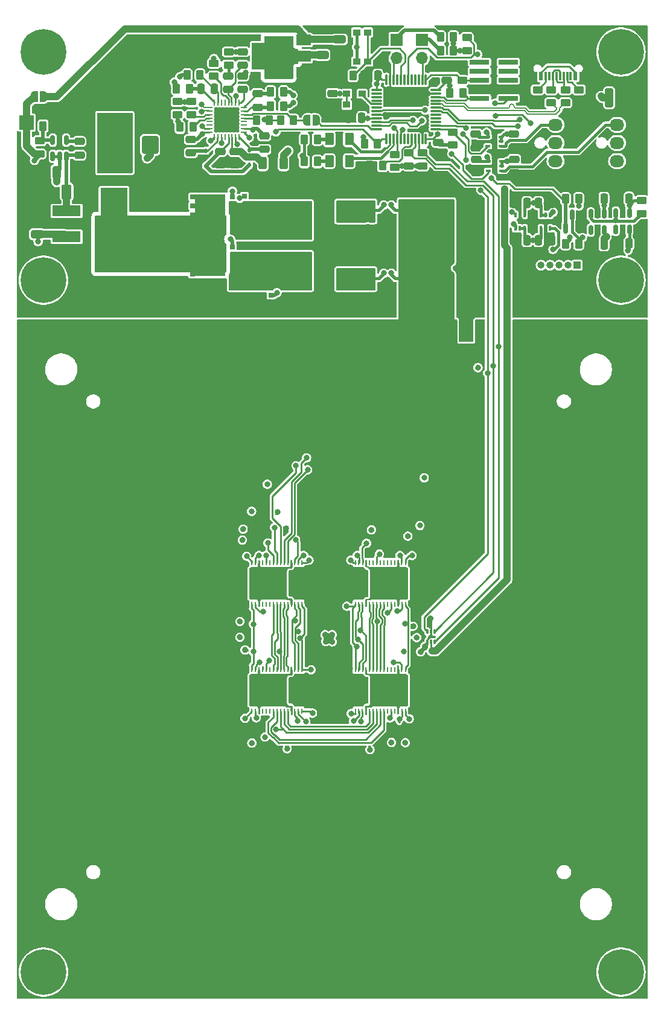
<source format=gtl>
G04 #@! TF.GenerationSoftware,KiCad,Pcbnew,8.0.1-8.0.1-1~ubuntu22.04.1*
G04 #@! TF.CreationDate,2024-04-30T21:46:32+02:00*
G04 #@! TF.ProjectId,qaxe,71617865-2e6b-4696-9361-645f70636258,rev?*
G04 #@! TF.SameCoordinates,Original*
G04 #@! TF.FileFunction,Copper,L1,Top*
G04 #@! TF.FilePolarity,Positive*
%FSLAX46Y46*%
G04 Gerber Fmt 4.6, Leading zero omitted, Abs format (unit mm)*
G04 Created by KiCad (PCBNEW 8.0.1-8.0.1-1~ubuntu22.04.1) date 2024-04-30 21:46:32*
%MOMM*%
%LPD*%
G01*
G04 APERTURE LIST*
G04 Aperture macros list*
%AMRoundRect*
0 Rectangle with rounded corners*
0 $1 Rounding radius*
0 $2 $3 $4 $5 $6 $7 $8 $9 X,Y pos of 4 corners*
0 Add a 4 corners polygon primitive as box body*
4,1,4,$2,$3,$4,$5,$6,$7,$8,$9,$2,$3,0*
0 Add four circle primitives for the rounded corners*
1,1,$1+$1,$2,$3*
1,1,$1+$1,$4,$5*
1,1,$1+$1,$6,$7*
1,1,$1+$1,$8,$9*
0 Add four rect primitives between the rounded corners*
20,1,$1+$1,$2,$3,$4,$5,0*
20,1,$1+$1,$4,$5,$6,$7,0*
20,1,$1+$1,$6,$7,$8,$9,0*
20,1,$1+$1,$8,$9,$2,$3,0*%
%AMFreePoly0*
4,1,19,0.500000,-0.750000,0.000000,-0.750000,0.000000,-0.744911,-0.071157,-0.744911,-0.207708,-0.704816,-0.327430,-0.627875,-0.420627,-0.520320,-0.479746,-0.390866,-0.500000,-0.250000,-0.500000,0.250000,-0.479746,0.390866,-0.420627,0.520320,-0.327430,0.627875,-0.207708,0.704816,-0.071157,0.744911,0.000000,0.744911,0.000000,0.750000,0.500000,0.750000,0.500000,-0.750000,0.500000,-0.750000,
$1*%
%AMFreePoly1*
4,1,19,0.000000,0.744911,0.071157,0.744911,0.207708,0.704816,0.327430,0.627875,0.420627,0.520320,0.479746,0.390866,0.500000,0.250000,0.500000,-0.250000,0.479746,-0.390866,0.420627,-0.520320,0.327430,-0.627875,0.207708,-0.704816,0.071157,-0.744911,0.000000,-0.744911,0.000000,-0.750000,-0.500000,-0.750000,-0.500000,0.750000,0.000000,0.750000,0.000000,0.744911,0.000000,0.744911,
$1*%
G04 Aperture macros list end*
G04 #@! TA.AperFunction,EtchedComponent*
%ADD10C,0.000000*%
G04 #@! TD*
G04 #@! TA.AperFunction,SMDPad,CuDef*
%ADD11RoundRect,0.250000X-0.475000X0.250000X-0.475000X-0.250000X0.475000X-0.250000X0.475000X0.250000X0*%
G04 #@! TD*
G04 #@! TA.AperFunction,SMDPad,CuDef*
%ADD12RoundRect,0.250000X0.250000X0.475000X-0.250000X0.475000X-0.250000X-0.475000X0.250000X-0.475000X0*%
G04 #@! TD*
G04 #@! TA.AperFunction,SMDPad,CuDef*
%ADD13RoundRect,0.250000X0.650000X-0.325000X0.650000X0.325000X-0.650000X0.325000X-0.650000X-0.325000X0*%
G04 #@! TD*
G04 #@! TA.AperFunction,SMDPad,CuDef*
%ADD14R,0.221000X0.792000*%
G04 #@! TD*
G04 #@! TA.AperFunction,SMDPad,CuDef*
%ADD15R,2.000000X3.850000*%
G04 #@! TD*
G04 #@! TA.AperFunction,SMDPad,CuDef*
%ADD16R,5.300000X4.277000*%
G04 #@! TD*
G04 #@! TA.AperFunction,SMDPad,CuDef*
%ADD17RoundRect,0.250000X0.325000X1.100000X-0.325000X1.100000X-0.325000X-1.100000X0.325000X-1.100000X0*%
G04 #@! TD*
G04 #@! TA.AperFunction,SMDPad,CuDef*
%ADD18R,3.300000X2.800000*%
G04 #@! TD*
G04 #@! TA.AperFunction,SMDPad,CuDef*
%ADD19RoundRect,0.250000X-0.262500X-0.450000X0.262500X-0.450000X0.262500X0.450000X-0.262500X0.450000X0*%
G04 #@! TD*
G04 #@! TA.AperFunction,SMDPad,CuDef*
%ADD20RoundRect,0.250000X0.450000X-0.262500X0.450000X0.262500X-0.450000X0.262500X-0.450000X-0.262500X0*%
G04 #@! TD*
G04 #@! TA.AperFunction,ComponentPad*
%ADD21C,0.800000*%
G04 #@! TD*
G04 #@! TA.AperFunction,ComponentPad*
%ADD22C,6.400000*%
G04 #@! TD*
G04 #@! TA.AperFunction,SMDPad,CuDef*
%ADD23RoundRect,0.250000X-1.100000X0.325000X-1.100000X-0.325000X1.100000X-0.325000X1.100000X0.325000X0*%
G04 #@! TD*
G04 #@! TA.AperFunction,SMDPad,CuDef*
%ADD24RoundRect,0.112500X-0.112500X0.187500X-0.112500X-0.187500X0.112500X-0.187500X0.112500X0.187500X0*%
G04 #@! TD*
G04 #@! TA.AperFunction,SMDPad,CuDef*
%ADD25RoundRect,0.250000X-0.450000X0.262500X-0.450000X-0.262500X0.450000X-0.262500X0.450000X0.262500X0*%
G04 #@! TD*
G04 #@! TA.AperFunction,SMDPad,CuDef*
%ADD26RoundRect,0.250000X-0.362500X-1.075000X0.362500X-1.075000X0.362500X1.075000X-0.362500X1.075000X0*%
G04 #@! TD*
G04 #@! TA.AperFunction,SMDPad,CuDef*
%ADD27RoundRect,0.250000X0.262500X0.450000X-0.262500X0.450000X-0.262500X-0.450000X0.262500X-0.450000X0*%
G04 #@! TD*
G04 #@! TA.AperFunction,SMDPad,CuDef*
%ADD28RoundRect,0.250000X0.475000X-0.250000X0.475000X0.250000X-0.475000X0.250000X-0.475000X-0.250000X0*%
G04 #@! TD*
G04 #@! TA.AperFunction,SMDPad,CuDef*
%ADD29R,0.700000X0.700000*%
G04 #@! TD*
G04 #@! TA.AperFunction,SMDPad,CuDef*
%ADD30R,4.510000X4.350000*%
G04 #@! TD*
G04 #@! TA.AperFunction,SMDPad,CuDef*
%ADD31RoundRect,0.250000X0.375000X0.625000X-0.375000X0.625000X-0.375000X-0.625000X0.375000X-0.625000X0*%
G04 #@! TD*
G04 #@! TA.AperFunction,SMDPad,CuDef*
%ADD32RoundRect,0.250000X-0.900000X1.000000X-0.900000X-1.000000X0.900000X-1.000000X0.900000X1.000000X0*%
G04 #@! TD*
G04 #@! TA.AperFunction,SMDPad,CuDef*
%ADD33R,2.000000X2.000000*%
G04 #@! TD*
G04 #@! TA.AperFunction,SMDPad,CuDef*
%ADD34R,0.400000X0.650000*%
G04 #@! TD*
G04 #@! TA.AperFunction,SMDPad,CuDef*
%ADD35RoundRect,0.250000X-0.325000X-1.100000X0.325000X-1.100000X0.325000X1.100000X-0.325000X1.100000X0*%
G04 #@! TD*
G04 #@! TA.AperFunction,ComponentPad*
%ADD36R,1.700000X1.700000*%
G04 #@! TD*
G04 #@! TA.AperFunction,ComponentPad*
%ADD37O,1.700000X1.700000*%
G04 #@! TD*
G04 #@! TA.AperFunction,SMDPad,CuDef*
%ADD38C,0.500000*%
G04 #@! TD*
G04 #@! TA.AperFunction,SMDPad,CuDef*
%ADD39RoundRect,0.150000X-0.150000X0.512500X-0.150000X-0.512500X0.150000X-0.512500X0.150000X0.512500X0*%
G04 #@! TD*
G04 #@! TA.AperFunction,ComponentPad*
%ADD40R,1.000000X1.000000*%
G04 #@! TD*
G04 #@! TA.AperFunction,ComponentPad*
%ADD41O,1.000000X1.000000*%
G04 #@! TD*
G04 #@! TA.AperFunction,ComponentPad*
%ADD42R,2.030000X1.730000*%
G04 #@! TD*
G04 #@! TA.AperFunction,ComponentPad*
%ADD43O,2.030000X1.730000*%
G04 #@! TD*
G04 #@! TA.AperFunction,SMDPad,CuDef*
%ADD44R,0.650000X0.400000*%
G04 #@! TD*
G04 #@! TA.AperFunction,SMDPad,CuDef*
%ADD45RoundRect,0.250000X1.100000X-0.325000X1.100000X0.325000X-1.100000X0.325000X-1.100000X-0.325000X0*%
G04 #@! TD*
G04 #@! TA.AperFunction,SMDPad,CuDef*
%ADD46R,4.350000X4.510000*%
G04 #@! TD*
G04 #@! TA.AperFunction,SMDPad,CuDef*
%ADD47RoundRect,0.250000X-0.250000X-0.475000X0.250000X-0.475000X0.250000X0.475000X-0.250000X0.475000X0*%
G04 #@! TD*
G04 #@! TA.AperFunction,SMDPad,CuDef*
%ADD48RoundRect,0.250000X0.450000X0.800000X-0.450000X0.800000X-0.450000X-0.800000X0.450000X-0.800000X0*%
G04 #@! TD*
G04 #@! TA.AperFunction,SMDPad,CuDef*
%ADD49R,1.000000X0.900000*%
G04 #@! TD*
G04 #@! TA.AperFunction,SMDPad,CuDef*
%ADD50FreePoly0,180.000000*%
G04 #@! TD*
G04 #@! TA.AperFunction,SMDPad,CuDef*
%ADD51FreePoly1,180.000000*%
G04 #@! TD*
G04 #@! TA.AperFunction,SMDPad,CuDef*
%ADD52RoundRect,0.250000X-1.000000X1.500000X-1.000000X-1.500000X1.000000X-1.500000X1.000000X1.500000X0*%
G04 #@! TD*
G04 #@! TA.AperFunction,SMDPad,CuDef*
%ADD53R,4.000000X1.500000*%
G04 #@! TD*
G04 #@! TA.AperFunction,SMDPad,CuDef*
%ADD54RoundRect,0.250000X0.312500X0.625000X-0.312500X0.625000X-0.312500X-0.625000X0.312500X-0.625000X0*%
G04 #@! TD*
G04 #@! TA.AperFunction,SMDPad,CuDef*
%ADD55FreePoly0,0.000000*%
G04 #@! TD*
G04 #@! TA.AperFunction,SMDPad,CuDef*
%ADD56FreePoly1,0.000000*%
G04 #@! TD*
G04 #@! TA.AperFunction,SMDPad,CuDef*
%ADD57RoundRect,0.075000X-0.662500X-0.075000X0.662500X-0.075000X0.662500X0.075000X-0.662500X0.075000X0*%
G04 #@! TD*
G04 #@! TA.AperFunction,SMDPad,CuDef*
%ADD58RoundRect,0.075000X-0.075000X-0.662500X0.075000X-0.662500X0.075000X0.662500X-0.075000X0.662500X0*%
G04 #@! TD*
G04 #@! TA.AperFunction,SMDPad,CuDef*
%ADD59RoundRect,0.050000X-0.100000X0.285000X-0.100000X-0.285000X0.100000X-0.285000X0.100000X0.285000X0*%
G04 #@! TD*
G04 #@! TA.AperFunction,ComponentPad*
%ADD60R,2.600000X2.600000*%
G04 #@! TD*
G04 #@! TA.AperFunction,ComponentPad*
%ADD61C,2.600000*%
G04 #@! TD*
G04 #@! TA.AperFunction,SMDPad,CuDef*
%ADD62R,2.760000X0.650000*%
G04 #@! TD*
G04 #@! TA.AperFunction,SMDPad,CuDef*
%ADD63R,3.810000X4.245000*%
G04 #@! TD*
G04 #@! TA.AperFunction,SMDPad,CuDef*
%ADD64RoundRect,0.250000X-0.650000X0.325000X-0.650000X-0.325000X0.650000X-0.325000X0.650000X0.325000X0*%
G04 #@! TD*
G04 #@! TA.AperFunction,SMDPad,CuDef*
%ADD65RoundRect,0.250000X-0.787500X-1.025000X0.787500X-1.025000X0.787500X1.025000X-0.787500X1.025000X0*%
G04 #@! TD*
G04 #@! TA.AperFunction,SMDPad,CuDef*
%ADD66R,2.000000X1.500000*%
G04 #@! TD*
G04 #@! TA.AperFunction,SMDPad,CuDef*
%ADD67R,2.000000X3.800000*%
G04 #@! TD*
G04 #@! TA.AperFunction,SMDPad,CuDef*
%ADD68RoundRect,0.062500X-0.062500X0.375000X-0.062500X-0.375000X0.062500X-0.375000X0.062500X0.375000X0*%
G04 #@! TD*
G04 #@! TA.AperFunction,SMDPad,CuDef*
%ADD69RoundRect,0.062500X-0.375000X0.062500X-0.375000X-0.062500X0.375000X-0.062500X0.375000X0.062500X0*%
G04 #@! TD*
G04 #@! TA.AperFunction,ComponentPad*
%ADD70C,0.500000*%
G04 #@! TD*
G04 #@! TA.AperFunction,SMDPad,CuDef*
%ADD71R,3.450000X3.450000*%
G04 #@! TD*
G04 #@! TA.AperFunction,SMDPad,CuDef*
%ADD72RoundRect,0.150000X0.150000X-0.587500X0.150000X0.587500X-0.150000X0.587500X-0.150000X-0.587500X0*%
G04 #@! TD*
G04 #@! TA.AperFunction,SMDPad,CuDef*
%ADD73R,0.600000X1.150000*%
G04 #@! TD*
G04 #@! TA.AperFunction,SMDPad,CuDef*
%ADD74R,0.300000X1.150000*%
G04 #@! TD*
G04 #@! TA.AperFunction,ComponentPad*
%ADD75O,1.000000X2.100000*%
G04 #@! TD*
G04 #@! TA.AperFunction,ComponentPad*
%ADD76O,1.000000X1.800000*%
G04 #@! TD*
G04 #@! TA.AperFunction,SMDPad,CuDef*
%ADD77RoundRect,0.250000X0.325000X0.650000X-0.325000X0.650000X-0.325000X-0.650000X0.325000X-0.650000X0*%
G04 #@! TD*
G04 #@! TA.AperFunction,ViaPad*
%ADD78C,0.800000*%
G04 #@! TD*
G04 #@! TA.AperFunction,Conductor*
%ADD79C,0.400000*%
G04 #@! TD*
G04 #@! TA.AperFunction,Conductor*
%ADD80C,0.254000*%
G04 #@! TD*
G04 #@! TA.AperFunction,Conductor*
%ADD81C,0.508000*%
G04 #@! TD*
G04 #@! TA.AperFunction,Conductor*
%ADD82C,0.203200*%
G04 #@! TD*
G04 #@! TA.AperFunction,Conductor*
%ADD83C,1.000000*%
G04 #@! TD*
G04 #@! TA.AperFunction,Conductor*
%ADD84C,2.000000*%
G04 #@! TD*
G04 #@! TA.AperFunction,Conductor*
%ADD85C,0.200000*%
G04 #@! TD*
G04 APERTURE END LIST*
D10*
G04 #@! TA.AperFunction,EtchedComponent*
G36*
X102930330Y-74223223D02*
G01*
X102223223Y-74930330D01*
X101869670Y-74576777D01*
X102576777Y-73869670D01*
X102930330Y-74223223D01*
G37*
G04 #@! TD.AperFunction*
G04 #@! TA.AperFunction,EtchedComponent*
G36*
X104530330Y-74576777D02*
G01*
X104176777Y-74930330D01*
X103469670Y-74223223D01*
X103823223Y-73869670D01*
X104530330Y-74576777D01*
G37*
G04 #@! TD.AperFunction*
G04 #@! TA.AperFunction,EtchedComponent*
G36*
X104530330Y-65023224D02*
G01*
X104176777Y-65376777D01*
X103469670Y-64669670D01*
X103823223Y-64316117D01*
X104530330Y-65023224D01*
G37*
G04 #@! TD.AperFunction*
G04 #@! TA.AperFunction,EtchedComponent*
G36*
X102930330Y-64669670D02*
G01*
X102223223Y-65376777D01*
X101869670Y-65023224D01*
X102576777Y-64316117D01*
X102930330Y-64669670D01*
G37*
G04 #@! TD.AperFunction*
D11*
X115697000Y-58044000D03*
X115697000Y-59944000D03*
D12*
X133626315Y-69976089D03*
X131726315Y-69976089D03*
D13*
X54150000Y-68565000D03*
X54150000Y-65615000D03*
D14*
X91264000Y-114584000D03*
X90762000Y-114584000D03*
X90260000Y-114584000D03*
X89758000Y-114584000D03*
X89256000Y-114584000D03*
X88754000Y-114584000D03*
X88252000Y-114584000D03*
X87750000Y-114584000D03*
X87248000Y-114584000D03*
X86746000Y-114584000D03*
X86244000Y-114584000D03*
X85742000Y-114584000D03*
X85240000Y-114584000D03*
X84738000Y-114584000D03*
X84236000Y-114584000D03*
X84236000Y-120416000D03*
X84751000Y-120416000D03*
X85251000Y-120416000D03*
X85751000Y-120416000D03*
X86251000Y-120416000D03*
X86751000Y-120416000D03*
X87248000Y-120416000D03*
X87751000Y-120416000D03*
X88252000Y-120416000D03*
X88754000Y-120416000D03*
X89256000Y-120416000D03*
X89758000Y-120416000D03*
X90251000Y-120416000D03*
X90762000Y-120416000D03*
X91251000Y-120416000D03*
D15*
X90620000Y-117500000D03*
D16*
X86510000Y-117500000D03*
D17*
X105475000Y-78100000D03*
X102525000Y-78100000D03*
D18*
X90180000Y-65440000D03*
X97790000Y-65440000D03*
D19*
X88257500Y-52590000D03*
X90082500Y-52590000D03*
D20*
X54450000Y-57290000D03*
X54450000Y-55465000D03*
D19*
X54937500Y-53377500D03*
X56762500Y-53377500D03*
D21*
X52600000Y-43000000D03*
X53302944Y-41302944D03*
X53302944Y-44697056D03*
X55000000Y-40600000D03*
D22*
X55000000Y-43000000D03*
D21*
X55000000Y-45400000D03*
X56697056Y-41302944D03*
X56697056Y-44697056D03*
X57400000Y-43000000D03*
D23*
X73200000Y-72900000D03*
X73200000Y-75850000D03*
D20*
X78900000Y-46400000D03*
X78900000Y-44575000D03*
D12*
X137126315Y-63556089D03*
X135226315Y-63556089D03*
D11*
X79770000Y-56955000D03*
X79770000Y-58855000D03*
D20*
X114400000Y-42812500D03*
X114400000Y-40987500D03*
D24*
X83870000Y-56755000D03*
X83870000Y-58855000D03*
D25*
X113726000Y-45142500D03*
X113726000Y-46967500D03*
D26*
X100875000Y-65145000D03*
X105500000Y-65145000D03*
D11*
X85017500Y-48835000D03*
X85017500Y-50735000D03*
D27*
X86692000Y-52570000D03*
X84867000Y-52570000D03*
D28*
X111567000Y-46950000D03*
X111567000Y-45050000D03*
D27*
X112512500Y-42800000D03*
X110687500Y-42800000D03*
D29*
X83125000Y-77080000D03*
X84395000Y-77080000D03*
X85665000Y-77080000D03*
X86935000Y-77080000D03*
D30*
X85030000Y-73950000D03*
D29*
X83125000Y-71480000D03*
X84395000Y-71480000D03*
X85665000Y-71480000D03*
X86935000Y-71480000D03*
D31*
X97900000Y-58293000D03*
X95100000Y-58293000D03*
D11*
X120965000Y-54503000D03*
X120965000Y-56403000D03*
D32*
X69960000Y-56020000D03*
X69960000Y-60320000D03*
D33*
X103700000Y-82600000D03*
D34*
X124775200Y-67726600D03*
X125425200Y-67726600D03*
X126075200Y-67726600D03*
X126075200Y-65826600D03*
X125425200Y-65826600D03*
X124775200Y-65826600D03*
D35*
X134350000Y-49400000D03*
X137300000Y-49400000D03*
D12*
X122826315Y-64176089D03*
X120926315Y-64176089D03*
D36*
X108100000Y-41325000D03*
D37*
X108100000Y-43865000D03*
D25*
X138880000Y-63845000D03*
X138880000Y-65670000D03*
D38*
X102753553Y-74046447D03*
X102046447Y-74753553D03*
D39*
X137176315Y-65576089D03*
X136226315Y-65576089D03*
X135276315Y-65576089D03*
X135276315Y-67851089D03*
X137176315Y-67851089D03*
D40*
X129875000Y-72900000D03*
D41*
X128605000Y-72900000D03*
X127335000Y-72900000D03*
X126065000Y-72900000D03*
X124795000Y-72900000D03*
X123525000Y-72900000D03*
D20*
X124300000Y-50112500D03*
X124300000Y-48287500D03*
D28*
X75670000Y-57140000D03*
X75670000Y-55240000D03*
D42*
X135463000Y-60820000D03*
D43*
X135463000Y-58280000D03*
X135463000Y-55740000D03*
X135463000Y-53200000D03*
D33*
X114300000Y-82600000D03*
D20*
X106261500Y-58949500D03*
X106261500Y-57124500D03*
D36*
X104500000Y-41325000D03*
D37*
X104500000Y-43865000D03*
D13*
X107700000Y-65175000D03*
X107700000Y-62225000D03*
D20*
X128200000Y-50112500D03*
X128200000Y-48287500D03*
D19*
X86870000Y-48605000D03*
X88695000Y-48605000D03*
D20*
X130100000Y-50112500D03*
X130100000Y-48287500D03*
D44*
X117312400Y-54899800D03*
X117312400Y-55549800D03*
X117312400Y-56199800D03*
X119212400Y-56199800D03*
X119212400Y-55549800D03*
X119212400Y-54899800D03*
D27*
X88695000Y-50605000D03*
X86870000Y-50605000D03*
D45*
X110500000Y-65175000D03*
X110500000Y-62225000D03*
D26*
X100887500Y-74825001D03*
X105512500Y-74825001D03*
D29*
X81539000Y-67105000D03*
X81539000Y-65835000D03*
X81539000Y-64565000D03*
X81539000Y-63295000D03*
D46*
X78409000Y-65200000D03*
D29*
X75939000Y-67105000D03*
X75939000Y-65835000D03*
X75939000Y-64565000D03*
X75939000Y-63295000D03*
D11*
X60050000Y-55540000D03*
X60050000Y-57440000D03*
D47*
X124426315Y-69376089D03*
X126326315Y-69376089D03*
D27*
X113812500Y-48700000D03*
X111987500Y-48700000D03*
D11*
X121031000Y-58044000D03*
X121031000Y-59944000D03*
D34*
X122493800Y-65826600D03*
X121843800Y-65826600D03*
X121193800Y-65826600D03*
X121193800Y-67726600D03*
X121843800Y-67726600D03*
X122493800Y-67726600D03*
D45*
X73250000Y-66975000D03*
X73250000Y-64025000D03*
D11*
X110363000Y-55652000D03*
X110363000Y-57552000D03*
D21*
X133600000Y-43000000D03*
X134302944Y-41302944D03*
X134302944Y-44697056D03*
X136000000Y-40600000D03*
D22*
X136000000Y-43000000D03*
D21*
X136000000Y-45400000D03*
X137697056Y-41302944D03*
X137697056Y-44697056D03*
X138400000Y-43000000D03*
D29*
X81500000Y-74105000D03*
X81500000Y-72835000D03*
X81500000Y-71565000D03*
X81500000Y-70295000D03*
D46*
X78370000Y-72200000D03*
D29*
X75900000Y-74105000D03*
X75900000Y-72835000D03*
X75900000Y-71565000D03*
X75900000Y-70295000D03*
D19*
X100015000Y-55878000D03*
X101840000Y-55878000D03*
D31*
X97899750Y-55199000D03*
X95099750Y-55199000D03*
D48*
X58250000Y-62590000D03*
X53850000Y-62590000D03*
D20*
X104300000Y-59175000D03*
X104300000Y-57350000D03*
D49*
X97538000Y-50386000D03*
X99688000Y-50386000D03*
X99688000Y-48836000D03*
X97538000Y-48836000D03*
D14*
X91264000Y-129584000D03*
X90762000Y-129584000D03*
X90260000Y-129584000D03*
X89758000Y-129584000D03*
X89256000Y-129584000D03*
X88754000Y-129584000D03*
X88252000Y-129584000D03*
X87750000Y-129584000D03*
X87248000Y-129584000D03*
X86746000Y-129584000D03*
X86244000Y-129584000D03*
X85742000Y-129584000D03*
X85240000Y-129584000D03*
X84738000Y-129584000D03*
X84236000Y-129584000D03*
X84236000Y-135416000D03*
X84751000Y-135416000D03*
X85251000Y-135416000D03*
X85751000Y-135416000D03*
X86251000Y-135416000D03*
X86751000Y-135416000D03*
X87248000Y-135416000D03*
X87751000Y-135416000D03*
X88252000Y-135416000D03*
X88754000Y-135416000D03*
X89256000Y-135416000D03*
X89758000Y-135416000D03*
X90251000Y-135416000D03*
X90762000Y-135416000D03*
X91251000Y-135416000D03*
D15*
X90620000Y-132500000D03*
D16*
X86510000Y-132500000D03*
D28*
X82900000Y-48250000D03*
X82900000Y-46350000D03*
D50*
X93233000Y-52578000D03*
D51*
X91933000Y-52578000D03*
D12*
X122826315Y-69376089D03*
X120926315Y-69376089D03*
D20*
X108166500Y-58949500D03*
X108166500Y-57124500D03*
D21*
X133600000Y-172000000D03*
X134302944Y-170302944D03*
X134302944Y-173697056D03*
X136000000Y-169600000D03*
D22*
X136000000Y-172000000D03*
D21*
X136000000Y-174400000D03*
X137697056Y-170302944D03*
X137697056Y-173697056D03*
X138400000Y-172000000D03*
D17*
X105475000Y-68400000D03*
X102525000Y-68400000D03*
D38*
X103646447Y-74046447D03*
X104353553Y-74753553D03*
D25*
X73780000Y-49945000D03*
X73780000Y-51770000D03*
D20*
X126200000Y-50112500D03*
X126200000Y-48287500D03*
D52*
X63710000Y-71150000D03*
X63710000Y-77650000D03*
D39*
X58200000Y-55340000D03*
X57250000Y-55340000D03*
X56300000Y-55340000D03*
X56300000Y-57615000D03*
X57250000Y-57615000D03*
X58200000Y-57615000D03*
D14*
X98736000Y-120416000D03*
X99238000Y-120416000D03*
X99740000Y-120416000D03*
X100242000Y-120416000D03*
X100744000Y-120416000D03*
X101246000Y-120416000D03*
X101748000Y-120416000D03*
X102250000Y-120416000D03*
X102752000Y-120416000D03*
X103254000Y-120416000D03*
X103756000Y-120416000D03*
X104258000Y-120416000D03*
X104760000Y-120416000D03*
X105262000Y-120416000D03*
X105764000Y-120416000D03*
X105764000Y-114584000D03*
X105249000Y-114584000D03*
X104749000Y-114584000D03*
X104249000Y-114584000D03*
X103749000Y-114584000D03*
X103249000Y-114584000D03*
X102752000Y-114584000D03*
X102249000Y-114584000D03*
X101748000Y-114584000D03*
X101246000Y-114584000D03*
X100744000Y-114584000D03*
X100242000Y-114584000D03*
X99749000Y-114584000D03*
X99238000Y-114584000D03*
X98749000Y-114584000D03*
D15*
X99380000Y-117500000D03*
D16*
X103490000Y-117500000D03*
D12*
X137126315Y-69856089D03*
X135226315Y-69856089D03*
D53*
X58250000Y-65290000D03*
X58250000Y-68890000D03*
D19*
X91589250Y-55245000D03*
X93414250Y-55245000D03*
D27*
X130058815Y-69876089D03*
X128233815Y-69876089D03*
D47*
X124426315Y-64176089D03*
X126326315Y-64176089D03*
D19*
X74147500Y-53520000D03*
X75972500Y-53520000D03*
D28*
X80870000Y-48230000D03*
X80870000Y-46330000D03*
D39*
X133676315Y-65696089D03*
X132726315Y-65696089D03*
X131776315Y-65696089D03*
X131776315Y-67971089D03*
X133676315Y-67971089D03*
D21*
X52600000Y-75000000D03*
X53302944Y-73302944D03*
X53302944Y-76697056D03*
X55000000Y-72600000D03*
D22*
X55000000Y-75000000D03*
D21*
X55000000Y-77400000D03*
X56697056Y-73302944D03*
X56697056Y-76697056D03*
X57400000Y-75000000D03*
D12*
X101880500Y-46300000D03*
X99980500Y-46300000D03*
X133626315Y-63576089D03*
X131726315Y-63576089D03*
D14*
X98736000Y-135416000D03*
X99238000Y-135416000D03*
X99740000Y-135416000D03*
X100242000Y-135416000D03*
X100744000Y-135416000D03*
X101246000Y-135416000D03*
X101748000Y-135416000D03*
X102250000Y-135416000D03*
X102752000Y-135416000D03*
X103254000Y-135416000D03*
X103756000Y-135416000D03*
X104258000Y-135416000D03*
X104760000Y-135416000D03*
X105262000Y-135416000D03*
X105764000Y-135416000D03*
X105764000Y-129584000D03*
X105249000Y-129584000D03*
X104749000Y-129584000D03*
X104249000Y-129584000D03*
X103749000Y-129584000D03*
X103249000Y-129584000D03*
X102752000Y-129584000D03*
X102249000Y-129584000D03*
X101748000Y-129584000D03*
X101246000Y-129584000D03*
X100744000Y-129584000D03*
X100242000Y-129584000D03*
X99749000Y-129584000D03*
X99238000Y-129584000D03*
X98749000Y-129584000D03*
D15*
X99380000Y-132500000D03*
D16*
X103490000Y-132500000D03*
D42*
X126827000Y-60820000D03*
D43*
X126827000Y-58280000D03*
X126827000Y-55740000D03*
X126827000Y-53200000D03*
D21*
X133600000Y-75000000D03*
X134302944Y-73302944D03*
X134302944Y-76697056D03*
X136000000Y-72600000D03*
D22*
X136000000Y-75000000D03*
D21*
X136000000Y-77400000D03*
X137697056Y-73302944D03*
X137697056Y-76697056D03*
X138400000Y-75000000D03*
D20*
X75770000Y-51792500D03*
X75770000Y-49967500D03*
D12*
X99650000Y-52222400D03*
X97750000Y-52222400D03*
D54*
X88672500Y-58580000D03*
X85747500Y-58580000D03*
D55*
X53700000Y-49250000D03*
D56*
X55000000Y-49250000D03*
D28*
X82900000Y-44850000D03*
X82900000Y-42950000D03*
D27*
X75470000Y-48105000D03*
X73645000Y-48105000D03*
D57*
X101718000Y-48302000D03*
X101718000Y-48802000D03*
X101718000Y-49302000D03*
X101718000Y-49802000D03*
X101718000Y-50302000D03*
X101718000Y-50802000D03*
X101718000Y-51302000D03*
X101718000Y-51802000D03*
X101718000Y-52302000D03*
X101718000Y-52802000D03*
X101718000Y-53302000D03*
X101718000Y-53802000D03*
D58*
X103130500Y-55214500D03*
X103630500Y-55214500D03*
X104130500Y-55214500D03*
X104630500Y-55214500D03*
X105130500Y-55214500D03*
X105630500Y-55214500D03*
X106130500Y-55214500D03*
X106630500Y-55214500D03*
X107130500Y-55214500D03*
X107630500Y-55214500D03*
X108130500Y-55214500D03*
X108630500Y-55214500D03*
D57*
X110043000Y-53802000D03*
X110043000Y-53302000D03*
X110043000Y-52802000D03*
X110043000Y-52302000D03*
X110043000Y-51802000D03*
X110043000Y-51302000D03*
X110043000Y-50802000D03*
X110043000Y-50302000D03*
X110043000Y-49802000D03*
X110043000Y-49302000D03*
X110043000Y-48802000D03*
X110043000Y-48302000D03*
D58*
X108630500Y-46889500D03*
X108130500Y-46889500D03*
X107630500Y-46889500D03*
X107130500Y-46889500D03*
X106630500Y-46889500D03*
X106130500Y-46889500D03*
X105630500Y-46889500D03*
X105130500Y-46889500D03*
X104630500Y-46889500D03*
X104130500Y-46889500D03*
X103630500Y-46889500D03*
X103130500Y-46889500D03*
D38*
X104353553Y-65200000D03*
X103646447Y-64492894D03*
D59*
X109850000Y-124260000D03*
X109350000Y-124260000D03*
X108850000Y-124260000D03*
X108850000Y-125740000D03*
X109350000Y-125740000D03*
X109850000Y-125740000D03*
D33*
X52650000Y-52890000D03*
D60*
X65000000Y-53200000D03*
D61*
X65000000Y-47200000D03*
X60300000Y-50200000D03*
D62*
X120191000Y-49484000D03*
X116151000Y-49484000D03*
X120191000Y-48214000D03*
X116151000Y-48214000D03*
X120191000Y-46944000D03*
X116151000Y-46944000D03*
X120191000Y-45674000D03*
X116151000Y-45674000D03*
X120191000Y-44404000D03*
X116151000Y-44404000D03*
D17*
X105475000Y-71600000D03*
X102525000Y-71600000D03*
D38*
X102046447Y-65200000D03*
X102753553Y-64492894D03*
D63*
X64900000Y-64187500D03*
X64900000Y-57812500D03*
D64*
X96500000Y-41238000D03*
X96500000Y-44188000D03*
D19*
X91589500Y-58339000D03*
X93414500Y-58339000D03*
X96587500Y-46300000D03*
X98412500Y-46300000D03*
D65*
X107787500Y-78100000D03*
X114012500Y-78100000D03*
D18*
X90180000Y-74838000D03*
X97790000Y-74838000D03*
D11*
X95565000Y-48788000D03*
X95565000Y-50688000D03*
D66*
X91522000Y-45902000D03*
X91522000Y-43602000D03*
D67*
X85222000Y-43602000D03*
D66*
X91522000Y-41302000D03*
D27*
X112512500Y-40900000D03*
X110687500Y-40900000D03*
D68*
X82457500Y-50067500D03*
X81957500Y-50067500D03*
X81457500Y-50067500D03*
X80957500Y-50067500D03*
X80457500Y-50067500D03*
X79957500Y-50067500D03*
X79457500Y-50067500D03*
X78957500Y-50067500D03*
D69*
X78270000Y-50755000D03*
X78270000Y-51255000D03*
X78270000Y-51755000D03*
X78270000Y-52255000D03*
X78270000Y-52755000D03*
X78270000Y-53255000D03*
X78270000Y-53755000D03*
X78270000Y-54255000D03*
D68*
X78957500Y-54942500D03*
X79457500Y-54942500D03*
X79957500Y-54942500D03*
X80457500Y-54942500D03*
X80957500Y-54942500D03*
X81457500Y-54942500D03*
X81957500Y-54942500D03*
X82457500Y-54942500D03*
D69*
X83145000Y-54255000D03*
X83145000Y-53755000D03*
X83145000Y-53255000D03*
X83145000Y-52755000D03*
X83145000Y-52255000D03*
X83145000Y-51755000D03*
X83145000Y-51255000D03*
X83145000Y-50755000D03*
D70*
X81707500Y-51505000D03*
X80707500Y-51505000D03*
X79707500Y-51505000D03*
X81707500Y-52505000D03*
X80707500Y-52505000D03*
D71*
X80707500Y-52505000D03*
D70*
X79707500Y-52505000D03*
X81707500Y-53505000D03*
X80707500Y-53505000D03*
X79707500Y-53505000D03*
D49*
X100500000Y-40250000D03*
X100500000Y-44350000D03*
X98900000Y-40250000D03*
X98900000Y-44350000D03*
D11*
X115631000Y-54503000D03*
X115631000Y-56403000D03*
D72*
X128196315Y-67703589D03*
X130096315Y-67703589D03*
X129146315Y-65828589D03*
D29*
X87000000Y-63187500D03*
X85730000Y-63187500D03*
X84460000Y-63187500D03*
X83190000Y-63187500D03*
D30*
X85095000Y-66317500D03*
D29*
X87000000Y-68787500D03*
X85730000Y-68787500D03*
X84460000Y-68787500D03*
X83190000Y-68787500D03*
D73*
X130400000Y-46380000D03*
X129600000Y-46380000D03*
D74*
X128450000Y-46380000D03*
X127450000Y-46380000D03*
X126950000Y-46380000D03*
X125950000Y-46380000D03*
D73*
X124800000Y-46380000D03*
X124000000Y-46380000D03*
X124000000Y-46380000D03*
X124800000Y-46380000D03*
D74*
X125450000Y-46380000D03*
X126450000Y-46380000D03*
X127950000Y-46380000D03*
X128950000Y-46380000D03*
D73*
X129600000Y-46380000D03*
X130400000Y-46380000D03*
D75*
X131520000Y-45805000D03*
D76*
X131520000Y-41625000D03*
D75*
X122880000Y-45805000D03*
D76*
X122880000Y-41625000D03*
D44*
X117363200Y-58328800D03*
X117363200Y-58978800D03*
X117363200Y-59628800D03*
X119263200Y-59628800D03*
X119263200Y-58978800D03*
X119263200Y-58328800D03*
D65*
X107787500Y-68500000D03*
X114012500Y-68500000D03*
D23*
X69900000Y-72875000D03*
X69900000Y-75825000D03*
D45*
X70000000Y-66975000D03*
X70000000Y-64025000D03*
D24*
X77770000Y-56855000D03*
X77770000Y-58955000D03*
D12*
X78970000Y-48155000D03*
X77070000Y-48155000D03*
D27*
X76970000Y-46205000D03*
X75145000Y-46205000D03*
D28*
X81870000Y-58855000D03*
X81870000Y-56955000D03*
D65*
X107787500Y-73300000D03*
X114012500Y-73300000D03*
D11*
X85970000Y-54755000D03*
X85970000Y-56655000D03*
D19*
X100737500Y-58900000D03*
X102562500Y-58900000D03*
X128233815Y-63576089D03*
X130058815Y-63576089D03*
D20*
X112413000Y-56028500D03*
X112413000Y-54203500D03*
D77*
X56825000Y-59890000D03*
X53875000Y-59890000D03*
D64*
X94087000Y-43397000D03*
X94087000Y-46347000D03*
D21*
X52600000Y-172000000D03*
X53302944Y-170302944D03*
X53302944Y-173697056D03*
X55000000Y-169600000D03*
D22*
X55000000Y-172000000D03*
D21*
X55000000Y-174400000D03*
X56697056Y-170302944D03*
X56697056Y-173697056D03*
X57400000Y-172000000D03*
D20*
X80970000Y-44805000D03*
X80970000Y-42980000D03*
D78*
X83000000Y-109900000D03*
X84750000Y-62000000D03*
X87820600Y-107496163D03*
X107300000Y-60250000D03*
X69500000Y-62000000D03*
X72500000Y-63000000D03*
X68500000Y-62000000D03*
X83750000Y-79000000D03*
X103500000Y-119000000D03*
X131200000Y-50000000D03*
X101500000Y-77100000D03*
X110363000Y-45085000D03*
X116500000Y-78000000D03*
X88500000Y-133000000D03*
X84225000Y-139900000D03*
X88500000Y-131000000D03*
X104500000Y-119000000D03*
X103251000Y-48260000D03*
X103800000Y-139812500D03*
X73500000Y-63000000D03*
X84500000Y-118000000D03*
X100800000Y-140825000D03*
X85500000Y-131000000D03*
X116500000Y-74000000D03*
X86500000Y-133000000D03*
X116500000Y-72000000D03*
X110300000Y-61250000D03*
X70500000Y-63000000D03*
X101500000Y-117000000D03*
X85750000Y-61000000D03*
X70750000Y-78125000D03*
X104500000Y-118000000D03*
X138400000Y-49500000D03*
X86500000Y-117000000D03*
X116500000Y-65000000D03*
X94500000Y-124700000D03*
X82898499Y-111430450D03*
X101400000Y-132000000D03*
X102500000Y-118000000D03*
X101400000Y-134000000D03*
X135926315Y-64256089D03*
X101400000Y-131000000D03*
X115500000Y-79000000D03*
X116500000Y-69000000D03*
X88500000Y-118000000D03*
X115500000Y-71000000D03*
X86750000Y-61000000D03*
X108493168Y-126340990D03*
X67750000Y-78125000D03*
X54150000Y-64290000D03*
X109300000Y-61250000D03*
X86500000Y-134000000D03*
X115500000Y-68000000D03*
X74750000Y-78125000D03*
X86500000Y-131000000D03*
X80982221Y-58922537D03*
X132462854Y-69111393D03*
X115500000Y-64000000D03*
X104400000Y-132000000D03*
X67750000Y-77125000D03*
X104400000Y-131000000D03*
X115500000Y-69000000D03*
X100500000Y-70500000D03*
X108900000Y-48800000D03*
X116500000Y-70000000D03*
X82750000Y-61000000D03*
X118022800Y-55524400D03*
X84750000Y-61000000D03*
X102500000Y-116000000D03*
X95583000Y-45667000D03*
X69750000Y-78125000D03*
X104500000Y-117000000D03*
X85500000Y-117000000D03*
X123200000Y-50000000D03*
X115500000Y-78000000D03*
X103500000Y-117000000D03*
X98806000Y-51181000D03*
X85500000Y-133000000D03*
X87750000Y-62000000D03*
X101500000Y-116000000D03*
X101500000Y-68500000D03*
X71750000Y-78125000D03*
X57250000Y-54190000D03*
X102902589Y-51797740D03*
X82750000Y-79000000D03*
X92945104Y-46232600D03*
X104400000Y-133000000D03*
X84750000Y-79000000D03*
X121716800Y-68732400D03*
X102400000Y-131000000D03*
X107900000Y-127100000D03*
X102400000Y-134000000D03*
X101400000Y-133000000D03*
X115500000Y-76000000D03*
X73750000Y-78125000D03*
X101500000Y-118000000D03*
X85750000Y-62000000D03*
X116500000Y-68000000D03*
X82750000Y-78000000D03*
X99900000Y-58900000D03*
X87500000Y-117000000D03*
X86500000Y-118000000D03*
X84500000Y-117000000D03*
X101500000Y-79100000D03*
X66750000Y-77125000D03*
X97000000Y-52300000D03*
X112800000Y-73300000D03*
X87500000Y-133000000D03*
X101000000Y-110000000D03*
X108300000Y-61250000D03*
X101500000Y-119000000D03*
X89175000Y-140700000D03*
X72750000Y-77125000D03*
X104240171Y-134065500D03*
X115500000Y-67000000D03*
X102400000Y-133000000D03*
X87750000Y-79000000D03*
X87500000Y-134000000D03*
X121894600Y-66548000D03*
X74750000Y-77125000D03*
X106863165Y-123520505D03*
X84500000Y-133000000D03*
X100500000Y-72500000D03*
X132550000Y-64290000D03*
X116500000Y-79000000D03*
X88500000Y-134000000D03*
X84750000Y-78000000D03*
X86750000Y-62000000D03*
X100500000Y-68500000D03*
X70500000Y-62000000D03*
X103400000Y-133000000D03*
X130326315Y-66676089D03*
X72750000Y-78125000D03*
X115951000Y-87249000D03*
X111300000Y-60250000D03*
X68750000Y-77125000D03*
X111300000Y-61250000D03*
X85500000Y-119000000D03*
X85500000Y-132000000D03*
X125526800Y-64211200D03*
X68750000Y-78125000D03*
X86500000Y-119000000D03*
X71500000Y-63000000D03*
X115500000Y-66000000D03*
X101500000Y-70500000D03*
X83750000Y-78000000D03*
X68500000Y-63000000D03*
X95600000Y-51600000D03*
X115500000Y-75000000D03*
X105400000Y-132000000D03*
X88500000Y-116000000D03*
X88500000Y-119000000D03*
X87500000Y-132000000D03*
X73750000Y-77125000D03*
X82750000Y-62000000D03*
X100500000Y-71500000D03*
X107350000Y-125100000D03*
X72500000Y-62000000D03*
X85500000Y-118000000D03*
X88500000Y-117000000D03*
X101500000Y-78100000D03*
X74500000Y-63000000D03*
X74500000Y-62000000D03*
X85500000Y-134000000D03*
X69500000Y-63000000D03*
X83277592Y-126827592D03*
X85750000Y-79000000D03*
X105500000Y-117000000D03*
X116500000Y-67000000D03*
X65750000Y-77125000D03*
X100500000Y-67500000D03*
X94591609Y-125669812D03*
X87750000Y-61000000D03*
X86500000Y-132000000D03*
X111300000Y-57700000D03*
X101500000Y-69500000D03*
X121868392Y-56997600D03*
X116500000Y-66000000D03*
X121000000Y-63056089D03*
X105400000Y-133000000D03*
X103500000Y-116000000D03*
X118097600Y-48235529D03*
X88500000Y-132000000D03*
X109300000Y-60250000D03*
X103400000Y-132000000D03*
X72500000Y-48100000D03*
X101378999Y-67621001D03*
X87500000Y-131000000D03*
X116500000Y-71000000D03*
X87750000Y-78000000D03*
X125399800Y-66852800D03*
X115500000Y-70000000D03*
X89028000Y-109815430D03*
X86750000Y-78000000D03*
X70750000Y-77125000D03*
X85750000Y-78000000D03*
X102500000Y-119000000D03*
X71750000Y-77125000D03*
X103500000Y-118000000D03*
X101500000Y-72500000D03*
X102400000Y-132000000D03*
X100500000Y-77100000D03*
X103400000Y-134000000D03*
X82550000Y-122850000D03*
X101500000Y-71500000D03*
X116500000Y-77000000D03*
X82550000Y-125050000D03*
X115500000Y-73000000D03*
X116500000Y-64000000D03*
X87500000Y-116000000D03*
X106109038Y-110879281D03*
X85500000Y-116000000D03*
X95500000Y-124700000D03*
X105500000Y-118000000D03*
X84500000Y-132000000D03*
X112800000Y-45142500D03*
X135900000Y-69200000D03*
X104500000Y-116000000D03*
X100500000Y-69500000D03*
X108095637Y-54033093D03*
X110300000Y-60250000D03*
X66750000Y-78125000D03*
X116500000Y-73000000D03*
X115500000Y-74000000D03*
X108300000Y-60250000D03*
X103400000Y-131000000D03*
X83750000Y-61000000D03*
X71500000Y-62000000D03*
X109300000Y-122399998D03*
X65750000Y-78125000D03*
X115500000Y-77000000D03*
X118186200Y-58953400D03*
X73500000Y-62000000D03*
X83750000Y-62000000D03*
X115500000Y-72000000D03*
X86500000Y-116000000D03*
X100100000Y-47432800D03*
X105750000Y-139850000D03*
X116500000Y-75000000D03*
X115500000Y-65000000D03*
X69750000Y-77125000D03*
X53875000Y-61090000D03*
X102500000Y-117000000D03*
X86750000Y-79000000D03*
X87500000Y-118000000D03*
X87500000Y-119000000D03*
X116500000Y-76000000D03*
X95500000Y-125700000D03*
X107300000Y-61250000D03*
X100500000Y-79100000D03*
X119989600Y-60553600D03*
X100500000Y-78100000D03*
X83500000Y-113700000D03*
X107800000Y-109400000D03*
X86075000Y-139050000D03*
X105747744Y-123147606D03*
X105577063Y-127068184D03*
X123672600Y-69376089D03*
X84200000Y-107400000D03*
X106300000Y-136500000D03*
X83270000Y-136430000D03*
X136989404Y-70819178D03*
X84430792Y-127060158D03*
X106700000Y-113600000D03*
X128826315Y-68976085D03*
X84462168Y-123211447D03*
X99500000Y-118000000D03*
X91500000Y-116000000D03*
X105500000Y-84000000D03*
X92500000Y-116000000D03*
X97500000Y-134000000D03*
X108500000Y-83000000D03*
X92500000Y-119000000D03*
X106500000Y-83000000D03*
X90500000Y-131000000D03*
X91500000Y-117000000D03*
X108500000Y-82000000D03*
X98500000Y-134000000D03*
X90500000Y-119000000D03*
X111500000Y-81000000D03*
X90500000Y-116000000D03*
X99500000Y-117000000D03*
X91500000Y-119000000D03*
X90500000Y-117000000D03*
X90500000Y-134000000D03*
X92822409Y-127742409D03*
X97500000Y-131000000D03*
X111500000Y-83000000D03*
X90500000Y-118000000D03*
X110500000Y-81000000D03*
X99500000Y-119000000D03*
X107500000Y-81000000D03*
X91500000Y-132000000D03*
X92500000Y-134000000D03*
X99500000Y-132000000D03*
X97500000Y-116000000D03*
X91500000Y-133000000D03*
X92492614Y-131021114D03*
X110500000Y-82000000D03*
X92500000Y-132000000D03*
X107500000Y-82000000D03*
X105500000Y-81000000D03*
X99500000Y-134000000D03*
X110500000Y-83000000D03*
X98500000Y-119000000D03*
X99500000Y-116000000D03*
X90500000Y-132000000D03*
X109500000Y-82000000D03*
X98002966Y-129459688D03*
X105500000Y-82000000D03*
X98500000Y-118000000D03*
X92500000Y-117000000D03*
X97500000Y-133000000D03*
X98500000Y-131000000D03*
X91500000Y-134000000D03*
X98500000Y-132000000D03*
X109100000Y-73300000D03*
X109500000Y-83000000D03*
X107500000Y-83000000D03*
X98500000Y-117000000D03*
X97500000Y-119000000D03*
X106500000Y-81000000D03*
X91500000Y-131000000D03*
X110500000Y-84000000D03*
X91500000Y-118000000D03*
X107500000Y-84000000D03*
X90500000Y-133000000D03*
X99500000Y-133000000D03*
X97500000Y-132000000D03*
X98500000Y-116000000D03*
X108500000Y-84000000D03*
X97500000Y-117000000D03*
X105500000Y-83000000D03*
X108500000Y-81000000D03*
X106500000Y-84000000D03*
X97500000Y-118000000D03*
X98500000Y-133000000D03*
X99500000Y-131000000D03*
X106500000Y-82000000D03*
X111500000Y-82000000D03*
X109500000Y-84000000D03*
X92500000Y-118000000D03*
X111500000Y-84000000D03*
X109500000Y-81000000D03*
X92500000Y-133000000D03*
X82250000Y-75250000D03*
X77242408Y-54468969D03*
X120040400Y-58328800D03*
X120040400Y-54503000D03*
X94000000Y-41238000D03*
X105000000Y-113600000D03*
X85232223Y-113600000D03*
X108400000Y-102700000D03*
X104100000Y-128600000D03*
X85300000Y-128600000D03*
X86400000Y-103599986D03*
X104607970Y-121364968D03*
X84849875Y-136380125D03*
X104918635Y-136500311D03*
X133956879Y-68902402D03*
X85800000Y-121500000D03*
X91900000Y-99900000D03*
X120929400Y-67081400D03*
X90423000Y-101021312D03*
X126466600Y-70688200D03*
X92054506Y-101585608D03*
X130600000Y-69000000D03*
X87400000Y-109660600D03*
X86471349Y-111842772D03*
X54250000Y-69590000D03*
X53750000Y-58190000D03*
X92246326Y-114243141D03*
X98160468Y-135755085D03*
X91500000Y-113600000D03*
X98500000Y-136800000D03*
X90369998Y-111380002D03*
X99500000Y-136875000D03*
X90277581Y-122761718D03*
X99490000Y-124051790D03*
X90694079Y-124281802D03*
X105300000Y-58949500D03*
X110318600Y-54505317D03*
X100500000Y-52302000D03*
X88333000Y-43617000D03*
X88333000Y-44617000D03*
X120015000Y-85471000D03*
X99850000Y-54950000D03*
X123723400Y-64176089D03*
X89333000Y-42617000D03*
X91296287Y-57547213D03*
X111987500Y-47700000D03*
X112512500Y-41800000D03*
X133676315Y-64500000D03*
X109500003Y-126999997D03*
X107400000Y-58949500D03*
X96600000Y-48836000D03*
X87333000Y-43617000D03*
X137176315Y-64456089D03*
X87333000Y-42617000D03*
X89333000Y-43617000D03*
X113400000Y-42800000D03*
X89333000Y-44617000D03*
X98900000Y-42300000D03*
X117221000Y-57734200D03*
X117144800Y-54254400D03*
X87333000Y-44617000D03*
X130126315Y-64576089D03*
X119655569Y-62185777D03*
X101718000Y-47432800D03*
X88333000Y-42617000D03*
X99148638Y-125336741D03*
X92540000Y-129620000D03*
X90985412Y-125188552D03*
X97540000Y-120710000D03*
X98960000Y-126354882D03*
X100310000Y-111880000D03*
X98990229Y-113600000D03*
X98100000Y-114250000D03*
X67399998Y-66700000D03*
X62900000Y-66700000D03*
X56850000Y-61190000D03*
X133200000Y-49200000D03*
X89290600Y-56850000D03*
X69535000Y-57865000D03*
X84370000Y-53870000D03*
X88000000Y-64500000D03*
X83870000Y-55005000D03*
X81500000Y-62500000D03*
X82170000Y-55903100D03*
X82500000Y-63500000D03*
X77175000Y-51375000D03*
X77175000Y-50350000D03*
X78470000Y-55405000D03*
X81250000Y-69250000D03*
X90011041Y-49050267D03*
X103782500Y-64441447D03*
X79970000Y-55805000D03*
X87750000Y-76750000D03*
X102732500Y-64441447D03*
X90011041Y-50100267D03*
X102750000Y-73999984D03*
X74094292Y-46474361D03*
X82021746Y-49204474D03*
X74830000Y-49980000D03*
X103795000Y-74000000D03*
X73351828Y-47216825D03*
X88114200Y-127097508D03*
X101779550Y-122833698D03*
X102118241Y-113394259D03*
X87598100Y-138018336D03*
X103630000Y-136370000D03*
X90610698Y-136830960D03*
X91798100Y-136875000D03*
X92740000Y-135701900D03*
X103251797Y-121612400D03*
X86225000Y-113600000D03*
X115900000Y-43299998D03*
X118415872Y-51977400D03*
X104150000Y-53620000D03*
X123317000Y-53000000D03*
X117300000Y-88011000D03*
X116332000Y-62357000D03*
X114300000Y-58166000D03*
X118110000Y-86995000D03*
X118872000Y-84328000D03*
X108532604Y-51136600D03*
X118364000Y-50165000D03*
X87600000Y-54200000D03*
X77286422Y-53401883D03*
X114300000Y-53663800D03*
X117856000Y-60706000D03*
X121793000Y-52495400D03*
X126492000Y-65452989D03*
X120726200Y-65452989D03*
X121556211Y-53417898D03*
X106807000Y-52578000D03*
X112268000Y-57277000D03*
X108083364Y-52622371D03*
X113805441Y-54477729D03*
X105389041Y-53946260D03*
X135267980Y-66636190D03*
X83387140Y-45902400D03*
X78899972Y-43900012D03*
X73865841Y-52700841D03*
X86021942Y-52461058D03*
X82000000Y-42980000D03*
X86650000Y-128340000D03*
D79*
X121843800Y-65826600D02*
X121843800Y-66497200D01*
D80*
X85750000Y-133750000D02*
X85750000Y-133642000D01*
D79*
X132550000Y-64290000D02*
X132726315Y-64466315D01*
D80*
X104259000Y-118651000D02*
X103108000Y-117500000D01*
D79*
X117997400Y-55549800D02*
X118022800Y-55524400D01*
D81*
X135882404Y-69200000D02*
X135226315Y-69856089D01*
D80*
X120926315Y-69376089D02*
X121073111Y-69376089D01*
X97880500Y-52302000D02*
X97002000Y-52302000D01*
X85500000Y-134000000D02*
X85750000Y-133750000D01*
D82*
X100868000Y-130260000D02*
X103108000Y-132500000D01*
D80*
X85750000Y-134250000D02*
X85500000Y-134000000D01*
X110043000Y-48802000D02*
X108902000Y-48802000D01*
X85741000Y-116349000D02*
X86892000Y-117500000D01*
X89757000Y-115234000D02*
X89720400Y-115270600D01*
D83*
X135226315Y-69856089D02*
X135243911Y-69856089D01*
X53875000Y-62565000D02*
X53850000Y-62590000D01*
D79*
X80914684Y-58855000D02*
X80982221Y-58922537D01*
D81*
X132550000Y-64290000D02*
X132440226Y-64290000D01*
D80*
X89121400Y-119729400D02*
X86892000Y-117500000D01*
X85741000Y-130759000D02*
X85500000Y-131000000D01*
X108130500Y-54067956D02*
X108095637Y-54033093D01*
X108130500Y-55214500D02*
X108130500Y-54067956D01*
D82*
X102800000Y-117500000D02*
X103108000Y-117500000D01*
D79*
X136226315Y-65576089D02*
X136226315Y-64556089D01*
D80*
X109350000Y-124889158D02*
X108850000Y-125389158D01*
D79*
X132726315Y-64466315D02*
X132726315Y-65696089D01*
D81*
X135900000Y-69200000D02*
X135882404Y-69200000D01*
D80*
X99980500Y-46252000D02*
X99980500Y-47313300D01*
D83*
X54150000Y-62890000D02*
X53850000Y-62590000D01*
D80*
X89720400Y-115270600D02*
X89121400Y-115270600D01*
X95565000Y-50688000D02*
X95565000Y-51565000D01*
X97002000Y-52302000D02*
X97000000Y-52300000D01*
X103630500Y-46889500D02*
X103630500Y-47880500D01*
D79*
X120599200Y-59944000D02*
X119989600Y-60553600D01*
D80*
X108493168Y-126340990D02*
X108850000Y-125984158D01*
D83*
X54150000Y-65615000D02*
X54150000Y-62890000D01*
D80*
X104749000Y-129584000D02*
X104749000Y-131241000D01*
X99688000Y-50494500D02*
X97880500Y-52302000D01*
D79*
X117363200Y-58978800D02*
X118160800Y-58978800D01*
D80*
X89757000Y-119766000D02*
X89720400Y-119729400D01*
D81*
X57250000Y-53865000D02*
X56762500Y-53377500D01*
D80*
X85240000Y-116230000D02*
X86510000Y-117500000D01*
X121270115Y-69376089D02*
X120926315Y-69376089D01*
X89757000Y-120416000D02*
X89757000Y-119766000D01*
X85251000Y-118759000D02*
X86510000Y-117500000D01*
D79*
X121843800Y-65093574D02*
X120926315Y-64176089D01*
D80*
X85750000Y-133642000D02*
X86892000Y-132500000D01*
D83*
X94087000Y-46347000D02*
X91967000Y-46347000D01*
D82*
X100319800Y-130260000D02*
X100868000Y-130260000D01*
D80*
X109350000Y-122449998D02*
X109300000Y-122399998D01*
X89121400Y-134729400D02*
X86892000Y-132500000D01*
D83*
X96500000Y-44750000D02*
X94903000Y-46347000D01*
D80*
X109350000Y-124260000D02*
X109350000Y-124889158D01*
D79*
X116151000Y-48214000D02*
X120191000Y-48214000D01*
D80*
X99980500Y-47313300D02*
X100100000Y-47432800D01*
D81*
X114012500Y-73300000D02*
X112800000Y-73300000D01*
D79*
X125561911Y-64176089D02*
X125526800Y-64211200D01*
D82*
X100243000Y-114584000D02*
X100243000Y-115096500D01*
D80*
X89125650Y-130266350D02*
X86892000Y-132500000D01*
X103630500Y-47880500D02*
X103251000Y-48260000D01*
D79*
X131776315Y-63626089D02*
X131726315Y-63576089D01*
D80*
X104749000Y-116241000D02*
X103490000Y-117500000D01*
X89720400Y-134729400D02*
X89121400Y-134729400D01*
X89757000Y-129584000D02*
X89757000Y-130234000D01*
D79*
X121843800Y-65826600D02*
X121843800Y-65093574D01*
D80*
X89757000Y-135416000D02*
X89757000Y-134766000D01*
D79*
X125425200Y-68474974D02*
X126326315Y-69376089D01*
D80*
X104250000Y-116358000D02*
X103108000Y-117500000D01*
X104760000Y-120416000D02*
X104760000Y-119260000D01*
X104749000Y-131241000D02*
X103490000Y-132500000D01*
X124300000Y-50112500D02*
X124187500Y-50000000D01*
X130945000Y-46380000D02*
X131520000Y-45805000D01*
D79*
X125425200Y-68224400D02*
X125425200Y-68474974D01*
D80*
X124187500Y-50000000D02*
X123200000Y-50000000D01*
D79*
X125425200Y-68224400D02*
X125425200Y-66878200D01*
D82*
X100858000Y-119750000D02*
X103108000Y-117500000D01*
D80*
X100243000Y-135416000D02*
X100243000Y-134766000D01*
D79*
X118160800Y-58978800D02*
X118186200Y-58953400D01*
D80*
X113726000Y-45142500D02*
X110420500Y-45142500D01*
D79*
X121031000Y-59944000D02*
X120599200Y-59944000D01*
D80*
X85750000Y-118642000D02*
X86892000Y-117500000D01*
D79*
X131726315Y-69847932D02*
X132462854Y-69111393D01*
X130096315Y-67703589D02*
X130096315Y-66906089D01*
D80*
X95565000Y-51565000D02*
X95600000Y-51600000D01*
X89757000Y-114584000D02*
X89757000Y-115234000D01*
X109350000Y-124260000D02*
X109350000Y-122449998D01*
D81*
X57250000Y-55340000D02*
X57250000Y-53865000D01*
D79*
X121843800Y-66497200D02*
X121894600Y-66548000D01*
X136226315Y-64556089D02*
X135226315Y-63556089D01*
X79770000Y-58855000D02*
X80914684Y-58855000D01*
D80*
X124000000Y-46380000D02*
X123455000Y-46380000D01*
X104250000Y-131358000D02*
X103108000Y-132500000D01*
X85251000Y-120416000D02*
X85251000Y-118759000D01*
X85251000Y-134249000D02*
X85500000Y-134000000D01*
D82*
X100534000Y-115234000D02*
X102800000Y-117500000D01*
D80*
X85240000Y-129584000D02*
X85240000Y-130740000D01*
X104760000Y-119260000D02*
X104500000Y-119000000D01*
X102898329Y-51802000D02*
X102902589Y-51797740D01*
D79*
X125425200Y-67726600D02*
X125425200Y-68224400D01*
D83*
X94903000Y-46347000D02*
X94087000Y-46347000D01*
D81*
X132440226Y-64290000D02*
X131726315Y-63576089D01*
X96587500Y-46300000D02*
X96216000Y-46300000D01*
D79*
X117312400Y-55549800D02*
X117997400Y-55549800D01*
D80*
X130400000Y-46380000D02*
X130945000Y-46380000D01*
D79*
X81870000Y-58855000D02*
X81049758Y-58855000D01*
D80*
X85250000Y-129573000D02*
X85239000Y-129584000D01*
D79*
X81049758Y-58855000D02*
X80982221Y-58922537D01*
X120965000Y-56403000D02*
X121559600Y-56997600D01*
X126326315Y-64176089D02*
X125561911Y-64176089D01*
D83*
X96500000Y-44188000D02*
X96500000Y-44750000D01*
D79*
X116662200Y-58978800D02*
X115697000Y-59944000D01*
D80*
X108850000Y-125984158D02*
X108850000Y-125740000D01*
D82*
X100243000Y-129584000D02*
X100243000Y-130183200D01*
D80*
X104259000Y-134084329D02*
X104240171Y-134065500D01*
X121073111Y-69376089D02*
X121716800Y-68732400D01*
D84*
X114300000Y-82600000D02*
X114300000Y-78387500D01*
D79*
X116484200Y-55549800D02*
X115631000Y-56403000D01*
D80*
X111152000Y-57552000D02*
X111300000Y-57700000D01*
D82*
X100243000Y-119816800D02*
X100309800Y-119750000D01*
D80*
X89757000Y-130234000D02*
X89724650Y-130266350D01*
X101718000Y-51802000D02*
X102898329Y-51802000D01*
D79*
X117363200Y-58978800D02*
X116662200Y-58978800D01*
D80*
X104750000Y-120427000D02*
X104761000Y-120416000D01*
D83*
X91967000Y-46347000D02*
X91522000Y-45902000D01*
D80*
X100268400Y-134740600D02*
X100867400Y-134740600D01*
X130212500Y-50000000D02*
X131200000Y-50000000D01*
D79*
X130096315Y-66906089D02*
X130326315Y-66676089D01*
X121559600Y-56997600D02*
X121868392Y-56997600D01*
D80*
X108850000Y-125389158D02*
X108850000Y-125740000D01*
X100867400Y-134740600D02*
X103108000Y-132500000D01*
X89757000Y-135416000D02*
X89757000Y-135832183D01*
D82*
X101246201Y-131000000D02*
X101400000Y-131000000D01*
D84*
X114300000Y-78387500D02*
X114012500Y-78100000D01*
D80*
X130100000Y-50112500D02*
X130212500Y-50000000D01*
X123455000Y-46380000D02*
X122880000Y-45805000D01*
X104749000Y-114584000D02*
X104749000Y-116241000D01*
D82*
X100243000Y-120416000D02*
X100243000Y-119816800D01*
D80*
X110420500Y-45142500D02*
X110363000Y-45085000D01*
X89720400Y-119729400D02*
X89121400Y-119729400D01*
X85240000Y-130740000D02*
X85500000Y-131000000D01*
D81*
X113966053Y-73253553D02*
X114012500Y-73300000D01*
D83*
X53875000Y-59890000D02*
X53875000Y-62565000D01*
D80*
X110180500Y-57552000D02*
X111152000Y-57552000D01*
D79*
X117312400Y-55549800D02*
X116484200Y-55549800D01*
D80*
X85240000Y-114584000D02*
X85240000Y-116230000D01*
X108902000Y-48802000D02*
X108900000Y-48800000D01*
D82*
X100309800Y-119750000D02*
X100858000Y-119750000D01*
X100380500Y-115234000D02*
X100534000Y-115234000D01*
D80*
X85251000Y-135416000D02*
X85251000Y-134249000D01*
D83*
X138300000Y-49400000D02*
X138400000Y-49500000D01*
D79*
X131726315Y-69976089D02*
X131726315Y-69847932D01*
D83*
X137300000Y-49400000D02*
X138300000Y-49400000D01*
D80*
X89724650Y-130266350D02*
X89125650Y-130266350D01*
X100737500Y-58900000D02*
X99900000Y-58900000D01*
X99688000Y-50386000D02*
X99688000Y-50494500D01*
X100243000Y-134766000D02*
X100268400Y-134740600D01*
X89757000Y-134766000D02*
X89720400Y-134729400D01*
X89121400Y-115270600D02*
X86892000Y-117500000D01*
X100243000Y-135416000D02*
X100243000Y-135859565D01*
D82*
X100243000Y-130183200D02*
X100319800Y-130260000D01*
D81*
X96216000Y-46300000D02*
X95583000Y-45667000D01*
D82*
X100243000Y-115096500D02*
X100380500Y-115234000D01*
D79*
X125425200Y-66878200D02*
X125399800Y-66852800D01*
D80*
X84236000Y-135464000D02*
X83270000Y-136430000D01*
X84236000Y-114436000D02*
X83500000Y-113700000D01*
X105764000Y-135416000D02*
X105764000Y-135964000D01*
D79*
X122826315Y-69376089D02*
X124426315Y-69376089D01*
D80*
X106128500Y-121066000D02*
X106128500Y-128934000D01*
D79*
X121843800Y-67726600D02*
X122493800Y-67726600D01*
D80*
X84470942Y-121270942D02*
X84200000Y-121000000D01*
X105764000Y-114584000D02*
X105764000Y-114136000D01*
X84236000Y-129036000D02*
X84200000Y-129000000D01*
D79*
X137126315Y-70682267D02*
X136989404Y-70819178D01*
D80*
X84236000Y-114584000D02*
X84236000Y-114436000D01*
D79*
X137176315Y-69806089D02*
X137126315Y-69856089D01*
X128233815Y-69876089D02*
X128826315Y-69283589D01*
X122493800Y-69043574D02*
X122826315Y-69376089D01*
D80*
X84200000Y-129000000D02*
X84470942Y-128729058D01*
X84236000Y-129584000D02*
X84236000Y-129036000D01*
X106300000Y-113600000D02*
X106700000Y-113600000D01*
X84236000Y-120964000D02*
X84236000Y-120416000D01*
X84200000Y-121000000D02*
X84236000Y-120964000D01*
X105764000Y-129298500D02*
X105764000Y-129584000D01*
X84236000Y-135416000D02*
X84236000Y-135464000D01*
X105764000Y-120416000D02*
X105764000Y-120701500D01*
D79*
X124775200Y-69027204D02*
X124426315Y-69376089D01*
X128826315Y-69283589D02*
X128826315Y-68976085D01*
X137176315Y-67851089D02*
X137176315Y-69806089D01*
D80*
X105764000Y-135964000D02*
X106300000Y-136500000D01*
D79*
X122493800Y-67726600D02*
X122493800Y-69043574D01*
D80*
X84470942Y-128729058D02*
X84470942Y-121270942D01*
X105764000Y-114136000D02*
X106300000Y-113600000D01*
X106128500Y-128934000D02*
X105764000Y-129298500D01*
D79*
X124775200Y-67726600D02*
X124775200Y-69027204D01*
X137126315Y-69856089D02*
X137126315Y-70682267D01*
D80*
X105764000Y-120701500D02*
X106128500Y-121066000D01*
X80870000Y-48895264D02*
X80870000Y-48205000D01*
X81457500Y-50067500D02*
X81363900Y-49973900D01*
X81895600Y-45854400D02*
X82900000Y-44850000D01*
X81363900Y-49973900D02*
X81363900Y-49389164D01*
X81363900Y-49389164D02*
X80870000Y-48895264D01*
X81895600Y-47204400D02*
X81895600Y-45854400D01*
X80870000Y-48230000D02*
X81895600Y-47204400D01*
D83*
X85747500Y-58580000D02*
X84874900Y-57707400D01*
X84874900Y-57707400D02*
X83440668Y-57707400D01*
X82688268Y-56955000D02*
X81870000Y-56955000D01*
D80*
X81457500Y-54942500D02*
X81457500Y-56542500D01*
X81457500Y-56542500D02*
X81870000Y-56955000D01*
D83*
X83440668Y-57707400D02*
X82688268Y-56955000D01*
D79*
X80970000Y-44805000D02*
X80970000Y-46230000D01*
X80970000Y-46230000D02*
X80870000Y-46330000D01*
D81*
X80970000Y-46205000D02*
X80870000Y-46305000D01*
D80*
X83090000Y-49630000D02*
X83090000Y-48425000D01*
X82652500Y-50067500D02*
X83090000Y-49630000D01*
X83090000Y-48425000D02*
X82870000Y-48205000D01*
X82457500Y-50067500D02*
X82652500Y-50067500D01*
D79*
X105337501Y-75000000D02*
X105512500Y-74825001D01*
X104553553Y-74753553D02*
X105441052Y-74753553D01*
D81*
X107787500Y-73300000D02*
X109100000Y-73300000D01*
D79*
X105441052Y-74753553D02*
X105512500Y-74825001D01*
X104453553Y-65200000D02*
X105208553Y-65200000D01*
X105208553Y-64853553D02*
X105500000Y-65145000D01*
D80*
X83145000Y-50755000D02*
X83145000Y-50707500D01*
X83145000Y-50707500D02*
X85017500Y-48835000D01*
D81*
X85017500Y-48835000D02*
X86640000Y-48835000D01*
X86640000Y-48835000D02*
X86870000Y-48605000D01*
D80*
X83145000Y-51255000D02*
X83566020Y-51255000D01*
D81*
X86740000Y-50735000D02*
X86870000Y-50605000D01*
D80*
X83566020Y-51255000D02*
X84000000Y-50821020D01*
X84000000Y-50800000D02*
X84952500Y-50800000D01*
D81*
X85017500Y-50735000D02*
X86740000Y-50735000D01*
D80*
X84000000Y-50821020D02*
X84000000Y-50800000D01*
X84952500Y-50800000D02*
X85017500Y-50735000D01*
D81*
X85970000Y-56655000D02*
X83970000Y-56655000D01*
D80*
X82457500Y-54942500D02*
X83870000Y-56355000D01*
X83870000Y-56355000D02*
X83870000Y-56755000D01*
D81*
X83970000Y-56655000D02*
X83870000Y-56755000D01*
D83*
X82250000Y-75250000D02*
X83767000Y-75250000D01*
D81*
X76471377Y-55240000D02*
X77242408Y-54468969D01*
D80*
X78270000Y-54255000D02*
X77456377Y-54255000D01*
D83*
X83767000Y-75250000D02*
X85047000Y-73970000D01*
D81*
X75670000Y-55240000D02*
X76471377Y-55240000D01*
D80*
X77456377Y-54255000D02*
X77242408Y-54468969D01*
D83*
X91522000Y-40662000D02*
X91522000Y-41302000D01*
X90610000Y-39750000D02*
X91522000Y-40662000D01*
X96500000Y-41238000D02*
X91586000Y-41238000D01*
D79*
X119212400Y-54899800D02*
X119609200Y-54503000D01*
X119212400Y-54899800D02*
X119212400Y-55549800D01*
D83*
X66390000Y-39750000D02*
X90610000Y-39750000D01*
X55000000Y-49250000D02*
X56890000Y-49250000D01*
X96500000Y-41238000D02*
X96549000Y-41238000D01*
X91586000Y-41238000D02*
X91522000Y-41302000D01*
D79*
X119609200Y-54503000D02*
X120965000Y-54503000D01*
X120746200Y-58328800D02*
X121031000Y-58044000D01*
D83*
X91522000Y-41302000D02*
X91522000Y-41291000D01*
D79*
X119263200Y-58328800D02*
X120746200Y-58328800D01*
D83*
X56890000Y-49250000D02*
X66390000Y-39750000D01*
D79*
X119263200Y-58978800D02*
X119263200Y-58328800D01*
D80*
X105262000Y-121066000D02*
X104963032Y-121364968D01*
X105249000Y-114584000D02*
X105249000Y-113849000D01*
X105263000Y-135416000D02*
X105263000Y-135463000D01*
X105262000Y-135416000D02*
X105262000Y-136156946D01*
X84738000Y-129212000D02*
X84738000Y-129584000D01*
X105262000Y-136156946D02*
X104918635Y-136500311D01*
X104761000Y-136842676D02*
X104918635Y-137000311D01*
X105249000Y-128934000D02*
X104915000Y-128600000D01*
X84750000Y-120650000D02*
X84750000Y-120416000D01*
X84850100Y-129099900D02*
X84738000Y-129212000D01*
X104963032Y-121364968D02*
X104607970Y-121364968D01*
X84751000Y-120851000D02*
X85400000Y-121500000D01*
X84751000Y-136281250D02*
X84849875Y-136380125D01*
X85158700Y-128600000D02*
X84850100Y-128908600D01*
D83*
X133626315Y-69976089D02*
X133676315Y-69926089D01*
X133676315Y-69182966D02*
X133956879Y-68902402D01*
D80*
X84751000Y-120416000D02*
X84751000Y-120851000D01*
X105249000Y-129584000D02*
X105249000Y-128934000D01*
X85239000Y-113774554D02*
X85232223Y-113767777D01*
X85300000Y-128600000D02*
X85158700Y-128600000D01*
X84850100Y-128908600D02*
X84850100Y-129099900D01*
X84751000Y-135416000D02*
X84751000Y-136281250D01*
X84751000Y-120416000D02*
X84751000Y-120896430D01*
X105262000Y-120416000D02*
X105262000Y-121066000D01*
X84904223Y-113767777D02*
X85232223Y-113767777D01*
X104915000Y-128600000D02*
X104100000Y-128600000D01*
X85400000Y-121500000D02*
X85800000Y-121500000D01*
X84738000Y-113934000D02*
X84904223Y-113767777D01*
X105249000Y-113849000D02*
X105000000Y-113600000D01*
D79*
X133676315Y-67971089D02*
X133676315Y-69926089D01*
D83*
X133676315Y-69926089D02*
X133676315Y-69182966D01*
D80*
X84738000Y-114584000D02*
X84738000Y-113934000D01*
X91900000Y-99900000D02*
X91193600Y-100606400D01*
X91193600Y-101871778D02*
X89793600Y-103271778D01*
X89793600Y-110420845D02*
X88754000Y-111460445D01*
X91193600Y-100606400D02*
X91193600Y-101871778D01*
D79*
X121193800Y-67726600D02*
X121193800Y-67345800D01*
D80*
X89793600Y-103271778D02*
X89793600Y-110420845D01*
D79*
X121193800Y-67345800D02*
X120929400Y-67081400D01*
D80*
X88754000Y-111460445D02*
X88754000Y-114584000D01*
D79*
X126591126Y-70688200D02*
X126466600Y-70688200D01*
D80*
X88251000Y-114584000D02*
X88251000Y-109510183D01*
D79*
X127178715Y-70100611D02*
X126591126Y-70688200D01*
X127178715Y-68230115D02*
X127178715Y-70100611D01*
D80*
X88251000Y-109510183D02*
X87100000Y-108359183D01*
D79*
X126675200Y-67726600D02*
X127178715Y-68230115D01*
D80*
X87100000Y-108359183D02*
X87100000Y-105300000D01*
D79*
X126075200Y-67726600D02*
X126675200Y-67726600D01*
D80*
X87100000Y-105300000D02*
X90423000Y-101977000D01*
X90423000Y-101977000D02*
X90423000Y-101021312D01*
D79*
X130058815Y-69541185D02*
X130600000Y-69000000D01*
X129146315Y-65828589D02*
X129146315Y-68201590D01*
D80*
X90200000Y-103440114D02*
X92054506Y-101585608D01*
X89255000Y-111534181D02*
X90200000Y-110589181D01*
X90200000Y-110589181D02*
X90200000Y-103440114D01*
X89255000Y-114584000D02*
X89255000Y-111534181D01*
D79*
X130058815Y-69876089D02*
X130058815Y-69541185D01*
X129146315Y-68201590D02*
X130058815Y-69114090D01*
X130058815Y-69114090D02*
X130058815Y-69876089D01*
D80*
X87400000Y-109660600D02*
X87400000Y-112900000D01*
X87749000Y-113249000D02*
X87749000Y-114584000D01*
X87400000Y-112900000D02*
X87749000Y-113249000D01*
X79457500Y-50067500D02*
X79457500Y-48642500D01*
X78920000Y-48155000D02*
X78970000Y-48155000D01*
X76970000Y-46205000D02*
X78920000Y-48155000D01*
X79457500Y-48642500D02*
X78970000Y-48155000D01*
D81*
X75470000Y-48105000D02*
X77020000Y-48105000D01*
X77020000Y-48105000D02*
X77070000Y-48155000D01*
D80*
X77070000Y-48155000D02*
X75520000Y-48155000D01*
X78957500Y-50042500D02*
X77070000Y-48155000D01*
X78957500Y-50067500D02*
X78957500Y-50042500D01*
X75520000Y-48155000D02*
X75470000Y-48205000D01*
X87248000Y-113571000D02*
X86500000Y-112823000D01*
X86500000Y-112823000D02*
X86500000Y-111871423D01*
X86500000Y-111871423D02*
X86471349Y-111842772D01*
X87248000Y-114584000D02*
X87248000Y-113571000D01*
D81*
X77770000Y-58955000D02*
X79770000Y-56955000D01*
D80*
X80957500Y-54942500D02*
X80957500Y-55778317D01*
X80957500Y-55778317D02*
X79780817Y-56955000D01*
D81*
X82963600Y-59761400D02*
X83870000Y-58855000D01*
X77770000Y-58955000D02*
X78576400Y-59761400D01*
X78576400Y-59761400D02*
X82963600Y-59761400D01*
D80*
X79780817Y-56955000D02*
X79770000Y-56955000D01*
D81*
X60050000Y-55540000D02*
X58400000Y-55540000D01*
X58400000Y-55540000D02*
X58200000Y-55340000D01*
D83*
X53750000Y-57290000D02*
X52650000Y-56190000D01*
X52650000Y-52890000D02*
X52650000Y-50300000D01*
D81*
X54250000Y-68665000D02*
X54150000Y-68565000D01*
X54450000Y-57490000D02*
X53750000Y-58190000D01*
D83*
X54150000Y-68565000D02*
X57925000Y-68565000D01*
X57925000Y-68565000D02*
X58250000Y-68890000D01*
X54450000Y-57290000D02*
X53750000Y-57290000D01*
X52650000Y-56190000D02*
X52650000Y-52890000D01*
X52650000Y-50300000D02*
X53700000Y-49250000D01*
D81*
X54450000Y-57290000D02*
X54450000Y-57490000D01*
X54250000Y-69590000D02*
X54250000Y-68665000D01*
D80*
X92246326Y-114243141D02*
X91905467Y-114584000D01*
X91905467Y-114584000D02*
X91263000Y-114584000D01*
X98174553Y-135741000D02*
X98160468Y-135755085D01*
X98737000Y-135741000D02*
X98174553Y-135741000D01*
X90761000Y-114184553D02*
X91345553Y-113600000D01*
X91345553Y-113600000D02*
X91500000Y-113600000D01*
X90761000Y-114584000D02*
X90761000Y-114184553D01*
X99239000Y-136061000D02*
X98500000Y-136800000D01*
X99239000Y-135416000D02*
X99239000Y-136061000D01*
X90649400Y-113721417D02*
X90649400Y-111659404D01*
X90649400Y-111659404D02*
X90369998Y-111380002D01*
X90259000Y-114111817D02*
X90649400Y-113721417D01*
X90259000Y-114584000D02*
X90259000Y-114111817D01*
X99500000Y-136374736D02*
X99500000Y-136875000D01*
X99741000Y-135416000D02*
X99741000Y-136133736D01*
X99741000Y-136133736D02*
X99500000Y-136374736D01*
X90250000Y-121066000D02*
X90250000Y-120416000D01*
X90436401Y-121252401D02*
X90250000Y-121066000D01*
X89899612Y-125638305D02*
X89899612Y-122575447D01*
X90259000Y-129584000D02*
X90259000Y-125997693D01*
X90436401Y-122038658D02*
X90436401Y-121252401D01*
X89899612Y-122575447D02*
X90436401Y-122038658D01*
X90259000Y-125997693D02*
X89899612Y-125638305D01*
X100230800Y-124792590D02*
X99490000Y-124051790D01*
X99530600Y-121625483D02*
X99530600Y-122188317D01*
X99741000Y-121415083D02*
X99530600Y-121625483D01*
X99741000Y-120416000D02*
X99741000Y-121415083D01*
X99750000Y-128716213D02*
X100230800Y-128235413D01*
X99530600Y-122188317D02*
X99600579Y-122258296D01*
X100230800Y-128235413D02*
X100230800Y-124792590D01*
X99600579Y-122258296D02*
X99600579Y-123761158D01*
X99600579Y-123761158D02*
X99290000Y-124071737D01*
X99750000Y-129584000D02*
X99750000Y-128716213D01*
X90761000Y-129584000D02*
X90761000Y-125924957D01*
X90993600Y-123067217D02*
X90993600Y-121098608D01*
X90761000Y-125924957D02*
X90306012Y-125469969D01*
X90306012Y-125469969D02*
X90306012Y-123754805D01*
X90306012Y-123754805D02*
X90993600Y-123067217D01*
X90761000Y-120866008D02*
X90761000Y-120416000D01*
X90993600Y-121098608D02*
X90761000Y-120866008D01*
X95613000Y-48836000D02*
X95565000Y-48788000D01*
X110270000Y-48302000D02*
X111567000Y-47005000D01*
D83*
X119651400Y-70102360D02*
X119651400Y-62189946D01*
D81*
X112103500Y-56028500D02*
X110557000Y-56028500D01*
D80*
X87333000Y-43617000D02*
X88333000Y-43617000D01*
X88333000Y-43617000D02*
X89333000Y-43617000D01*
D79*
X102207700Y-45924800D02*
X101880500Y-46252000D01*
D80*
X102518000Y-46889500D02*
X101880500Y-46252000D01*
D79*
X122826315Y-64176089D02*
X124426315Y-64176089D01*
X91589250Y-55245000D02*
X91537750Y-55296500D01*
D81*
X133676315Y-65696089D02*
X133676315Y-63626089D01*
X110557000Y-56028500D02*
X110180500Y-55652000D01*
D79*
X117363200Y-58328800D02*
X115981800Y-58328800D01*
D83*
X109500003Y-126999997D02*
X110000003Y-126999997D01*
D79*
X137176315Y-63606089D02*
X137126315Y-63556089D01*
X98900000Y-40250000D02*
X98900000Y-44350000D01*
D80*
X101718000Y-46414500D02*
X101880500Y-46252000D01*
X109100000Y-55214500D02*
X109609417Y-55214500D01*
X85222000Y-43602000D02*
X87318000Y-43602000D01*
D81*
X104356500Y-58949500D02*
X106261500Y-58949500D01*
D83*
X120015000Y-116985000D02*
X120015000Y-85471000D01*
D79*
X137176315Y-65576089D02*
X137176315Y-63606089D01*
X138880000Y-63845000D02*
X137787404Y-63845000D01*
X117312400Y-54422000D02*
X117144800Y-54254400D01*
D80*
X101718000Y-52302000D02*
X99780500Y-52302000D01*
D79*
X117312400Y-54899800D02*
X116027800Y-54899800D01*
D80*
X97538000Y-50386000D02*
X97538000Y-48836000D01*
X108630500Y-55214500D02*
X109100000Y-55214500D01*
D83*
X119651400Y-62189946D02*
X119655569Y-62185777D01*
D79*
X125425200Y-65826600D02*
X124775200Y-65826600D01*
D80*
X109100000Y-55214500D02*
X109743000Y-55214500D01*
D79*
X137787404Y-63845000D02*
X137176315Y-64456089D01*
D81*
X99850000Y-55713000D02*
X99850000Y-54950000D01*
X112512500Y-42800000D02*
X114387500Y-42800000D01*
D80*
X101880500Y-47270300D02*
X101718000Y-47432800D01*
X109350000Y-125740000D02*
X109350000Y-126849994D01*
X111987500Y-47425500D02*
X111567000Y-47005000D01*
X111987500Y-48900000D02*
X111987500Y-47425500D01*
D79*
X124775200Y-65826600D02*
X124775200Y-64524974D01*
D80*
X91522000Y-43602000D02*
X89348000Y-43602000D01*
D83*
X91727000Y-43397000D02*
X91522000Y-43602000D01*
D81*
X114387500Y-42800000D02*
X114400000Y-42812500D01*
D80*
X109350000Y-126849994D02*
X109500003Y-126999997D01*
D79*
X117363200Y-58328800D02*
X117363200Y-57876400D01*
X117312400Y-54899800D02*
X117312400Y-54422000D01*
X115981800Y-58328800D02*
X115697000Y-58044000D01*
D81*
X100015000Y-55878000D02*
X99850000Y-55713000D01*
D80*
X101718000Y-48302000D02*
X101718000Y-46414500D01*
D79*
X124775200Y-64524974D02*
X124426315Y-64176089D01*
X116027800Y-54899800D02*
X115631000Y-54503000D01*
D80*
X103130500Y-46889500D02*
X102518000Y-46889500D01*
X109609417Y-55214500D02*
X110318600Y-54505317D01*
X89348000Y-43602000D02*
X89333000Y-43617000D01*
D79*
X91537750Y-55296500D02*
X91537750Y-57547213D01*
D80*
X101880500Y-46252000D02*
X101880500Y-47270300D01*
D81*
X112512500Y-40900000D02*
X112512500Y-42800000D01*
X133676315Y-63626089D02*
X133626315Y-63576089D01*
D83*
X110000003Y-126999997D02*
X120015000Y-116985000D01*
D80*
X87318000Y-43602000D02*
X87333000Y-43617000D01*
X110043000Y-48302000D02*
X110270000Y-48302000D01*
X109743000Y-55214500D02*
X110180500Y-55652000D01*
D79*
X130058815Y-63576089D02*
X130058815Y-64508589D01*
D81*
X106261500Y-58949500D02*
X108166500Y-58949500D01*
D83*
X120015000Y-85471000D02*
X120015000Y-70465960D01*
D80*
X97538000Y-48836000D02*
X95613000Y-48836000D01*
D79*
X122493800Y-65826600D02*
X122493800Y-64508604D01*
D83*
X120015000Y-70465960D02*
X119651400Y-70102360D01*
D79*
X117363200Y-57876400D02*
X117221000Y-57734200D01*
D83*
X94087000Y-43397000D02*
X91727000Y-43397000D01*
D79*
X122493800Y-64508604D02*
X122826315Y-64176089D01*
X130058815Y-64508589D02*
X130126315Y-64576089D01*
D80*
X99124200Y-122457272D02*
X98796400Y-122785072D01*
X98796400Y-124984503D02*
X99148638Y-125336741D01*
X99124200Y-121457147D02*
X99124200Y-122457272D01*
X99239000Y-121342347D02*
X99124200Y-121457147D01*
X99239000Y-128652478D02*
X99824400Y-128067078D01*
X98796400Y-122785072D02*
X98796400Y-124984503D01*
X99239000Y-129584000D02*
X99239000Y-128652478D01*
X99824400Y-128067078D02*
X99824400Y-126012503D01*
X99239000Y-120416000D02*
X99239000Y-121342347D01*
X99824400Y-126012503D02*
X99148638Y-125336741D01*
X91250000Y-120701500D02*
X91614500Y-121066000D01*
X91614500Y-121066000D02*
X91614500Y-124559464D01*
X91263000Y-125466140D02*
X90985412Y-125188552D01*
X91250000Y-120416000D02*
X91250000Y-120701500D01*
X91299000Y-129620000D02*
X91263000Y-129584000D01*
X91263000Y-129584000D02*
X91263000Y-125466140D01*
X92540000Y-129620000D02*
X91299000Y-129620000D01*
X91614500Y-124559464D02*
X90985412Y-125188552D01*
X98390000Y-125784882D02*
X98960000Y-126354882D01*
X98390000Y-120940000D02*
X98390000Y-125784882D01*
X98750000Y-126564882D02*
X98960000Y-126354882D01*
X98750000Y-129584000D02*
X98750000Y-126564882D01*
X98700000Y-120453000D02*
X98700000Y-120630000D01*
X98620000Y-120710000D02*
X98700000Y-120630000D01*
X97540000Y-120710000D02*
X98620000Y-120710000D01*
X98737000Y-120416000D02*
X98700000Y-120453000D01*
X98700000Y-120630000D02*
X98390000Y-120940000D01*
X99750000Y-114584000D02*
X99750000Y-114077452D01*
X99750000Y-114077452D02*
X99669629Y-113997081D01*
X99669629Y-112520371D02*
X100310000Y-111880000D01*
X99669629Y-113997081D02*
X99669629Y-112520371D01*
X99239000Y-114584000D02*
X99239000Y-113848771D01*
X99239000Y-113848771D02*
X98990229Y-113600000D01*
X98434000Y-114584000D02*
X98100000Y-114250000D01*
X98750000Y-114584000D02*
X98434000Y-114584000D01*
D81*
X93414500Y-58339000D02*
X95054000Y-58339000D01*
X95054000Y-58339000D02*
X95100000Y-58293000D01*
X93414250Y-55245000D02*
X95053750Y-55245000D01*
X95053750Y-55245000D02*
X95099750Y-55199000D01*
X75670000Y-57140000D02*
X75955000Y-56855000D01*
D80*
X79361900Y-55038100D02*
X79361900Y-55473917D01*
X79361900Y-55473917D02*
X77980817Y-56855000D01*
D81*
X75955000Y-56855000D02*
X77770000Y-56855000D01*
D80*
X79457500Y-54942500D02*
X79361900Y-55038100D01*
X77980817Y-56855000D02*
X77770000Y-56855000D01*
D83*
X69960000Y-57440000D02*
X69535000Y-57865000D01*
X88672500Y-58580000D02*
X88672500Y-57468100D01*
D81*
X57250000Y-59465000D02*
X56825000Y-59890000D01*
D83*
X134350000Y-49400000D02*
X133400000Y-49400000D01*
X69960000Y-56020000D02*
X69960000Y-57440000D01*
D81*
X57250000Y-57615000D02*
X57250000Y-59465000D01*
D83*
X56825000Y-59890000D02*
X56825000Y-61165000D01*
X88672500Y-57468100D02*
X89290600Y-56850000D01*
D79*
X57250000Y-57615000D02*
X56300000Y-57615000D01*
D83*
X133400000Y-49400000D02*
X133200000Y-49200000D01*
X56825000Y-61165000D02*
X56850000Y-61190000D01*
X85095000Y-66317500D02*
X86182500Y-66317500D01*
D80*
X83145000Y-53755000D02*
X84970000Y-53755000D01*
D83*
X86182500Y-66317500D02*
X88000000Y-64500000D01*
D81*
X85970000Y-54755000D02*
X84970000Y-53755000D01*
X84970000Y-53755000D02*
X84370000Y-53755000D01*
X81539000Y-62539000D02*
X81500000Y-62500000D01*
D80*
X83870000Y-54980000D02*
X83870000Y-55005000D01*
X83145000Y-54255000D02*
X83870000Y-54980000D01*
D81*
X81539000Y-63295000D02*
X81539000Y-62539000D01*
D80*
X81957500Y-54942500D02*
X81957500Y-55690600D01*
X81957500Y-55690600D02*
X82170000Y-55903100D01*
D83*
X58250000Y-62590000D02*
X58250000Y-65290000D01*
D81*
X58375000Y-57440000D02*
X58200000Y-57615000D01*
X58200000Y-57615000D02*
X58200000Y-62540000D01*
X60050000Y-57440000D02*
X58375000Y-57440000D01*
X58200000Y-62540000D02*
X58250000Y-62590000D01*
D85*
X77479107Y-51230001D02*
X77179108Y-51530000D01*
X78245001Y-51230001D02*
X77479107Y-51230001D01*
X78270000Y-51255000D02*
X78245001Y-51230001D01*
X78245001Y-50779999D02*
X77479107Y-50779999D01*
X77479107Y-50779999D02*
X77179108Y-50480000D01*
X78270000Y-50755000D02*
X78245001Y-50779999D01*
D79*
X100958948Y-74753553D02*
X100887500Y-74825001D01*
X101062499Y-75000000D02*
X100887500Y-74825001D01*
X102046447Y-74753553D02*
X100958948Y-74753553D01*
D80*
X78957500Y-54942500D02*
X78932500Y-54942500D01*
D81*
X81500000Y-70295000D02*
X81500000Y-69500000D01*
D80*
X78932500Y-54942500D02*
X78470000Y-55405000D01*
D81*
X81500000Y-69500000D02*
X81250000Y-69250000D01*
X89565774Y-48605000D02*
X90011041Y-49050267D01*
X88695000Y-48605000D02*
X89565774Y-48605000D01*
X87400000Y-77100000D02*
X87750000Y-76750000D01*
X86952000Y-77100000D02*
X87400000Y-77100000D01*
D80*
X79957500Y-54942500D02*
X79957500Y-55792500D01*
X79957500Y-55792500D02*
X79970000Y-55805000D01*
X84609000Y-52255000D02*
X84867000Y-52513000D01*
X83145000Y-52255000D02*
X84609000Y-52255000D01*
X78270000Y-51755000D02*
X77755817Y-51755000D01*
X76052500Y-52075000D02*
X75770000Y-51792500D01*
X77755817Y-51755000D02*
X77435817Y-52075000D01*
X77435817Y-52075000D02*
X76052500Y-52075000D01*
D81*
X88695000Y-50605000D02*
X89506308Y-50605000D01*
X89506308Y-50605000D02*
X90011041Y-50100267D01*
X74363653Y-46205000D02*
X74094292Y-46474361D01*
X75145000Y-46205000D02*
X74363653Y-46205000D01*
D79*
X102046447Y-65200000D02*
X101166447Y-65200000D01*
X101166447Y-64853553D02*
X100875000Y-65145000D01*
D80*
X81957500Y-49278251D02*
X81957500Y-50067500D01*
D81*
X75757500Y-49980000D02*
X75770000Y-49967500D01*
D80*
X82021746Y-49204474D02*
X82021746Y-49214005D01*
D81*
X73770000Y-49980000D02*
X75757500Y-49980000D01*
D80*
X82021746Y-49214005D02*
X81957500Y-49278251D01*
D81*
X73645000Y-48105000D02*
X73645000Y-47509997D01*
X73645000Y-47509997D02*
X73351828Y-47216825D01*
X54937500Y-54977500D02*
X54450000Y-55465000D01*
X56300000Y-55340000D02*
X54575000Y-55340000D01*
X54937500Y-53377500D02*
X54937500Y-54977500D01*
X54575000Y-55340000D02*
X54450000Y-55465000D01*
D80*
X88215404Y-120451596D02*
X88215404Y-124293200D01*
X88215404Y-124293200D02*
X88265325Y-124343121D01*
X88251000Y-120416000D02*
X88215404Y-120451596D01*
X88265325Y-129569675D02*
X88251000Y-129584000D01*
X88265325Y-124343121D02*
X88265325Y-129569675D01*
X101661997Y-122270916D02*
X101749000Y-122357919D01*
X101749000Y-129584000D02*
X101749000Y-122864248D01*
X101749000Y-120866881D02*
X101661997Y-120953884D01*
X101749000Y-120416000D02*
X101749000Y-120866881D01*
X101749000Y-122803148D02*
X101779550Y-122833698D01*
X101749000Y-122864248D02*
X101779550Y-122833698D01*
X101749000Y-122357919D02*
X101749000Y-122803148D01*
X101661997Y-120953884D02*
X101661997Y-122270916D01*
X101749000Y-113763500D02*
X102118241Y-113394259D01*
X101749000Y-114584000D02*
X101749000Y-113763500D01*
X88620264Y-137925000D02*
X88300000Y-137604736D01*
X88300000Y-137604736D02*
X88300000Y-135465000D01*
X88300000Y-135465000D02*
X88251000Y-135416000D01*
X88526928Y-138018336D02*
X88620264Y-137925000D01*
X101717645Y-137317645D02*
X101631827Y-137317645D01*
X101748000Y-135416000D02*
X101748000Y-137287290D01*
X88138600Y-138018336D02*
X88526928Y-138018336D01*
X88109200Y-137988936D02*
X88138600Y-138018336D01*
X101748000Y-137287290D02*
X101717645Y-137317645D01*
X101749000Y-135416000D02*
X101749000Y-135763711D01*
X89062464Y-138367200D02*
X88620264Y-137925000D01*
X101631827Y-137317645D02*
X100582272Y-138367200D01*
X100582272Y-138367200D02*
X89062464Y-138367200D01*
X88138600Y-138018336D02*
X87598100Y-138018336D01*
X103756000Y-136244000D02*
X103630000Y-136370000D01*
X103756000Y-135416000D02*
X103756000Y-136244000D01*
X90250000Y-136066000D02*
X90610698Y-136426698D01*
X90250000Y-135416000D02*
X90250000Y-136066000D01*
X90610698Y-136426698D02*
X90610698Y-136830960D01*
X90761000Y-135837900D02*
X91798100Y-136875000D01*
X90761000Y-135416000D02*
X90761000Y-135837900D01*
X92454100Y-135416000D02*
X91250000Y-135416000D01*
X92740000Y-135701900D02*
X92454100Y-135416000D01*
X79865600Y-47365600D02*
X78900000Y-46400000D01*
X79865600Y-48706212D02*
X79865600Y-47365600D01*
X80957500Y-49557500D02*
X80450000Y-49050000D01*
X80209388Y-49050000D02*
X79865600Y-48706212D01*
X80957500Y-50067500D02*
X80957500Y-49557500D01*
X80450000Y-49050000D02*
X80209388Y-49050000D01*
X88753000Y-129584000D02*
X88671725Y-129502725D01*
X88671725Y-127658249D02*
X88793600Y-127536374D01*
X88621804Y-121110496D02*
X88753000Y-120979300D01*
X88621804Y-122170768D02*
X88621804Y-121110496D01*
X88793600Y-122342564D02*
X88621804Y-122170768D01*
X88753000Y-120979300D02*
X88753000Y-120416000D01*
X88671725Y-129502725D02*
X88671725Y-127658249D01*
X88793600Y-127536374D02*
X88793600Y-122342564D01*
X87858925Y-125316520D02*
X87858925Y-124511457D01*
X87835800Y-129497200D02*
X87835800Y-127852220D01*
X87434800Y-125740645D02*
X87858925Y-125316520D01*
X87750000Y-124402532D02*
X87750000Y-120416000D01*
X87858925Y-124511457D02*
X87750000Y-124402532D01*
X87434800Y-127451220D02*
X87434800Y-125740645D01*
X87835800Y-127852220D02*
X87434800Y-127451220D01*
X87749000Y-129584000D02*
X87835800Y-129497200D01*
X87274373Y-124501641D02*
X87028400Y-124747614D01*
X87429400Y-128218583D02*
X87429400Y-128781417D01*
X87028400Y-124747614D02*
X87028400Y-127619556D01*
X87427000Y-128018156D02*
X87427000Y-128216183D01*
X87247000Y-128963817D02*
X87247000Y-129584000D01*
X87427000Y-128216183D02*
X87429400Y-128218583D01*
X87028400Y-127619556D02*
X87427000Y-128018156D01*
X87274373Y-120443373D02*
X87274373Y-124501641D01*
X87247000Y-120416000D02*
X87274373Y-120443373D01*
X87429400Y-128781417D02*
X87247000Y-128963817D01*
X89200000Y-127704710D02*
X89200000Y-122174228D01*
X89028204Y-122002432D02*
X89028204Y-121292796D01*
X89028204Y-121292796D02*
X89255000Y-121066000D01*
X89255000Y-129142517D02*
X89078125Y-128965642D01*
X89078125Y-127826585D02*
X89200000Y-127704710D01*
X89078125Y-128965642D02*
X89078125Y-127826585D01*
X89255000Y-121066000D02*
X89255000Y-120416000D01*
X89200000Y-122174228D02*
X89028204Y-122002432D01*
X89255000Y-129584000D02*
X89255000Y-129142517D01*
X100231417Y-137554400D02*
X100745000Y-137040817D01*
X89255000Y-135416000D02*
X89255000Y-137153373D01*
X89656027Y-137554400D02*
X100231417Y-137554400D01*
X89255000Y-137153373D02*
X89656027Y-137554400D01*
X100745000Y-137040817D02*
X100745000Y-135416000D01*
X86537300Y-137527700D02*
X86512300Y-137552700D01*
X86512300Y-137552700D02*
X86512300Y-138468089D01*
X87247000Y-136293000D02*
X86537300Y-137002700D01*
X86537300Y-137002700D02*
X86537300Y-137527700D01*
X100942783Y-139846400D02*
X88056664Y-139846400D01*
X87155947Y-139111736D02*
X87222000Y-139111736D01*
X88006664Y-139896400D02*
X87222000Y-139111736D01*
X88056664Y-139846400D02*
X88006664Y-139896400D01*
X86512300Y-138468089D02*
X87155947Y-139111736D01*
X102753000Y-138036183D02*
X100942783Y-139846400D01*
X102753000Y-135416000D02*
X102753000Y-138036183D01*
X87247000Y-135416000D02*
X87247000Y-136293000D01*
X86918700Y-137721036D02*
X86918700Y-138299753D01*
X88125000Y-139440000D02*
X100170025Y-139440000D01*
X102273600Y-137316995D02*
X102282884Y-137307711D01*
X102282884Y-137307711D02*
X102282884Y-135447884D01*
X87324283Y-138705336D02*
X87390336Y-138705336D01*
X100170025Y-139440000D02*
X102273600Y-137336425D01*
X87740170Y-136899566D02*
X86918700Y-137721036D01*
X102282884Y-135447884D02*
X102251000Y-135416000D01*
X87740170Y-135425830D02*
X87740170Y-136899566D01*
X87390336Y-138705336D02*
X88125000Y-139440000D01*
X87750000Y-135416000D02*
X87740170Y-135425830D01*
X102273600Y-137336425D02*
X102273600Y-137316995D01*
X86918700Y-138299753D02*
X87324283Y-138705336D01*
X89487691Y-137960800D02*
X100399753Y-137960800D01*
X88753000Y-135416000D02*
X88753000Y-137226109D01*
X101247000Y-137127736D02*
X101247000Y-135416000D01*
X88753000Y-137226109D02*
X89487691Y-137960800D01*
X100699753Y-137660800D02*
X100713936Y-137660800D01*
X100399753Y-137960800D02*
X100699753Y-137660800D01*
X100713936Y-137660800D02*
X101247000Y-137127736D01*
X101270000Y-129561000D02*
X101270000Y-123285017D01*
X101096400Y-122556053D02*
X101255597Y-122396856D01*
X101270000Y-123285017D02*
X101096400Y-123111417D01*
X101255597Y-120424597D02*
X101247000Y-120416000D01*
X101096400Y-123111417D02*
X101096400Y-122556053D01*
X101255597Y-122396856D02*
X101255597Y-120424597D01*
X101247000Y-129584000D02*
X101270000Y-129561000D01*
X103756000Y-121108197D02*
X103251797Y-121612400D01*
X103756000Y-120416000D02*
X103756000Y-121108197D01*
X102250000Y-129584000D02*
X102250000Y-123324065D01*
X102251000Y-120939617D02*
X102251000Y-120416000D01*
X102250000Y-123324065D02*
X102458950Y-123115115D01*
X102068397Y-122102580D02*
X102068397Y-121122220D01*
X102458950Y-122493133D02*
X102068397Y-122102580D01*
X102068397Y-121122220D02*
X102251000Y-120939617D01*
X102458950Y-123115115D02*
X102458950Y-122493133D01*
X102474797Y-121290556D02*
X102474797Y-121934244D01*
X102474797Y-121934244D02*
X102865350Y-122324797D01*
X102753000Y-123395801D02*
X102753000Y-129584000D01*
X102865350Y-123283451D02*
X102753000Y-123395801D01*
X102865350Y-122324797D02*
X102865350Y-123283451D01*
X102753000Y-120416000D02*
X102753000Y-121012353D01*
X102753000Y-121012353D02*
X102474797Y-121290556D01*
X100849197Y-121585280D02*
X100849197Y-122228520D01*
X100849197Y-122228520D02*
X100680000Y-122397717D01*
X100745000Y-124634753D02*
X100745000Y-129584000D01*
X100680000Y-124569753D02*
X100745000Y-124634753D01*
X100745000Y-120416000D02*
X100745000Y-121481083D01*
X100745000Y-121481083D02*
X100849197Y-121585280D01*
X100680000Y-122397717D02*
X100680000Y-124569753D01*
X85741000Y-129169817D02*
X85741000Y-129584000D01*
X86244000Y-114584000D02*
X86244000Y-113619000D01*
X86244000Y-113619000D02*
X86225000Y-113600000D01*
X129046900Y-47234400D02*
X130100000Y-48287500D01*
X128450000Y-47209000D02*
X128475400Y-47234400D01*
X128475400Y-47234400D02*
X129046900Y-47234400D01*
X128450000Y-46380000D02*
X128450000Y-47209000D01*
X126450000Y-46380000D02*
X126450000Y-45750000D01*
X126450000Y-46380000D02*
X126450000Y-48037500D01*
X127200000Y-45500000D02*
X127450000Y-45750000D01*
X126450000Y-48037500D02*
X126200000Y-48287500D01*
X126700000Y-45500000D02*
X127200000Y-45500000D01*
X127450000Y-45750000D02*
X127450000Y-46380000D01*
X126450000Y-45750000D02*
X126700000Y-45500000D01*
X115400002Y-43299998D02*
X115379400Y-43320600D01*
X106130500Y-43769500D02*
X107400000Y-42500000D01*
X110205715Y-43779400D02*
X114920600Y-43779400D01*
X114920600Y-43779400D02*
X115379400Y-43320600D01*
X106130500Y-46889500D02*
X106130500Y-43769500D01*
X107400000Y-42500000D02*
X108926315Y-42500000D01*
X115379400Y-41966900D02*
X114400000Y-40987500D01*
X108926315Y-42500000D02*
X110205715Y-43779400D01*
X115379400Y-43320600D02*
X115379400Y-41966900D01*
X115900000Y-43299998D02*
X115400002Y-43299998D01*
D79*
X119889800Y-55809200D02*
X120343600Y-55355400D01*
X120343600Y-55355400D02*
X122144600Y-55355400D01*
X119212400Y-56199800D02*
X119792200Y-56199800D01*
X119792200Y-56199800D02*
X119889800Y-56102200D01*
X124800000Y-53200000D02*
X126827000Y-53200000D01*
X122644600Y-55355400D02*
X124800000Y-53200000D01*
X122144600Y-55355400D02*
X122644600Y-55355400D01*
X119889800Y-56102200D02*
X119889800Y-55809200D01*
D80*
X123317000Y-53000000D02*
X122133000Y-51816000D01*
X104630500Y-55214500D02*
X104630500Y-54100500D01*
X104630500Y-55214500D02*
X104630500Y-56850500D01*
X104630500Y-56850500D02*
X104356500Y-57124500D01*
X104630500Y-54100500D02*
X104150000Y-53620000D01*
X122133000Y-51816000D02*
X118577272Y-51816000D01*
X118577272Y-51816000D02*
X118415872Y-51977400D01*
X100500000Y-40250000D02*
X100500000Y-44350000D01*
X105700000Y-43283893D02*
X104916107Y-42500000D01*
X98458800Y-46300000D02*
X100408800Y-44350000D01*
X105130500Y-44969500D02*
X105700000Y-44400000D01*
X105130500Y-46889500D02*
X105130500Y-44969500D01*
X104916107Y-42500000D02*
X102350000Y-42500000D01*
X102350000Y-42500000D02*
X100500000Y-44350000D01*
X100362500Y-44350000D02*
X100500000Y-44350000D01*
X98412500Y-46300000D02*
X98458800Y-46300000D01*
X100408800Y-44350000D02*
X100500000Y-44350000D01*
X105700000Y-44400000D02*
X105700000Y-43283893D01*
X116332000Y-62357000D02*
X117300000Y-63325000D01*
X110043000Y-53802000D02*
X111702000Y-53802000D01*
X117300000Y-113300000D02*
X108400000Y-122200000D01*
X108400000Y-123810000D02*
X108850000Y-124260000D01*
X111702000Y-53802000D02*
X112103500Y-54203500D01*
X117300000Y-63325000D02*
X117300000Y-113300000D01*
X108400000Y-122200000D02*
X108400000Y-123810000D01*
X114203712Y-58069712D02*
X114300000Y-58166000D01*
X114203712Y-55994212D02*
X114203712Y-58069712D01*
X112413000Y-54203500D02*
X114203712Y-55994212D01*
X107053400Y-57916400D02*
X108594585Y-57916400D01*
X118110000Y-86995000D02*
X118110000Y-116000000D01*
X118110000Y-116000000D02*
X109850000Y-124260000D01*
X106261500Y-57124500D02*
X107053400Y-57916400D01*
X107130500Y-56255500D02*
X106261500Y-57124500D01*
X109978185Y-59300000D02*
X111900000Y-59300000D01*
X116613417Y-61677600D02*
X118110000Y-63174183D01*
X108594585Y-57916400D02*
X109978185Y-59300000D01*
X107130500Y-55214500D02*
X107130500Y-56255500D01*
X114277600Y-61677600D02*
X116613417Y-61677600D01*
X111900000Y-59300000D02*
X114277600Y-61677600D01*
X118110000Y-63174183D02*
X118110000Y-86995000D01*
X112000000Y-58700000D02*
X109952921Y-58700000D01*
X109952921Y-58700000D02*
X108377421Y-57124500D01*
X108377421Y-57124500D02*
X108166500Y-57124500D01*
X107630500Y-56588500D02*
X108166500Y-57124500D01*
X109850000Y-125740000D02*
X118872000Y-116718000D01*
X107630500Y-55214500D02*
X107630500Y-56588500D01*
X118872000Y-116718000D02*
X118872000Y-63239464D01*
X114429800Y-61129800D02*
X112000000Y-58700000D01*
X116762336Y-61129800D02*
X114429800Y-61129800D01*
X118872000Y-63239464D02*
X116762336Y-61129800D01*
X78270000Y-52255000D02*
X77830553Y-52255000D01*
X77501153Y-52584400D02*
X76908100Y-52584400D01*
X76908100Y-52584400D02*
X75972500Y-53520000D01*
X77830553Y-52255000D02*
X77501153Y-52584400D01*
X104130500Y-56058315D02*
X103269408Y-56919408D01*
D79*
X97900000Y-58293000D02*
X98345400Y-57847600D01*
X98345400Y-57847600D02*
X102333008Y-57847600D01*
X102333008Y-57847600D02*
X103261200Y-56919408D01*
X103261200Y-56919408D02*
X103269408Y-56919408D01*
D80*
X104130500Y-55214500D02*
X104130500Y-56058315D01*
D79*
X102412800Y-56946800D02*
X102844600Y-56515000D01*
D80*
X103143689Y-56440008D02*
X102919592Y-56440008D01*
X103630500Y-55214500D02*
X103630500Y-55953197D01*
D79*
X97899750Y-55199000D02*
X97899750Y-55327172D01*
X99519378Y-56946800D02*
X102412800Y-56946800D01*
D80*
X102919592Y-56440008D02*
X102844600Y-56515000D01*
X103630500Y-55953197D02*
X103143689Y-56440008D01*
D79*
X97899750Y-55327172D02*
X99519378Y-56946800D01*
D80*
X118364000Y-50165000D02*
X119510000Y-50165000D01*
X101788600Y-51231400D02*
X102527297Y-51231400D01*
X102527297Y-51231400D02*
X102678640Y-51080057D01*
X101718000Y-51302000D02*
X101788600Y-51231400D01*
X108476061Y-51080057D02*
X108532604Y-51136600D01*
X102678640Y-51080057D02*
X108476061Y-51080057D01*
X119510000Y-50165000D02*
X120191000Y-49484000D01*
X114216600Y-49784400D02*
X114517000Y-49484000D01*
X111114152Y-49302000D02*
X111596552Y-49784400D01*
X110043000Y-49302000D02*
X111114152Y-49302000D01*
X111596552Y-49784400D02*
X114216600Y-49784400D01*
X114517000Y-49484000D02*
X116151000Y-49484000D01*
X114517000Y-49404500D02*
X113812500Y-48700000D01*
X114517000Y-49484000D02*
X114517000Y-49404500D01*
X112929100Y-46170600D02*
X113726000Y-46967500D01*
X109349400Y-46170600D02*
X112929100Y-46170600D01*
X108630500Y-46889500D02*
X109349400Y-46170600D01*
X116151000Y-46944000D02*
X113749500Y-46944000D01*
X113749500Y-46944000D02*
X113726000Y-46967500D01*
X101718000Y-53802000D02*
X100979303Y-53802000D01*
X93961400Y-53306400D02*
X93233000Y-52578000D01*
X100483703Y-53306400D02*
X93961400Y-53306400D01*
X100979303Y-53802000D02*
X100483703Y-53306400D01*
X103130500Y-55214500D02*
X102503500Y-55214500D01*
X77639539Y-53755000D02*
X77286422Y-53401883D01*
X88000000Y-53800000D02*
X99762000Y-53800000D01*
X99762000Y-53800000D02*
X101840000Y-55878000D01*
X102503500Y-55214500D02*
X101840000Y-55878000D01*
X87600000Y-54200000D02*
X88000000Y-53800000D01*
X78270000Y-53755000D02*
X77639539Y-53755000D01*
D85*
X110655500Y-50277000D02*
X110630500Y-50302000D01*
X128200000Y-50112500D02*
X127425001Y-50887499D01*
X122938132Y-51727400D02*
X122438132Y-51227400D01*
X122438132Y-51227400D02*
X114529032Y-51227400D01*
X114529032Y-51227400D02*
X113901632Y-50600000D01*
X110916200Y-50277000D02*
X110655500Y-50277000D01*
X110630500Y-50302000D02*
X110043000Y-50302000D01*
X111239200Y-50600000D02*
X110916200Y-50277000D01*
X127425001Y-51193199D02*
X126890800Y-51727400D01*
X126890800Y-51727400D02*
X122938132Y-51727400D01*
X113901632Y-50600000D02*
X111239200Y-50600000D01*
X127425001Y-50887499D02*
X127425001Y-51193199D01*
X111102600Y-49827000D02*
X111475600Y-50200000D01*
X110630500Y-49802000D02*
X110655500Y-49827000D01*
X126974999Y-51006801D02*
X126974999Y-50887499D01*
X120682324Y-50292676D02*
X120700000Y-50292676D01*
X126606800Y-51375000D02*
X126974999Y-51006801D01*
X121300000Y-50875000D02*
X122584100Y-50875000D01*
X126974999Y-50887499D02*
X126200000Y-50112500D01*
X111475600Y-50200000D02*
X114000000Y-50200000D01*
X123084100Y-51375000D02*
X126606800Y-51375000D01*
X114675000Y-50875000D02*
X120100000Y-50875000D01*
X110655500Y-49827000D02*
X111102600Y-49827000D01*
X114000000Y-50200000D02*
X114675000Y-50875000D01*
X121282324Y-50875000D02*
X121300000Y-50875000D01*
X122584100Y-50875000D02*
X123084100Y-51375000D01*
X110043000Y-49802000D02*
X110630500Y-49802000D01*
X120700000Y-50292676D02*
G75*
G02*
X120991124Y-50583838I0J-291124D01*
G01*
X120391162Y-50583838D02*
G75*
G02*
X120682324Y-50292662I291138J38D01*
G01*
X120100000Y-50875000D02*
G75*
G03*
X120391200Y-50583838I0J291200D01*
G01*
X120991162Y-50583838D02*
G75*
G03*
X121282324Y-50874938I291138J38D01*
G01*
D80*
X100979303Y-50302000D02*
X99688000Y-49010697D01*
X99688000Y-49010697D02*
X99688000Y-48836000D01*
X101718000Y-50302000D02*
X100979303Y-50302000D01*
X126357726Y-62200000D02*
X121100000Y-62200000D01*
X118556400Y-61406400D02*
X117856000Y-60706000D01*
D81*
X128196315Y-63613589D02*
X128233815Y-63576089D01*
D80*
X120306400Y-61406400D02*
X118556400Y-61406400D01*
X112946739Y-53390800D02*
X114027000Y-53390800D01*
X120600000Y-61700000D02*
X120306400Y-61406400D01*
X110043000Y-53302000D02*
X112857939Y-53302000D01*
X121100000Y-62200000D02*
X120600000Y-61700000D01*
X114027000Y-53390800D02*
X114300000Y-53663800D01*
X112857939Y-53302000D02*
X112946739Y-53390800D01*
X128233815Y-64076089D02*
X126357726Y-62200000D01*
D81*
X128196315Y-67703589D02*
X128196315Y-63613589D01*
D80*
X118055655Y-52578000D02*
X118134455Y-52656800D01*
D79*
X126075200Y-65826600D02*
X126118389Y-65826600D01*
D80*
X121631600Y-52656800D02*
X121793000Y-52495400D01*
X110904648Y-50802000D02*
X111107048Y-51004400D01*
D79*
X126118389Y-65826600D02*
X126492000Y-65452989D01*
D80*
X113283411Y-52578000D02*
X118055655Y-52578000D01*
X110043000Y-50802000D02*
X110904648Y-50802000D01*
X111107048Y-51004400D02*
X111709811Y-51004400D01*
X118134455Y-52656800D02*
X121631600Y-52656800D01*
X111709811Y-51004400D02*
X113283411Y-52578000D01*
X110829912Y-51302000D02*
X110938712Y-51410800D01*
X111541475Y-51410800D02*
X113115075Y-52984400D01*
X120820189Y-65452989D02*
X121193800Y-65826600D01*
X117887319Y-52984400D02*
X118320817Y-53417898D01*
X110938712Y-51410800D02*
X111541475Y-51410800D01*
X118320817Y-53417898D02*
X121556211Y-53417898D01*
X110043000Y-51302000D02*
X110829912Y-51302000D01*
X120726200Y-65452989D02*
X120820189Y-65452989D01*
X113115075Y-52984400D02*
X117887319Y-52984400D01*
D79*
X119263200Y-59628800D02*
X119769278Y-59628800D01*
X120342278Y-59055800D02*
X123039536Y-59055800D01*
X123039536Y-59055800D02*
X123539536Y-59055800D01*
X119769278Y-59628800D02*
X120342278Y-59055800D01*
X125595336Y-57000000D02*
X129988786Y-57000000D01*
X135463000Y-53200000D02*
X135463000Y-52560000D01*
X133788786Y-53200000D02*
X135463000Y-53200000D01*
X129988786Y-57000000D02*
X133788786Y-53200000D01*
X123539536Y-59055800D02*
X125595336Y-57000000D01*
D80*
X113836400Y-58845400D02*
X112268000Y-57277000D01*
X106745600Y-52516600D02*
X106807000Y-52578000D01*
X113836400Y-59557085D02*
X115002715Y-60723400D01*
X113836400Y-58845400D02*
X113836400Y-59557085D01*
X103709820Y-52516600D02*
X106745600Y-52516600D01*
X117363200Y-59954200D02*
X117363200Y-59628800D01*
X115002715Y-60723400D02*
X116594000Y-60723400D01*
X101718000Y-52802000D02*
X103424420Y-52802000D01*
X103424420Y-52802000D02*
X103709820Y-52516600D01*
X116594000Y-60723400D02*
X117363200Y-59954200D01*
X114610112Y-55282400D02*
X114610112Y-56871997D01*
X114610112Y-56871997D02*
X114920515Y-57182400D01*
X103878156Y-52923000D02*
X105937183Y-52923000D01*
X105937183Y-52923000D02*
X106398583Y-53384400D01*
X107321335Y-53384400D02*
X108083364Y-52622371D01*
X114920515Y-57182400D02*
X116329800Y-57182400D01*
X101718000Y-53302000D02*
X103499156Y-53302000D01*
X103499156Y-53302000D02*
X103878156Y-52923000D01*
X116329800Y-57182400D02*
X117312400Y-56199800D01*
X106398583Y-53384400D02*
X107321335Y-53384400D01*
X114610112Y-55282400D02*
X113805441Y-54477729D01*
D79*
X135260000Y-66710989D02*
X137839011Y-66710989D01*
X131776315Y-65696089D02*
X131776315Y-66358588D01*
X137839011Y-66710989D02*
X138880000Y-65670000D01*
X131776315Y-66358588D02*
X132128716Y-66710989D01*
D80*
X105130500Y-54204801D02*
X105389041Y-53946260D01*
X105130500Y-55214500D02*
X105130500Y-54204801D01*
D79*
X135276315Y-65576089D02*
X135276315Y-66694674D01*
X132128716Y-66710989D02*
X135260000Y-66710989D01*
X135276315Y-66694674D02*
X135260000Y-66710989D01*
D80*
X103150500Y-58312000D02*
X102562500Y-58900000D01*
X104883000Y-58312000D02*
X103150500Y-58312000D01*
X105282100Y-56642715D02*
X105282100Y-57912900D01*
X106333697Y-56250000D02*
X105674815Y-56250000D01*
X105282100Y-57912900D02*
X104883000Y-58312000D01*
X106630500Y-55214500D02*
X106630500Y-55953197D01*
X105674815Y-56250000D02*
X105282100Y-56642715D01*
X106630500Y-55953197D02*
X106333697Y-56250000D01*
X127950000Y-48037500D02*
X128200000Y-48287500D01*
X127950000Y-47209000D02*
X127950000Y-46380000D01*
X126950000Y-46380000D02*
X126950000Y-47050000D01*
X127134400Y-47234400D02*
X127924600Y-47234400D01*
X127950000Y-46380000D02*
X127950000Y-48037500D01*
X127924600Y-47234400D02*
X127950000Y-47209000D01*
X126950000Y-47050000D02*
X127134400Y-47234400D01*
D81*
X110687500Y-42800000D02*
X109112500Y-41225000D01*
X109112500Y-41225000D02*
X108000000Y-41225000D01*
X109756100Y-39968600D02*
X105656400Y-39968600D01*
X110687500Y-40900000D02*
X109756100Y-39968600D01*
X105656400Y-39968600D02*
X104400000Y-41225000D01*
D80*
X104130500Y-44034500D02*
X104400000Y-43765000D01*
X104130500Y-46889500D02*
X104130500Y-44034500D01*
X108130500Y-43895500D02*
X108000000Y-43765000D01*
X108130500Y-46889500D02*
X108130500Y-43895500D01*
X108130500Y-46889500D02*
X108153200Y-46866800D01*
X125450000Y-47137500D02*
X124300000Y-48287500D01*
X125450000Y-46380000D02*
X125450000Y-47137500D01*
D79*
X82900000Y-42950000D02*
X82030000Y-42950000D01*
D81*
X86640058Y-52461058D02*
X86021942Y-52461058D01*
D79*
X82900000Y-46340000D02*
X82949540Y-46340000D01*
D80*
X86150884Y-52590000D02*
X86021942Y-52461058D01*
X78900000Y-44575000D02*
X78900000Y-43900040D01*
D81*
X80970000Y-42980000D02*
X82870000Y-42980000D01*
X86692000Y-52513000D02*
X86640058Y-52461058D01*
X82870000Y-42980000D02*
X82900000Y-42950000D01*
D79*
X82030000Y-42950000D02*
X82000000Y-42980000D01*
D80*
X88257500Y-52590000D02*
X86150884Y-52590000D01*
X78900000Y-43900040D02*
X78899972Y-43900012D01*
D81*
X73770000Y-52605000D02*
X73865841Y-52700841D01*
X73770000Y-51805000D02*
X73770000Y-52605000D01*
D79*
X82949540Y-46340000D02*
X83387140Y-45902400D01*
X80970000Y-42980000D02*
X82000000Y-42980000D01*
D80*
X86244000Y-129584000D02*
X86244000Y-128746000D01*
X86244000Y-128746000D02*
X86650000Y-128340000D01*
X129600000Y-45823100D02*
X129600000Y-46380000D01*
X128776900Y-45000000D02*
X129600000Y-45823100D01*
X124800000Y-46380000D02*
X124800000Y-45900000D01*
X125700000Y-45000000D02*
X128776900Y-45000000D01*
X124800000Y-45900000D02*
X125700000Y-45000000D01*
X84385215Y-51590600D02*
X89083100Y-51590600D01*
X89083100Y-51590600D02*
X90082500Y-52590000D01*
X84220815Y-51755000D02*
X84385215Y-51590600D01*
X90082500Y-52590000D02*
X91921000Y-52590000D01*
X91921000Y-52590000D02*
X91933000Y-52578000D01*
X83145000Y-51755000D02*
X84220815Y-51755000D01*
G04 #@! TA.AperFunction,Conductor*
G36*
X112563039Y-63624685D02*
G01*
X112608794Y-63677489D01*
X112620000Y-63729000D01*
X112620000Y-72584860D01*
X112600315Y-72651899D01*
X112553626Y-72694656D01*
X112427762Y-72760714D01*
X112309516Y-72865471D01*
X112219781Y-72995475D01*
X112219780Y-72995476D01*
X112163762Y-73143181D01*
X112144722Y-73299999D01*
X112144722Y-73300000D01*
X112163762Y-73456818D01*
X112219780Y-73604523D01*
X112309517Y-73734530D01*
X112427760Y-73839283D01*
X112553629Y-73905345D01*
X112603838Y-73953927D01*
X112620000Y-74015139D01*
X112620000Y-80500000D01*
X104820000Y-80500000D01*
X104820000Y-63729000D01*
X104839685Y-63661961D01*
X104892489Y-63616206D01*
X104944000Y-63605000D01*
X112496000Y-63605000D01*
X112563039Y-63624685D01*
G37*
G04 #@! TD.AperFunction*
G04 #@! TA.AperFunction,Conductor*
G36*
X89964539Y-40770185D02*
G01*
X90010294Y-40822989D01*
X90021500Y-40874500D01*
X90021500Y-42099870D01*
X90021501Y-42099876D01*
X90027908Y-42159483D01*
X90078202Y-42294328D01*
X90078206Y-42294335D01*
X90164452Y-42409544D01*
X90164455Y-42409547D01*
X90279664Y-42495793D01*
X90279671Y-42495797D01*
X90324618Y-42512561D01*
X90414517Y-42546091D01*
X90474127Y-42552500D01*
X90609002Y-42552499D01*
X90676039Y-42572183D01*
X90721794Y-42624987D01*
X90733000Y-42676499D01*
X90733000Y-44527500D01*
X90713315Y-44594539D01*
X90660511Y-44640294D01*
X90609001Y-44651500D01*
X90474130Y-44651500D01*
X90474123Y-44651501D01*
X90414516Y-44657908D01*
X90279671Y-44708202D01*
X90279664Y-44708206D01*
X90164455Y-44794452D01*
X90164452Y-44794455D01*
X90078206Y-44909664D01*
X90078202Y-44909671D01*
X90027908Y-45044517D01*
X90021501Y-45104116D01*
X90021500Y-45104135D01*
X90021501Y-46643000D01*
X90001816Y-46710039D01*
X89949013Y-46755794D01*
X89897501Y-46767000D01*
X86107000Y-46767000D01*
X86039961Y-46747315D01*
X85994206Y-46694511D01*
X85983000Y-46643000D01*
X85983000Y-40874500D01*
X86002685Y-40807461D01*
X86055489Y-40761706D01*
X86107000Y-40750500D01*
X89897500Y-40750500D01*
X89964539Y-40770185D01*
G37*
G04 #@! TD.AperFunction*
G04 #@! TA.AperFunction,Conductor*
G36*
X80613039Y-65924685D02*
G01*
X80658794Y-65977489D01*
X80670000Y-66029000D01*
X80670000Y-68500780D01*
X80650315Y-68567819D01*
X80638150Y-68583752D01*
X80517466Y-68717785D01*
X80422821Y-68881715D01*
X80422818Y-68881722D01*
X80364327Y-69061740D01*
X80364326Y-69061744D01*
X80344540Y-69250000D01*
X80364326Y-69438256D01*
X80364327Y-69438259D01*
X80422818Y-69618277D01*
X80422821Y-69618284D01*
X80517467Y-69782216D01*
X80617650Y-69893480D01*
X80647880Y-69956471D01*
X80649500Y-69976452D01*
X80649500Y-70692870D01*
X80649501Y-70692876D01*
X80655908Y-70752483D01*
X80655909Y-70752486D01*
X80662181Y-70769300D01*
X80670000Y-70812635D01*
X80670000Y-71047364D01*
X80662182Y-71090696D01*
X80655909Y-71107514D01*
X80655908Y-71107516D01*
X80649501Y-71167116D01*
X80649500Y-71167135D01*
X80649500Y-71962870D01*
X80649501Y-71962876D01*
X80655908Y-72022483D01*
X80655909Y-72022486D01*
X80662181Y-72039300D01*
X80670000Y-72082635D01*
X80670000Y-72317364D01*
X80662182Y-72360696D01*
X80655909Y-72377514D01*
X80655908Y-72377516D01*
X80649501Y-72437116D01*
X80649500Y-72437135D01*
X80649500Y-73232870D01*
X80649501Y-73232876D01*
X80655908Y-73292483D01*
X80655909Y-73292486D01*
X80662181Y-73309300D01*
X80670000Y-73352635D01*
X80670000Y-73587364D01*
X80662182Y-73630696D01*
X80655909Y-73647514D01*
X80655908Y-73647516D01*
X80649501Y-73707116D01*
X80649500Y-73707135D01*
X80649500Y-73781000D01*
X80629815Y-73848039D01*
X80577011Y-73893794D01*
X80525500Y-73905000D01*
X62344000Y-73905000D01*
X62276961Y-73885315D01*
X62231206Y-73832511D01*
X62220000Y-73781000D01*
X62220000Y-66029000D01*
X62239685Y-65961961D01*
X62292489Y-65916206D01*
X62344000Y-65905000D01*
X80546000Y-65905000D01*
X80613039Y-65924685D01*
G37*
G04 #@! TD.AperFunction*
G04 #@! TA.AperFunction,Conductor*
G36*
X101513039Y-63824685D02*
G01*
X101558794Y-63877489D01*
X101570000Y-63929000D01*
X101570000Y-66781000D01*
X101550315Y-66848039D01*
X101497511Y-66893794D01*
X101446000Y-66905000D01*
X100796645Y-66905000D01*
X100739018Y-66890796D01*
X100732363Y-66887303D01*
X100578986Y-66849500D01*
X100578985Y-66849500D01*
X100421015Y-66849500D01*
X100421014Y-66849500D01*
X100267636Y-66887303D01*
X100260982Y-66890796D01*
X100203355Y-66905000D01*
X96194000Y-66905000D01*
X96126961Y-66885315D01*
X96081206Y-66832511D01*
X96070000Y-66781000D01*
X96070000Y-63929000D01*
X96089685Y-63861961D01*
X96142489Y-63816206D01*
X96194000Y-63805000D01*
X101446000Y-63805000D01*
X101513039Y-63824685D01*
G37*
G04 #@! TD.AperFunction*
G04 #@! TA.AperFunction,Conductor*
G36*
X81996197Y-63924685D02*
G01*
X82011378Y-63936178D01*
X82103914Y-64018157D01*
X82127762Y-64039285D01*
X82267634Y-64112696D01*
X82421014Y-64150500D01*
X82421015Y-64150500D01*
X82578985Y-64150500D01*
X82732365Y-64112696D01*
X82872237Y-64039285D01*
X82872238Y-64039283D01*
X82872240Y-64039283D01*
X82988617Y-63936182D01*
X83051848Y-63906463D01*
X83070842Y-63905000D01*
X92546000Y-63905000D01*
X92613039Y-63924685D01*
X92658794Y-63977489D01*
X92670000Y-64029000D01*
X92670000Y-69181000D01*
X92650315Y-69248039D01*
X92597511Y-69293794D01*
X92546000Y-69305000D01*
X82041554Y-69305000D01*
X81974515Y-69285315D01*
X81934168Y-69243002D01*
X81909163Y-69199693D01*
X81893456Y-69152641D01*
X81886237Y-69093181D01*
X81864992Y-69037164D01*
X81830220Y-68945477D01*
X81740483Y-68815470D01*
X81622240Y-68710717D01*
X81622238Y-68710716D01*
X81622237Y-68710715D01*
X81482365Y-68637303D01*
X81328986Y-68599500D01*
X81328985Y-68599500D01*
X81299500Y-68599500D01*
X81232461Y-68579815D01*
X81186706Y-68527011D01*
X81175500Y-68475500D01*
X81175500Y-66029010D01*
X81175500Y-66029000D01*
X81163947Y-65921544D01*
X81152741Y-65870033D01*
X81152637Y-65869722D01*
X81118616Y-65767502D01*
X81118613Y-65767496D01*
X81040828Y-65646462D01*
X81040826Y-65646458D01*
X81000287Y-65599674D01*
X80971262Y-65536118D01*
X80970000Y-65518471D01*
X80970000Y-64029000D01*
X80989685Y-63961961D01*
X81042489Y-63916206D01*
X81094000Y-63905000D01*
X81929158Y-63905000D01*
X81996197Y-63924685D01*
G37*
G04 #@! TD.AperFunction*
G04 #@! TA.AperFunction,Conductor*
G36*
X67443039Y-51519685D02*
G01*
X67488794Y-51572489D01*
X67500000Y-51624000D01*
X67500000Y-59876000D01*
X67480315Y-59943039D01*
X67427511Y-59988794D01*
X67376000Y-60000000D01*
X62624000Y-60000000D01*
X62556961Y-59980315D01*
X62511206Y-59927511D01*
X62500000Y-59876000D01*
X62500000Y-51624000D01*
X62519685Y-51556961D01*
X62572489Y-51511206D01*
X62624000Y-51500000D01*
X67376000Y-51500000D01*
X67443039Y-51519685D01*
G37*
G04 #@! TD.AperFunction*
G04 #@! TA.AperFunction,Conductor*
G36*
X92613039Y-71024685D02*
G01*
X92658794Y-71077489D01*
X92670000Y-71129000D01*
X92670000Y-76281000D01*
X92650315Y-76348039D01*
X92597511Y-76393794D01*
X92546000Y-76405000D01*
X88367361Y-76405000D01*
X88300322Y-76385315D01*
X88265311Y-76351440D01*
X88262963Y-76348039D01*
X88240483Y-76315470D01*
X88122240Y-76210717D01*
X88122238Y-76210716D01*
X88122237Y-76210715D01*
X87982365Y-76137303D01*
X87828986Y-76099500D01*
X87828985Y-76099500D01*
X87671015Y-76099500D01*
X87671014Y-76099500D01*
X87517634Y-76137303D01*
X87377762Y-76210715D01*
X87259516Y-76315470D01*
X87234689Y-76351440D01*
X87180407Y-76395430D01*
X87132639Y-76405000D01*
X81094000Y-76405000D01*
X81026961Y-76385315D01*
X80981206Y-76332511D01*
X80970000Y-76281000D01*
X80970000Y-74265756D01*
X80989685Y-74198717D01*
X81000280Y-74184561D01*
X81055067Y-74121336D01*
X81114838Y-73990459D01*
X81134523Y-73923420D01*
X81134524Y-73923416D01*
X81155000Y-73781000D01*
X81155000Y-73754098D01*
X81159165Y-73723174D01*
X81159038Y-73723146D01*
X81159360Y-73721725D01*
X81159418Y-73721293D01*
X81159650Y-73720450D01*
X81167468Y-73677118D01*
X81175500Y-73587364D01*
X81175500Y-73352635D01*
X81167467Y-73262876D01*
X81159648Y-73219541D01*
X81159645Y-73219529D01*
X81159421Y-73218711D01*
X81159363Y-73218283D01*
X81159035Y-73216836D01*
X81159164Y-73216806D01*
X81155000Y-73185897D01*
X81155000Y-72484098D01*
X81159165Y-72453174D01*
X81159038Y-72453146D01*
X81159360Y-72451725D01*
X81159418Y-72451293D01*
X81159650Y-72450450D01*
X81167468Y-72407118D01*
X81175500Y-72317364D01*
X81175500Y-72082635D01*
X81167467Y-71992876D01*
X81159648Y-71949541D01*
X81159645Y-71949529D01*
X81159421Y-71948711D01*
X81159363Y-71948283D01*
X81159035Y-71946836D01*
X81159164Y-71946806D01*
X81155000Y-71915897D01*
X81155000Y-71214098D01*
X81159165Y-71183174D01*
X81159038Y-71183146D01*
X81159360Y-71181725D01*
X81159418Y-71181293D01*
X81159650Y-71180450D01*
X81167468Y-71137118D01*
X81169183Y-71117947D01*
X81194764Y-71052930D01*
X81251436Y-71012064D01*
X81292690Y-71005000D01*
X92546000Y-71005000D01*
X92613039Y-71024685D01*
G37*
G04 #@! TD.AperFunction*
G04 #@! TA.AperFunction,Conductor*
G36*
X101513039Y-73324685D02*
G01*
X101558794Y-73377489D01*
X101570000Y-73429000D01*
X101570000Y-76281000D01*
X101550315Y-76348039D01*
X101497511Y-76393794D01*
X101446000Y-76405000D01*
X96194000Y-76405000D01*
X96126961Y-76385315D01*
X96081206Y-76332511D01*
X96070000Y-76281000D01*
X96070000Y-73429000D01*
X96089685Y-73361961D01*
X96142489Y-73316206D01*
X96194000Y-73305000D01*
X101446000Y-73305000D01*
X101513039Y-73324685D01*
G37*
G04 #@! TD.AperFunction*
G04 #@! TA.AperFunction,Conductor*
G36*
X112992539Y-80519685D02*
G01*
X113038294Y-80572489D01*
X113049500Y-80624000D01*
X113049500Y-83624678D01*
X113064032Y-83697735D01*
X113064033Y-83697739D01*
X113064034Y-83697740D01*
X113119399Y-83780601D01*
X113202260Y-83835966D01*
X113202264Y-83835967D01*
X113275321Y-83850499D01*
X113275324Y-83850500D01*
X113275326Y-83850500D01*
X115324676Y-83850500D01*
X115324677Y-83850499D01*
X115397740Y-83835966D01*
X115480601Y-83780601D01*
X115535966Y-83697740D01*
X115550500Y-83624674D01*
X115550500Y-81575326D01*
X115550500Y-80624000D01*
X115570185Y-80556961D01*
X115622989Y-80511206D01*
X115674500Y-80500000D01*
X116798500Y-80500000D01*
X116865539Y-80519685D01*
X116911294Y-80572489D01*
X116922500Y-80624000D01*
X116922500Y-87420568D01*
X116902815Y-87487607D01*
X116880727Y-87513383D01*
X116809519Y-87576466D01*
X116752659Y-87658843D01*
X116718951Y-87686158D01*
X116718152Y-87710432D01*
X116716332Y-87715568D01*
X116663763Y-87854181D01*
X116644722Y-88010999D01*
X116644722Y-88011000D01*
X116663762Y-88167818D01*
X116719780Y-88315523D01*
X116719781Y-88315524D01*
X116809517Y-88445531D01*
X116880726Y-88508615D01*
X116917853Y-88567804D01*
X116922500Y-88601431D01*
X116922500Y-113092272D01*
X116902815Y-113159311D01*
X116886181Y-113179953D01*
X108097927Y-121968207D01*
X108097925Y-121968210D01*
X108048226Y-122054288D01*
X108043439Y-122072154D01*
X108032576Y-122112696D01*
X108032576Y-122112697D01*
X108032575Y-122112696D01*
X108022500Y-122150299D01*
X108022500Y-122150301D01*
X108022500Y-123760301D01*
X108022500Y-123859699D01*
X108048226Y-123955710D01*
X108097925Y-124041790D01*
X108097927Y-124041792D01*
X108413181Y-124357046D01*
X108446666Y-124418369D01*
X108449500Y-124444726D01*
X108449500Y-124589856D01*
X108449502Y-124589881D01*
X108452414Y-124614988D01*
X108452415Y-124614991D01*
X108497793Y-124717764D01*
X108497794Y-124717765D01*
X108577235Y-124797206D01*
X108616088Y-124814361D01*
X108641154Y-124825429D01*
X108694530Y-124870515D01*
X108715057Y-124937301D01*
X108696219Y-125004583D01*
X108678749Y-125026544D01*
X108547924Y-125157369D01*
X108498226Y-125243446D01*
X108490438Y-125272510D01*
X108486545Y-125287042D01*
X108477172Y-125322022D01*
X108474935Y-125330372D01*
X108468595Y-125348362D01*
X108452415Y-125385007D01*
X108449500Y-125410131D01*
X108449500Y-125584636D01*
X108429815Y-125651675D01*
X108377011Y-125697430D01*
X108355175Y-125705033D01*
X108260801Y-125728294D01*
X108120930Y-125801705D01*
X108002684Y-125906461D01*
X107912949Y-126036465D01*
X107912948Y-126036466D01*
X107856930Y-126184171D01*
X107837890Y-126340989D01*
X107837890Y-126348192D01*
X107818205Y-126415231D01*
X107765401Y-126460986D01*
X107743565Y-126468589D01*
X107667633Y-126487304D01*
X107527762Y-126560715D01*
X107409516Y-126665471D01*
X107319781Y-126795475D01*
X107319780Y-126795476D01*
X107263762Y-126943181D01*
X107244722Y-127099999D01*
X107244722Y-127100000D01*
X107263762Y-127256818D01*
X107298534Y-127348503D01*
X107319780Y-127404523D01*
X107409517Y-127534530D01*
X107527760Y-127639283D01*
X107539860Y-127645633D01*
X107667634Y-127712696D01*
X107821014Y-127750500D01*
X107821015Y-127750500D01*
X107978985Y-127750500D01*
X108132365Y-127712696D01*
X108165548Y-127695280D01*
X108272240Y-127639283D01*
X108390483Y-127534530D01*
X108480220Y-127404523D01*
X108536237Y-127256818D01*
X108537799Y-127243952D01*
X108565419Y-127179775D01*
X108623352Y-127140717D01*
X108693205Y-127139180D01*
X108752800Y-127175653D01*
X108774475Y-127213920D01*
X108776014Y-127213283D01*
X108834915Y-127355485D01*
X108834922Y-127355498D01*
X108917051Y-127478412D01*
X108917054Y-127478416D01*
X109021583Y-127582945D01*
X109021587Y-127582948D01*
X109144501Y-127665077D01*
X109144514Y-127665084D01*
X109259461Y-127712696D01*
X109281090Y-127721655D01*
X109281094Y-127721655D01*
X109281095Y-127721656D01*
X109426082Y-127750497D01*
X109426085Y-127750497D01*
X110073923Y-127750497D01*
X110190517Y-127727304D01*
X110218916Y-127721655D01*
X110355498Y-127665081D01*
X110422323Y-127620430D01*
X110478419Y-127582949D01*
X120597952Y-117463415D01*
X120664315Y-117364095D01*
X120680084Y-117340495D01*
X120719199Y-117246063D01*
X120736659Y-117203912D01*
X120759763Y-117087759D01*
X120765500Y-117058918D01*
X120765500Y-92098543D01*
X126999499Y-92098543D01*
X127037947Y-92291829D01*
X127037950Y-92291839D01*
X127113364Y-92473907D01*
X127113371Y-92473920D01*
X127222860Y-92637781D01*
X127222863Y-92637785D01*
X127362214Y-92777136D01*
X127362218Y-92777139D01*
X127526079Y-92886628D01*
X127526092Y-92886635D01*
X127708160Y-92962049D01*
X127708165Y-92962051D01*
X127708169Y-92962051D01*
X127708170Y-92962052D01*
X127901456Y-93000500D01*
X127901459Y-93000500D01*
X128098543Y-93000500D01*
X128228582Y-92974632D01*
X128291835Y-92962051D01*
X128473914Y-92886632D01*
X128637782Y-92777139D01*
X128777139Y-92637782D01*
X128886632Y-92473914D01*
X128962051Y-92291835D01*
X129000500Y-92098541D01*
X129000500Y-91901459D01*
X129000500Y-91901456D01*
X128962052Y-91708170D01*
X128962051Y-91708169D01*
X128962051Y-91708165D01*
X128962049Y-91708160D01*
X128886635Y-91526092D01*
X128886628Y-91526079D01*
X128777139Y-91362218D01*
X128777136Y-91362214D01*
X128637785Y-91222863D01*
X128637781Y-91222860D01*
X128473920Y-91113371D01*
X128473907Y-91113364D01*
X128291839Y-91037950D01*
X128291829Y-91037947D01*
X128098543Y-90999500D01*
X128098541Y-90999500D01*
X127901459Y-90999500D01*
X127901457Y-90999500D01*
X127708170Y-91037947D01*
X127708160Y-91037950D01*
X127526092Y-91113364D01*
X127526079Y-91113371D01*
X127362218Y-91222860D01*
X127362214Y-91222863D01*
X127222863Y-91362214D01*
X127222860Y-91362218D01*
X127113371Y-91526079D01*
X127113364Y-91526092D01*
X127037950Y-91708160D01*
X127037947Y-91708170D01*
X126999500Y-91901456D01*
X126999500Y-91901459D01*
X126999500Y-92098541D01*
X126999500Y-92098543D01*
X126999499Y-92098543D01*
X120765500Y-92098543D01*
X120765500Y-87647513D01*
X130249500Y-87647513D01*
X130276710Y-87854182D01*
X130288007Y-87939993D01*
X130349052Y-88167818D01*
X130364361Y-88224951D01*
X130364364Y-88224961D01*
X130477254Y-88497500D01*
X130477258Y-88497510D01*
X130624761Y-88752993D01*
X130804352Y-88987040D01*
X130804358Y-88987047D01*
X131012952Y-89195641D01*
X131012959Y-89195647D01*
X131247006Y-89375238D01*
X131502489Y-89522741D01*
X131502490Y-89522741D01*
X131502493Y-89522743D01*
X131775048Y-89635639D01*
X132060007Y-89711993D01*
X132352494Y-89750500D01*
X132352501Y-89750500D01*
X132647499Y-89750500D01*
X132647506Y-89750500D01*
X132939993Y-89711993D01*
X133224952Y-89635639D01*
X133497507Y-89522743D01*
X133752994Y-89375238D01*
X133987042Y-89195646D01*
X134195646Y-88987042D01*
X134375238Y-88752994D01*
X134522743Y-88497507D01*
X134635639Y-88224952D01*
X134711993Y-87939993D01*
X134750500Y-87647506D01*
X134750500Y-87352494D01*
X134711993Y-87060007D01*
X134635639Y-86775048D01*
X134522743Y-86502493D01*
X134375238Y-86247006D01*
X134195646Y-86012958D01*
X134195641Y-86012952D01*
X133987047Y-85804358D01*
X133987040Y-85804352D01*
X133752993Y-85624761D01*
X133497510Y-85477258D01*
X133497500Y-85477254D01*
X133224961Y-85364364D01*
X133224954Y-85364362D01*
X133224952Y-85364361D01*
X132939993Y-85288007D01*
X132891113Y-85281571D01*
X132647513Y-85249500D01*
X132647506Y-85249500D01*
X132352494Y-85249500D01*
X132352486Y-85249500D01*
X132074085Y-85286153D01*
X132060007Y-85288007D01*
X131775048Y-85364361D01*
X131775038Y-85364364D01*
X131502499Y-85477254D01*
X131502489Y-85477258D01*
X131247006Y-85624761D01*
X131012959Y-85804352D01*
X131012952Y-85804358D01*
X130804358Y-86012952D01*
X130804352Y-86012959D01*
X130624761Y-86247006D01*
X130477258Y-86502489D01*
X130477254Y-86502499D01*
X130364364Y-86775038D01*
X130364361Y-86775048D01*
X130318964Y-86944475D01*
X130288008Y-87060004D01*
X130288006Y-87060015D01*
X130249500Y-87352486D01*
X130249500Y-87647513D01*
X120765500Y-87647513D01*
X120765500Y-85397082D01*
X120765500Y-80624000D01*
X120785185Y-80556961D01*
X120837989Y-80511206D01*
X120889500Y-80500000D01*
X139625500Y-80500000D01*
X139692539Y-80519685D01*
X139738294Y-80572489D01*
X139749500Y-80624000D01*
X139749500Y-175625500D01*
X139729815Y-175692539D01*
X139677011Y-175738294D01*
X139625500Y-175749500D01*
X51374500Y-175749500D01*
X51307461Y-175729815D01*
X51261706Y-175677011D01*
X51250500Y-175625500D01*
X51250500Y-172000002D01*
X51544432Y-172000002D01*
X51564688Y-172373610D01*
X51625222Y-172742850D01*
X51625223Y-172742853D01*
X51725317Y-173103362D01*
X51725318Y-173103364D01*
X51863806Y-173450945D01*
X51863815Y-173450963D01*
X52039073Y-173781534D01*
X52249045Y-174091219D01*
X52249052Y-174091229D01*
X52491272Y-174376391D01*
X52491273Y-174376392D01*
X52762913Y-174633703D01*
X53060780Y-174860136D01*
X53060785Y-174860139D01*
X53060789Y-174860142D01*
X53060794Y-174860146D01*
X53381378Y-175053033D01*
X53381383Y-175053036D01*
X53381387Y-175053037D01*
X53381391Y-175053040D01*
X53720951Y-175210137D01*
X53720962Y-175210142D01*
X54075538Y-175329613D01*
X54440951Y-175410046D01*
X54812919Y-175450500D01*
X54812925Y-175450500D01*
X55187075Y-175450500D01*
X55187081Y-175450500D01*
X55559049Y-175410046D01*
X55924462Y-175329613D01*
X56279038Y-175210142D01*
X56618617Y-175053036D01*
X56739912Y-174980055D01*
X56939205Y-174860146D01*
X56939210Y-174860142D01*
X56939209Y-174860142D01*
X56939220Y-174860136D01*
X57237087Y-174633703D01*
X57508727Y-174376392D01*
X57750954Y-174091221D01*
X57960928Y-173781531D01*
X58136189Y-173450955D01*
X58274680Y-173103368D01*
X58374779Y-172742845D01*
X58435311Y-172373613D01*
X58455568Y-172000002D01*
X132544432Y-172000002D01*
X132564688Y-172373610D01*
X132625222Y-172742850D01*
X132625223Y-172742853D01*
X132725317Y-173103362D01*
X132725318Y-173103364D01*
X132863806Y-173450945D01*
X132863815Y-173450963D01*
X133039073Y-173781534D01*
X133249045Y-174091219D01*
X133249052Y-174091229D01*
X133491272Y-174376391D01*
X133491273Y-174376392D01*
X133762913Y-174633703D01*
X134060780Y-174860136D01*
X134060785Y-174860139D01*
X134060789Y-174860142D01*
X134060794Y-174860146D01*
X134381378Y-175053033D01*
X134381383Y-175053036D01*
X134381387Y-175053037D01*
X134381391Y-175053040D01*
X134720951Y-175210137D01*
X134720962Y-175210142D01*
X135075538Y-175329613D01*
X135440951Y-175410046D01*
X135812919Y-175450500D01*
X135812925Y-175450500D01*
X136187075Y-175450500D01*
X136187081Y-175450500D01*
X136559049Y-175410046D01*
X136924462Y-175329613D01*
X137279038Y-175210142D01*
X137618617Y-175053036D01*
X137739912Y-174980055D01*
X137939205Y-174860146D01*
X137939210Y-174860142D01*
X137939209Y-174860142D01*
X137939220Y-174860136D01*
X138237087Y-174633703D01*
X138508727Y-174376392D01*
X138750954Y-174091221D01*
X138960928Y-173781531D01*
X139136189Y-173450955D01*
X139274680Y-173103368D01*
X139374779Y-172742845D01*
X139435311Y-172373613D01*
X139455568Y-172000000D01*
X139435311Y-171626387D01*
X139374779Y-171257155D01*
X139329702Y-171094804D01*
X139274682Y-170896637D01*
X139274681Y-170896635D01*
X139136193Y-170549054D01*
X139136184Y-170549036D01*
X138960926Y-170218465D01*
X138853369Y-170059830D01*
X138750954Y-169908779D01*
X138750950Y-169908774D01*
X138750947Y-169908770D01*
X138508727Y-169623608D01*
X138237087Y-169366297D01*
X138237086Y-169366296D01*
X138152208Y-169301773D01*
X137939220Y-169139864D01*
X137939216Y-169139861D01*
X137939210Y-169139857D01*
X137939205Y-169139853D01*
X137618621Y-168946966D01*
X137618608Y-168946959D01*
X137279048Y-168789862D01*
X137279043Y-168789860D01*
X137279038Y-168789858D01*
X137106203Y-168731623D01*
X136924461Y-168670386D01*
X136559047Y-168589953D01*
X136187082Y-168549500D01*
X136187081Y-168549500D01*
X135812919Y-168549500D01*
X135812917Y-168549500D01*
X135440952Y-168589953D01*
X135075538Y-168670386D01*
X134801440Y-168762741D01*
X134720962Y-168789858D01*
X134720959Y-168789859D01*
X134720951Y-168789862D01*
X134381391Y-168946959D01*
X134381378Y-168946966D01*
X134060794Y-169139853D01*
X134060789Y-169139857D01*
X133762913Y-169366296D01*
X133762912Y-169366297D01*
X133491272Y-169623608D01*
X133249052Y-169908770D01*
X133249045Y-169908780D01*
X133039073Y-170218465D01*
X132863815Y-170549036D01*
X132863806Y-170549054D01*
X132725318Y-170896635D01*
X132725317Y-170896637D01*
X132625223Y-171257146D01*
X132625222Y-171257149D01*
X132564688Y-171626389D01*
X132544432Y-171999997D01*
X132544432Y-172000002D01*
X58455568Y-172000002D01*
X58455568Y-172000000D01*
X58435311Y-171626387D01*
X58374779Y-171257155D01*
X58329702Y-171094804D01*
X58274682Y-170896637D01*
X58274681Y-170896635D01*
X58136193Y-170549054D01*
X58136184Y-170549036D01*
X57960926Y-170218465D01*
X57853369Y-170059830D01*
X57750954Y-169908779D01*
X57750950Y-169908774D01*
X57750947Y-169908770D01*
X57508727Y-169623608D01*
X57237087Y-169366297D01*
X57237086Y-169366296D01*
X57152208Y-169301773D01*
X56939220Y-169139864D01*
X56939216Y-169139861D01*
X56939210Y-169139857D01*
X56939205Y-169139853D01*
X56618621Y-168946966D01*
X56618608Y-168946959D01*
X56279048Y-168789862D01*
X56279043Y-168789860D01*
X56279038Y-168789858D01*
X56106203Y-168731623D01*
X55924461Y-168670386D01*
X55559047Y-168589953D01*
X55187082Y-168549500D01*
X55187081Y-168549500D01*
X54812919Y-168549500D01*
X54812917Y-168549500D01*
X54440952Y-168589953D01*
X54075538Y-168670386D01*
X53801440Y-168762741D01*
X53720962Y-168789858D01*
X53720959Y-168789859D01*
X53720951Y-168789862D01*
X53381391Y-168946959D01*
X53381378Y-168946966D01*
X53060794Y-169139853D01*
X53060789Y-169139857D01*
X52762913Y-169366296D01*
X52762912Y-169366297D01*
X52491272Y-169623608D01*
X52249052Y-169908770D01*
X52249045Y-169908780D01*
X52039073Y-170218465D01*
X51863815Y-170549036D01*
X51863806Y-170549054D01*
X51725318Y-170896635D01*
X51725317Y-170896637D01*
X51625223Y-171257146D01*
X51625222Y-171257149D01*
X51564688Y-171626389D01*
X51544432Y-171999997D01*
X51544432Y-172000002D01*
X51250500Y-172000002D01*
X51250500Y-162647513D01*
X55249500Y-162647513D01*
X55281571Y-162891113D01*
X55288007Y-162939993D01*
X55288008Y-162939995D01*
X55364361Y-163224951D01*
X55364364Y-163224961D01*
X55477254Y-163497500D01*
X55477258Y-163497510D01*
X55624761Y-163752993D01*
X55804352Y-163987040D01*
X55804358Y-163987047D01*
X56012952Y-164195641D01*
X56012959Y-164195647D01*
X56247006Y-164375238D01*
X56502489Y-164522741D01*
X56502490Y-164522741D01*
X56502493Y-164522743D01*
X56775048Y-164635639D01*
X57060007Y-164711993D01*
X57352494Y-164750500D01*
X57352501Y-164750500D01*
X57647499Y-164750500D01*
X57647506Y-164750500D01*
X57939993Y-164711993D01*
X58224952Y-164635639D01*
X58497507Y-164522743D01*
X58752994Y-164375238D01*
X58987042Y-164195646D01*
X59195646Y-163987042D01*
X59375238Y-163752994D01*
X59522743Y-163497507D01*
X59635639Y-163224952D01*
X59711993Y-162939993D01*
X59750499Y-162647513D01*
X130249500Y-162647513D01*
X130281571Y-162891113D01*
X130288007Y-162939993D01*
X130288008Y-162939995D01*
X130364361Y-163224951D01*
X130364364Y-163224961D01*
X130477254Y-163497500D01*
X130477258Y-163497510D01*
X130624761Y-163752993D01*
X130804352Y-163987040D01*
X130804358Y-163987047D01*
X131012952Y-164195641D01*
X131012959Y-164195647D01*
X131247006Y-164375238D01*
X131502489Y-164522741D01*
X131502490Y-164522741D01*
X131502493Y-164522743D01*
X131775048Y-164635639D01*
X132060007Y-164711993D01*
X132352494Y-164750500D01*
X132352501Y-164750500D01*
X132647499Y-164750500D01*
X132647506Y-164750500D01*
X132939993Y-164711993D01*
X133224952Y-164635639D01*
X133497507Y-164522743D01*
X133752994Y-164375238D01*
X133987042Y-164195646D01*
X134195646Y-163987042D01*
X134375238Y-163752994D01*
X134522743Y-163497507D01*
X134635639Y-163224952D01*
X134711993Y-162939993D01*
X134750500Y-162647506D01*
X134750500Y-162352494D01*
X134711993Y-162060007D01*
X134635639Y-161775048D01*
X134522743Y-161502493D01*
X134375238Y-161247006D01*
X134195646Y-161012958D01*
X134195641Y-161012952D01*
X133987047Y-160804358D01*
X133987040Y-160804352D01*
X133752993Y-160624761D01*
X133497510Y-160477258D01*
X133497500Y-160477254D01*
X133224961Y-160364364D01*
X133224954Y-160364362D01*
X133224952Y-160364361D01*
X132939993Y-160288007D01*
X132891113Y-160281571D01*
X132647513Y-160249500D01*
X132647506Y-160249500D01*
X132352494Y-160249500D01*
X132352486Y-160249500D01*
X132074085Y-160286153D01*
X132060007Y-160288007D01*
X131775048Y-160364361D01*
X131775038Y-160364364D01*
X131502499Y-160477254D01*
X131502489Y-160477258D01*
X131247006Y-160624761D01*
X131012959Y-160804352D01*
X131012952Y-160804358D01*
X130804358Y-161012952D01*
X130804352Y-161012959D01*
X130624761Y-161247006D01*
X130477258Y-161502489D01*
X130477254Y-161502499D01*
X130364364Y-161775038D01*
X130364361Y-161775048D01*
X130288008Y-162060004D01*
X130288006Y-162060015D01*
X130249500Y-162352486D01*
X130249500Y-162647513D01*
X59750499Y-162647513D01*
X59750500Y-162647506D01*
X59750500Y-162352494D01*
X59711993Y-162060007D01*
X59635639Y-161775048D01*
X59522743Y-161502493D01*
X59375238Y-161247006D01*
X59195646Y-161012958D01*
X59195641Y-161012952D01*
X58987047Y-160804358D01*
X58987040Y-160804352D01*
X58752993Y-160624761D01*
X58497510Y-160477258D01*
X58497500Y-160477254D01*
X58224961Y-160364364D01*
X58224954Y-160364362D01*
X58224952Y-160364361D01*
X57939993Y-160288007D01*
X57891113Y-160281571D01*
X57647513Y-160249500D01*
X57647506Y-160249500D01*
X57352494Y-160249500D01*
X57352486Y-160249500D01*
X57074085Y-160286153D01*
X57060007Y-160288007D01*
X56775048Y-160364361D01*
X56775038Y-160364364D01*
X56502499Y-160477254D01*
X56502489Y-160477258D01*
X56247006Y-160624761D01*
X56012959Y-160804352D01*
X56012952Y-160804358D01*
X55804358Y-161012952D01*
X55804352Y-161012959D01*
X55624761Y-161247006D01*
X55477258Y-161502489D01*
X55477254Y-161502499D01*
X55364364Y-161775038D01*
X55364361Y-161775048D01*
X55288008Y-162060004D01*
X55288006Y-162060015D01*
X55249500Y-162352486D01*
X55249500Y-162647513D01*
X51250500Y-162647513D01*
X51250500Y-158098543D01*
X60999499Y-158098543D01*
X61037947Y-158291829D01*
X61037950Y-158291839D01*
X61113364Y-158473907D01*
X61113371Y-158473920D01*
X61222860Y-158637781D01*
X61222863Y-158637785D01*
X61362214Y-158777136D01*
X61362218Y-158777139D01*
X61526079Y-158886628D01*
X61526092Y-158886635D01*
X61708160Y-158962049D01*
X61708165Y-158962051D01*
X61708169Y-158962051D01*
X61708170Y-158962052D01*
X61901456Y-159000500D01*
X61901459Y-159000500D01*
X62098543Y-159000500D01*
X62228582Y-158974632D01*
X62291835Y-158962051D01*
X62473914Y-158886632D01*
X62637782Y-158777139D01*
X62777139Y-158637782D01*
X62886632Y-158473914D01*
X62962051Y-158291835D01*
X63000500Y-158098543D01*
X126999499Y-158098543D01*
X127037947Y-158291829D01*
X127037950Y-158291839D01*
X127113364Y-158473907D01*
X127113371Y-158473920D01*
X127222860Y-158637781D01*
X127222863Y-158637785D01*
X127362214Y-158777136D01*
X127362218Y-158777139D01*
X127526079Y-158886628D01*
X127526092Y-158886635D01*
X127708160Y-158962049D01*
X127708165Y-158962051D01*
X127708169Y-158962051D01*
X127708170Y-158962052D01*
X127901456Y-159000500D01*
X127901459Y-159000500D01*
X128098543Y-159000500D01*
X128228582Y-158974632D01*
X128291835Y-158962051D01*
X128473914Y-158886632D01*
X128637782Y-158777139D01*
X128777139Y-158637782D01*
X128886632Y-158473914D01*
X128962051Y-158291835D01*
X129000500Y-158098541D01*
X129000500Y-157901459D01*
X129000500Y-157901456D01*
X128962052Y-157708170D01*
X128962051Y-157708169D01*
X128962051Y-157708165D01*
X128962049Y-157708160D01*
X128886635Y-157526092D01*
X128886628Y-157526079D01*
X128777139Y-157362218D01*
X128777136Y-157362214D01*
X128637785Y-157222863D01*
X128637781Y-157222860D01*
X128473920Y-157113371D01*
X128473907Y-157113364D01*
X128291839Y-157037950D01*
X128291829Y-157037947D01*
X128098543Y-156999500D01*
X128098541Y-156999500D01*
X127901459Y-156999500D01*
X127901457Y-156999500D01*
X127708170Y-157037947D01*
X127708160Y-157037950D01*
X127526092Y-157113364D01*
X127526079Y-157113371D01*
X127362218Y-157222860D01*
X127362214Y-157222863D01*
X127222863Y-157362214D01*
X127222860Y-157362218D01*
X127113371Y-157526079D01*
X127113364Y-157526092D01*
X127037950Y-157708160D01*
X127037947Y-157708170D01*
X126999500Y-157901456D01*
X126999500Y-157901459D01*
X126999500Y-158098541D01*
X126999500Y-158098543D01*
X126999499Y-158098543D01*
X63000500Y-158098543D01*
X63000500Y-158098541D01*
X63000500Y-157901459D01*
X63000500Y-157901456D01*
X62962052Y-157708170D01*
X62962051Y-157708169D01*
X62962051Y-157708165D01*
X62962049Y-157708160D01*
X62886635Y-157526092D01*
X62886628Y-157526079D01*
X62777139Y-157362218D01*
X62777136Y-157362214D01*
X62637785Y-157222863D01*
X62637781Y-157222860D01*
X62473920Y-157113371D01*
X62473907Y-157113364D01*
X62291839Y-157037950D01*
X62291829Y-157037947D01*
X62098543Y-156999500D01*
X62098541Y-156999500D01*
X61901459Y-156999500D01*
X61901457Y-156999500D01*
X61708170Y-157037947D01*
X61708160Y-157037950D01*
X61526092Y-157113364D01*
X61526079Y-157113371D01*
X61362218Y-157222860D01*
X61362214Y-157222863D01*
X61222863Y-157362214D01*
X61222860Y-157362218D01*
X61113371Y-157526079D01*
X61113364Y-157526092D01*
X61037950Y-157708160D01*
X61037947Y-157708170D01*
X60999500Y-157901456D01*
X60999500Y-157901459D01*
X60999500Y-158098541D01*
X60999500Y-158098543D01*
X60999499Y-158098543D01*
X51250500Y-158098543D01*
X51250500Y-139900000D01*
X83569722Y-139900000D01*
X83588762Y-140056818D01*
X83625818Y-140154524D01*
X83644780Y-140204523D01*
X83734517Y-140334530D01*
X83852760Y-140439283D01*
X83852762Y-140439284D01*
X83992634Y-140512696D01*
X84146014Y-140550500D01*
X84146015Y-140550500D01*
X84303985Y-140550500D01*
X84457365Y-140512696D01*
X84480602Y-140500500D01*
X84597240Y-140439283D01*
X84715483Y-140334530D01*
X84805220Y-140204523D01*
X84861237Y-140056818D01*
X84880278Y-139900000D01*
X84861237Y-139743182D01*
X84805220Y-139595477D01*
X84715483Y-139465470D01*
X84597240Y-139360717D01*
X84597238Y-139360716D01*
X84597237Y-139360715D01*
X84457365Y-139287303D01*
X84303986Y-139249500D01*
X84303985Y-139249500D01*
X84146015Y-139249500D01*
X84146014Y-139249500D01*
X83992634Y-139287303D01*
X83852762Y-139360715D01*
X83790956Y-139415470D01*
X83736730Y-139463510D01*
X83734516Y-139465471D01*
X83644781Y-139595475D01*
X83644780Y-139595476D01*
X83588762Y-139743181D01*
X83569722Y-139899999D01*
X83569722Y-139900000D01*
X51250500Y-139900000D01*
X51250500Y-136430000D01*
X82614722Y-136430000D01*
X82633762Y-136586818D01*
X82680933Y-136711195D01*
X82689780Y-136734523D01*
X82779517Y-136864530D01*
X82897760Y-136969283D01*
X82897762Y-136969284D01*
X83037634Y-137042696D01*
X83191014Y-137080500D01*
X83191015Y-137080500D01*
X83348985Y-137080500D01*
X83502365Y-137042696D01*
X83544655Y-137020500D01*
X83642240Y-136969283D01*
X83760483Y-136864530D01*
X83850220Y-136734523D01*
X83906237Y-136586818D01*
X83925278Y-136430000D01*
X83919409Y-136381666D01*
X83930869Y-136312745D01*
X83954821Y-136279044D01*
X83987615Y-136246249D01*
X84048936Y-136212766D01*
X84118628Y-136217750D01*
X84174561Y-136259622D01*
X84198978Y-136325086D01*
X84198390Y-136348875D01*
X84194597Y-136380120D01*
X84194597Y-136380125D01*
X84213637Y-136536943D01*
X84253929Y-136643182D01*
X84269655Y-136684648D01*
X84359392Y-136814655D01*
X84477635Y-136919408D01*
X84477637Y-136919409D01*
X84617509Y-136992821D01*
X84770889Y-137030625D01*
X84770890Y-137030625D01*
X84928860Y-137030625D01*
X85082240Y-136992821D01*
X85091847Y-136987779D01*
X85222115Y-136919408D01*
X85340358Y-136814655D01*
X85430095Y-136684648D01*
X85486112Y-136536943D01*
X85505153Y-136380125D01*
X85505152Y-136380120D01*
X85497196Y-136314596D01*
X85486112Y-136223307D01*
X85486110Y-136223303D01*
X85484317Y-136216023D01*
X85487531Y-136215230D01*
X85483231Y-136160480D01*
X85516287Y-136098925D01*
X85577375Y-136065013D01*
X85609734Y-136063021D01*
X85609734Y-136062500D01*
X85886176Y-136062500D01*
X85886177Y-136062499D01*
X85905247Y-136058706D01*
X85971219Y-136045584D01*
X85971772Y-136048365D01*
X86023006Y-136042853D01*
X86035509Y-136046524D01*
X86115821Y-136062499D01*
X86115824Y-136062500D01*
X86115826Y-136062500D01*
X86386176Y-136062500D01*
X86386177Y-136062499D01*
X86405247Y-136058706D01*
X86471219Y-136045584D01*
X86471772Y-136048365D01*
X86523006Y-136042853D01*
X86535509Y-136046524D01*
X86615821Y-136062499D01*
X86615824Y-136062500D01*
X86615826Y-136062500D01*
X86644272Y-136062500D01*
X86711311Y-136082185D01*
X86757066Y-136134989D01*
X86767010Y-136204147D01*
X86737985Y-136267703D01*
X86731953Y-136274181D01*
X86235227Y-136770907D01*
X86235225Y-136770910D01*
X86185526Y-136856989D01*
X86166438Y-136928227D01*
X86159800Y-136952998D01*
X86159800Y-137393375D01*
X86155575Y-137425468D01*
X86148868Y-137450499D01*
X86148868Y-137450500D01*
X86134800Y-137503002D01*
X86134800Y-138275500D01*
X86115115Y-138342539D01*
X86062311Y-138388294D01*
X86010800Y-138399500D01*
X85996014Y-138399500D01*
X85842634Y-138437303D01*
X85702762Y-138510715D01*
X85584516Y-138615471D01*
X85494781Y-138745475D01*
X85494780Y-138745476D01*
X85438762Y-138893181D01*
X85419722Y-139049999D01*
X85419722Y-139050000D01*
X85438762Y-139206818D01*
X85486387Y-139332393D01*
X85494780Y-139354523D01*
X85584517Y-139484530D01*
X85702760Y-139589283D01*
X85702762Y-139589284D01*
X85842634Y-139662696D01*
X85996014Y-139700500D01*
X85996015Y-139700500D01*
X86153985Y-139700500D01*
X86307365Y-139662696D01*
X86320731Y-139655681D01*
X86447240Y-139589283D01*
X86565483Y-139484530D01*
X86655220Y-139354523D01*
X86655220Y-139354520D01*
X86656312Y-139352940D01*
X86710594Y-139308950D01*
X86780043Y-139301290D01*
X86842608Y-139332393D01*
X86846043Y-139335699D01*
X86924150Y-139413806D01*
X86924152Y-139413807D01*
X86924156Y-139413811D01*
X86927015Y-139415461D01*
X86927027Y-139415474D01*
X86927030Y-139415470D01*
X87010238Y-139463510D01*
X87018677Y-139465771D01*
X87074263Y-139497864D01*
X87774870Y-140198473D01*
X87774872Y-140198474D01*
X87774873Y-140198475D01*
X87780111Y-140201499D01*
X87785350Y-140204524D01*
X87785349Y-140204524D01*
X87785352Y-140204525D01*
X87860948Y-140248171D01*
X87860949Y-140248171D01*
X87860954Y-140248174D01*
X87956965Y-140273900D01*
X87956967Y-140273900D01*
X88056361Y-140273900D01*
X88056363Y-140273900D01*
X88152374Y-140248174D01*
X88165643Y-140240513D01*
X88227644Y-140223900D01*
X88480206Y-140223900D01*
X88547245Y-140243585D01*
X88593000Y-140296389D01*
X88602944Y-140365547D01*
X88596148Y-140391871D01*
X88538762Y-140543181D01*
X88519722Y-140699999D01*
X88519722Y-140700000D01*
X88538762Y-140856818D01*
X88586169Y-140981818D01*
X88594780Y-141004523D01*
X88684517Y-141134530D01*
X88802760Y-141239283D01*
X88802762Y-141239284D01*
X88942634Y-141312696D01*
X89096014Y-141350500D01*
X89096015Y-141350500D01*
X89253985Y-141350500D01*
X89407365Y-141312696D01*
X89547240Y-141239283D01*
X89665483Y-141134530D01*
X89755220Y-141004523D01*
X89811237Y-140856818D01*
X89830278Y-140700000D01*
X89811237Y-140543182D01*
X89802625Y-140520475D01*
X89766491Y-140425196D01*
X89755220Y-140395477D01*
X89755219Y-140395475D01*
X89753852Y-140391871D01*
X89748485Y-140322208D01*
X89781632Y-140260702D01*
X89842770Y-140226880D01*
X89869794Y-140223900D01*
X100188230Y-140223900D01*
X100255269Y-140243585D01*
X100301024Y-140296389D01*
X100310968Y-140365547D01*
X100290280Y-140418339D01*
X100275824Y-140439283D01*
X100219781Y-140520475D01*
X100219780Y-140520476D01*
X100163762Y-140668181D01*
X100144722Y-140824999D01*
X100144722Y-140825000D01*
X100163762Y-140981818D01*
X100219780Y-141129523D01*
X100309517Y-141259530D01*
X100427760Y-141364283D01*
X100427762Y-141364284D01*
X100567634Y-141437696D01*
X100721014Y-141475500D01*
X100721015Y-141475500D01*
X100878985Y-141475500D01*
X101032365Y-141437696D01*
X101172240Y-141364283D01*
X101290483Y-141259530D01*
X101380220Y-141129523D01*
X101436237Y-140981818D01*
X101455278Y-140825000D01*
X101436237Y-140668182D01*
X101380220Y-140520477D01*
X101290483Y-140390470D01*
X101199303Y-140309692D01*
X101162178Y-140250505D01*
X101162945Y-140180639D01*
X101193848Y-140129199D01*
X101510547Y-139812500D01*
X103144722Y-139812500D01*
X103163762Y-139969318D01*
X103196947Y-140056818D01*
X103219780Y-140117023D01*
X103309517Y-140247030D01*
X103427760Y-140351783D01*
X103427762Y-140351784D01*
X103567634Y-140425196D01*
X103721014Y-140463000D01*
X103721015Y-140463000D01*
X103878985Y-140463000D01*
X104032365Y-140425196D01*
X104088989Y-140395477D01*
X104172240Y-140351783D01*
X104290483Y-140247030D01*
X104380220Y-140117023D01*
X104436237Y-139969318D01*
X104450725Y-139850000D01*
X105094722Y-139850000D01*
X105113762Y-140006818D01*
X105160175Y-140129197D01*
X105169780Y-140154523D01*
X105259517Y-140284530D01*
X105377760Y-140389283D01*
X105377762Y-140389284D01*
X105517634Y-140462696D01*
X105671014Y-140500500D01*
X105671015Y-140500500D01*
X105828985Y-140500500D01*
X105982365Y-140462696D01*
X106066877Y-140418340D01*
X106122240Y-140389283D01*
X106240483Y-140284530D01*
X106330220Y-140154523D01*
X106386237Y-140006818D01*
X106405278Y-139850000D01*
X106386237Y-139693182D01*
X106330220Y-139545477D01*
X106240483Y-139415470D01*
X106122240Y-139310717D01*
X106122238Y-139310716D01*
X106122237Y-139310715D01*
X105982365Y-139237303D01*
X105828986Y-139199500D01*
X105828985Y-139199500D01*
X105671015Y-139199500D01*
X105671014Y-139199500D01*
X105517634Y-139237303D01*
X105377762Y-139310715D01*
X105259516Y-139415471D01*
X105169781Y-139545475D01*
X105169780Y-139545476D01*
X105113762Y-139693181D01*
X105094722Y-139849999D01*
X105094722Y-139850000D01*
X104450725Y-139850000D01*
X104455278Y-139812500D01*
X104436237Y-139655682D01*
X104380220Y-139507977D01*
X104290483Y-139377970D01*
X104172240Y-139273217D01*
X104172238Y-139273216D01*
X104172237Y-139273215D01*
X104032365Y-139199803D01*
X103878986Y-139162000D01*
X103878985Y-139162000D01*
X103721015Y-139162000D01*
X103721014Y-139162000D01*
X103567634Y-139199803D01*
X103427762Y-139273215D01*
X103427760Y-139273217D01*
X103335984Y-139354523D01*
X103309516Y-139377971D01*
X103219781Y-139507975D01*
X103219780Y-139507976D01*
X103163762Y-139655681D01*
X103144722Y-139812499D01*
X103144722Y-139812500D01*
X101510547Y-139812500D01*
X103055075Y-138267974D01*
X103104773Y-138181893D01*
X103104774Y-138181892D01*
X103130500Y-138085882D01*
X103130500Y-137047613D01*
X103150185Y-136980574D01*
X103202989Y-136934819D01*
X103272147Y-136924875D01*
X103312125Y-136937816D01*
X103397635Y-136982696D01*
X103420721Y-136988386D01*
X103551014Y-137020500D01*
X103551015Y-137020500D01*
X103708985Y-137020500D01*
X103862365Y-136982696D01*
X103866408Y-136980574D01*
X104002240Y-136909283D01*
X104120483Y-136804530D01*
X104127668Y-136794120D01*
X104181945Y-136750130D01*
X104251393Y-136742466D01*
X104313960Y-136773565D01*
X104333517Y-136799100D01*
X104334154Y-136798661D01*
X104362898Y-136840304D01*
X104380064Y-136884882D01*
X104381397Y-136884525D01*
X104383500Y-136892373D01*
X104383500Y-136892375D01*
X104409226Y-136988386D01*
X104458925Y-137074466D01*
X104686845Y-137302387D01*
X104686847Y-137302388D01*
X104686851Y-137302391D01*
X104772918Y-137352081D01*
X104772925Y-137352085D01*
X104868936Y-137377811D01*
X104868938Y-137377811D01*
X104968332Y-137377811D01*
X104968334Y-137377811D01*
X105064345Y-137352085D01*
X105150426Y-137302387D01*
X105220711Y-137232102D01*
X105270409Y-137146021D01*
X105291784Y-137066244D01*
X105328147Y-137006587D01*
X105329332Y-137005524D01*
X105349363Y-136987779D01*
X105409118Y-136934841D01*
X105498855Y-136804834D01*
X105498859Y-136804821D01*
X105499597Y-136803418D01*
X105500418Y-136802568D01*
X105503116Y-136798661D01*
X105503765Y-136799109D01*
X105548178Y-136753201D01*
X105616195Y-136737220D01*
X105682055Y-136760550D01*
X105715074Y-136798656D01*
X105715519Y-136798350D01*
X105718298Y-136802376D01*
X105719199Y-136803416D01*
X105719779Y-136804522D01*
X105755995Y-136856990D01*
X105809517Y-136934530D01*
X105927760Y-137039283D01*
X105927762Y-137039284D01*
X106067634Y-137112696D01*
X106221014Y-137150500D01*
X106221015Y-137150500D01*
X106378985Y-137150500D01*
X106532365Y-137112696D01*
X106547937Y-137104523D01*
X106672240Y-137039283D01*
X106790483Y-136934530D01*
X106880220Y-136804523D01*
X106936237Y-136656818D01*
X106955278Y-136500000D01*
X106955029Y-136497945D01*
X106936237Y-136343181D01*
X106912855Y-136281528D01*
X106880220Y-136195477D01*
X106790483Y-136065470D01*
X106672240Y-135960717D01*
X106672238Y-135960716D01*
X106672237Y-135960715D01*
X106532365Y-135887303D01*
X106378986Y-135849500D01*
X106378985Y-135849500D01*
X106265500Y-135849500D01*
X106198461Y-135829815D01*
X106152706Y-135777011D01*
X106141500Y-135725500D01*
X106141500Y-135366303D01*
X106141500Y-135366301D01*
X106129224Y-135320489D01*
X106125000Y-135288397D01*
X106125000Y-134998655D01*
X106144685Y-134931616D01*
X106197489Y-134885861D01*
X106224809Y-134877038D01*
X106237740Y-134874466D01*
X106320601Y-134819101D01*
X106375966Y-134736240D01*
X106390500Y-134663174D01*
X106390500Y-130336826D01*
X106390500Y-130336823D01*
X106390499Y-130336821D01*
X106375967Y-130263764D01*
X106375966Y-130263760D01*
X106375288Y-130262746D01*
X106320601Y-130180899D01*
X106237740Y-130125534D01*
X106237739Y-130125533D01*
X106237736Y-130125532D01*
X106224808Y-130122961D01*
X106162897Y-130090576D01*
X106128323Y-130029860D01*
X106125000Y-130001344D01*
X106125000Y-129711602D01*
X106129225Y-129679509D01*
X106130225Y-129675777D01*
X106141500Y-129633699D01*
X106141500Y-129506227D01*
X106161185Y-129439188D01*
X106177819Y-129418546D01*
X106280890Y-129315475D01*
X106430575Y-129165790D01*
X106480274Y-129079710D01*
X106506000Y-128983699D01*
X106506000Y-128884301D01*
X106506000Y-125385638D01*
X106525685Y-125318599D01*
X106578489Y-125272844D01*
X106647647Y-125262900D01*
X106711203Y-125291925D01*
X106745941Y-125341666D01*
X106769780Y-125404523D01*
X106859517Y-125534530D01*
X106977760Y-125639283D01*
X106977762Y-125639284D01*
X107117634Y-125712696D01*
X107271014Y-125750500D01*
X107271015Y-125750500D01*
X107428985Y-125750500D01*
X107582365Y-125712696D01*
X107606557Y-125699999D01*
X107722240Y-125639283D01*
X107840483Y-125534530D01*
X107930220Y-125404523D01*
X107986237Y-125256818D01*
X108005278Y-125100000D01*
X107986237Y-124943182D01*
X107930220Y-124795477D01*
X107840483Y-124665470D01*
X107722240Y-124560717D01*
X107722238Y-124560716D01*
X107722237Y-124560715D01*
X107582365Y-124487303D01*
X107428986Y-124449500D01*
X107428985Y-124449500D01*
X107271015Y-124449500D01*
X107271014Y-124449500D01*
X107117634Y-124487303D01*
X106977762Y-124560715D01*
X106944859Y-124589864D01*
X106879971Y-124647350D01*
X106859516Y-124665471D01*
X106769781Y-124795474D01*
X106769780Y-124795477D01*
X106746517Y-124856818D01*
X106745942Y-124858333D01*
X106703763Y-124914035D01*
X106638166Y-124938092D01*
X106569976Y-124922865D01*
X106520843Y-124873188D01*
X106506000Y-124814361D01*
X106506000Y-124260714D01*
X106525685Y-124193675D01*
X106578489Y-124147920D01*
X106647647Y-124137976D01*
X106659657Y-124140313D01*
X106784180Y-124171005D01*
X106942150Y-124171005D01*
X107095530Y-124133201D01*
X107182980Y-124087303D01*
X107235405Y-124059788D01*
X107353648Y-123955035D01*
X107443385Y-123825028D01*
X107499402Y-123677323D01*
X107518443Y-123520505D01*
X107517893Y-123515971D01*
X107499402Y-123363686D01*
X107450124Y-123233752D01*
X107443385Y-123215982D01*
X107353648Y-123085975D01*
X107235405Y-122981222D01*
X107235403Y-122981221D01*
X107235402Y-122981220D01*
X107095530Y-122907808D01*
X106942151Y-122870005D01*
X106942150Y-122870005D01*
X106784180Y-122870005D01*
X106784179Y-122870005D01*
X106659674Y-122900692D01*
X106589872Y-122897623D01*
X106532810Y-122857303D01*
X106506605Y-122792533D01*
X106506000Y-122780295D01*
X106506000Y-121016302D01*
X106505999Y-121016298D01*
X106505523Y-121014523D01*
X106502590Y-121003575D01*
X106480274Y-120920290D01*
X106430575Y-120834210D01*
X106177819Y-120581454D01*
X106144334Y-120520131D01*
X106141500Y-120493773D01*
X106141500Y-120366303D01*
X106141500Y-120366301D01*
X106129224Y-120320489D01*
X106125000Y-120288397D01*
X106125000Y-119998655D01*
X106144685Y-119931616D01*
X106197489Y-119885861D01*
X106224809Y-119877038D01*
X106237740Y-119874466D01*
X106320601Y-119819101D01*
X106375966Y-119736240D01*
X106390500Y-119663174D01*
X106390500Y-115336826D01*
X106390500Y-115336823D01*
X106390499Y-115336821D01*
X106375967Y-115263764D01*
X106375966Y-115263760D01*
X106375288Y-115262746D01*
X106320601Y-115180899D01*
X106237740Y-115125534D01*
X106237739Y-115125533D01*
X106237736Y-115125532D01*
X106224808Y-115122961D01*
X106162897Y-115090576D01*
X106128323Y-115029860D01*
X106125000Y-115001344D01*
X106125000Y-114711602D01*
X106129225Y-114679509D01*
X106141500Y-114633699D01*
X106141500Y-114343727D01*
X106161185Y-114276688D01*
X106177819Y-114256046D01*
X106241484Y-114192381D01*
X106302807Y-114158896D01*
X106372499Y-114163880D01*
X106386791Y-114170266D01*
X106467634Y-114212696D01*
X106621014Y-114250500D01*
X106621015Y-114250500D01*
X106778985Y-114250500D01*
X106932365Y-114212696D01*
X107072240Y-114139283D01*
X107190483Y-114034530D01*
X107280220Y-113904523D01*
X107336237Y-113756818D01*
X107355278Y-113600000D01*
X107354385Y-113592641D01*
X107336237Y-113443181D01*
X107314992Y-113387164D01*
X107280220Y-113295477D01*
X107190483Y-113165470D01*
X107072240Y-113060717D01*
X107072238Y-113060716D01*
X107072237Y-113060715D01*
X106932365Y-112987303D01*
X106778986Y-112949500D01*
X106778985Y-112949500D01*
X106621015Y-112949500D01*
X106621014Y-112949500D01*
X106467634Y-112987303D01*
X106327762Y-113060715D01*
X106327760Y-113060717D01*
X106214885Y-113160715D01*
X106209515Y-113165472D01*
X106167001Y-113227063D01*
X106126963Y-113264003D01*
X106121394Y-113267219D01*
X106121382Y-113267225D01*
X106068215Y-113297920D01*
X106068207Y-113297926D01*
X105847360Y-113518773D01*
X105786037Y-113552258D01*
X105716345Y-113547274D01*
X105660412Y-113505402D01*
X105638332Y-113450389D01*
X105638032Y-113450464D01*
X105637506Y-113448330D01*
X105636582Y-113446030D01*
X105636237Y-113443182D01*
X105636235Y-113443178D01*
X105618145Y-113395477D01*
X105580220Y-113295477D01*
X105490483Y-113165470D01*
X105372240Y-113060717D01*
X105372238Y-113060716D01*
X105372237Y-113060715D01*
X105232365Y-112987303D01*
X105078986Y-112949500D01*
X105078985Y-112949500D01*
X104921015Y-112949500D01*
X104921014Y-112949500D01*
X104767634Y-112987303D01*
X104627762Y-113060715D01*
X104509516Y-113165471D01*
X104419781Y-113295475D01*
X104419780Y-113295476D01*
X104363762Y-113443181D01*
X104344722Y-113599999D01*
X104344722Y-113600000D01*
X104363762Y-113756818D01*
X104368584Y-113769531D01*
X104373950Y-113839194D01*
X104340801Y-113900700D01*
X104279662Y-113934520D01*
X104252641Y-113937500D01*
X104113824Y-113937500D01*
X104028783Y-113954416D01*
X104028230Y-113951636D01*
X103976967Y-113957141D01*
X103964474Y-113953472D01*
X103884176Y-113937500D01*
X103884174Y-113937500D01*
X103613826Y-113937500D01*
X103613824Y-113937500D01*
X103528783Y-113954416D01*
X103528230Y-113951636D01*
X103476967Y-113957141D01*
X103464474Y-113953472D01*
X103384176Y-113937500D01*
X103384174Y-113937500D01*
X103113826Y-113937500D01*
X103113824Y-113937500D01*
X103028783Y-113954416D01*
X103028140Y-113951185D01*
X102978469Y-113956520D01*
X102969385Y-113953852D01*
X102887176Y-113937500D01*
X102887174Y-113937500D01*
X102769948Y-113937500D01*
X102702909Y-113917815D01*
X102657154Y-113865011D01*
X102647210Y-113795853D01*
X102667898Y-113743060D01*
X102698461Y-113698782D01*
X102754478Y-113551077D01*
X102773519Y-113394259D01*
X102768109Y-113349699D01*
X102754478Y-113237440D01*
X102732676Y-113179953D01*
X102698461Y-113089736D01*
X102608724Y-112959729D01*
X102490481Y-112854976D01*
X102490479Y-112854975D01*
X102490478Y-112854974D01*
X102350606Y-112781562D01*
X102197227Y-112743759D01*
X102197226Y-112743759D01*
X102039256Y-112743759D01*
X102039255Y-112743759D01*
X101885875Y-112781562D01*
X101746003Y-112854974D01*
X101627757Y-112959730D01*
X101538022Y-113089734D01*
X101538021Y-113089735D01*
X101482003Y-113237440D01*
X101462963Y-113394258D01*
X101462963Y-113394261D01*
X101469077Y-113444625D01*
X101457615Y-113513549D01*
X101450819Y-113524574D01*
X101450989Y-113524672D01*
X101446926Y-113531708D01*
X101446925Y-113531710D01*
X101429395Y-113562072D01*
X101397226Y-113617789D01*
X101397226Y-113617790D01*
X101374316Y-113703290D01*
X101374315Y-113703291D01*
X101371501Y-113713794D01*
X101371500Y-113713803D01*
X101371500Y-113813500D01*
X101351815Y-113880539D01*
X101299011Y-113926294D01*
X101247500Y-113937500D01*
X101110824Y-113937500D01*
X101025783Y-113954416D01*
X101025289Y-113951935D01*
X100972982Y-113957559D01*
X100958204Y-113953220D01*
X100879176Y-113937500D01*
X100879174Y-113937500D01*
X100608826Y-113937500D01*
X100608824Y-113937500D01*
X100523783Y-113954416D01*
X100523289Y-113951935D01*
X100470982Y-113957559D01*
X100456204Y-113953220D01*
X100377176Y-113937500D01*
X100377174Y-113937500D01*
X100176689Y-113937500D01*
X100109650Y-113917815D01*
X100069300Y-113875496D01*
X100063740Y-113865865D01*
X100047129Y-113803869D01*
X100047129Y-112728098D01*
X100066814Y-112661059D01*
X100083448Y-112640417D01*
X100157046Y-112566819D01*
X100218369Y-112533334D01*
X100244727Y-112530500D01*
X100388985Y-112530500D01*
X100542365Y-112492696D01*
X100682240Y-112419283D01*
X100800483Y-112314530D01*
X100890220Y-112184523D01*
X100946237Y-112036818D01*
X100965278Y-111880000D01*
X100946237Y-111723182D01*
X100890220Y-111575477D01*
X100800483Y-111445470D01*
X100682240Y-111340717D01*
X100682238Y-111340716D01*
X100682237Y-111340715D01*
X100542365Y-111267303D01*
X100388986Y-111229500D01*
X100388985Y-111229500D01*
X100231015Y-111229500D01*
X100231014Y-111229500D01*
X100077634Y-111267303D01*
X99937762Y-111340715D01*
X99819516Y-111445471D01*
X99729781Y-111575475D01*
X99729780Y-111575476D01*
X99673762Y-111723181D01*
X99654722Y-111879999D01*
X99660590Y-111928330D01*
X99649129Y-111997254D01*
X99625176Y-112030957D01*
X99367554Y-112288581D01*
X99317854Y-112374662D01*
X99317854Y-112374665D01*
X99292129Y-112470672D01*
X99292129Y-112846168D01*
X99272444Y-112913207D01*
X99219640Y-112958962D01*
X99150482Y-112968906D01*
X99138456Y-112966565D01*
X99069217Y-112949500D01*
X99069214Y-112949500D01*
X98911244Y-112949500D01*
X98911243Y-112949500D01*
X98757863Y-112987303D01*
X98617991Y-113060715D01*
X98499745Y-113165471D01*
X98410010Y-113295475D01*
X98410009Y-113295476D01*
X98353992Y-113443180D01*
X98347348Y-113497894D01*
X98319725Y-113562072D01*
X98261790Y-113601128D01*
X98194578Y-113603343D01*
X98178986Y-113599500D01*
X98178985Y-113599500D01*
X98021015Y-113599500D01*
X98021014Y-113599500D01*
X97867634Y-113637303D01*
X97727762Y-113710715D01*
X97609516Y-113815471D01*
X97519781Y-113945475D01*
X97519780Y-113945476D01*
X97463762Y-114093181D01*
X97444722Y-114249999D01*
X97444722Y-114250000D01*
X97463762Y-114406818D01*
X97517179Y-114547664D01*
X97519780Y-114554523D01*
X97609517Y-114684530D01*
X97727760Y-114789283D01*
X97727762Y-114789284D01*
X97867634Y-114862696D01*
X98021014Y-114900500D01*
X98186486Y-114900500D01*
X98186486Y-114902112D01*
X98246638Y-114912110D01*
X98254668Y-114916362D01*
X98288291Y-114935774D01*
X98304655Y-114940158D01*
X98364315Y-114976522D01*
X98394179Y-115035741D01*
X98402532Y-115077736D01*
X98402533Y-115077739D01*
X98420905Y-115105235D01*
X98457899Y-115160601D01*
X98504500Y-115191738D01*
X98540760Y-115215966D01*
X98540764Y-115215967D01*
X98613821Y-115230499D01*
X98613824Y-115230500D01*
X98613826Y-115230500D01*
X98884176Y-115230500D01*
X98884177Y-115230499D01*
X98901219Y-115227109D01*
X98969219Y-115213584D01*
X98970114Y-115218085D01*
X99014684Y-115212986D01*
X99017722Y-115213878D01*
X99017781Y-115213584D01*
X99102821Y-115230499D01*
X99102824Y-115230500D01*
X99102826Y-115230500D01*
X99373176Y-115230500D01*
X99373177Y-115230499D01*
X99390219Y-115227109D01*
X99458219Y-115213584D01*
X99458443Y-115214714D01*
X99515504Y-115208574D01*
X99540517Y-115215918D01*
X99613821Y-115230499D01*
X99613824Y-115230500D01*
X99842204Y-115230500D01*
X99909243Y-115250185D01*
X99949590Y-115292499D01*
X99961250Y-115312694D01*
X100164305Y-115515750D01*
X100199510Y-115536075D01*
X100244595Y-115562105D01*
X100334145Y-115586100D01*
X100336794Y-115586100D01*
X100338945Y-115586731D01*
X100342205Y-115587161D01*
X100342138Y-115587669D01*
X100403833Y-115605785D01*
X100424475Y-115622419D01*
X100553181Y-115751125D01*
X100586666Y-115812448D01*
X100589500Y-115838806D01*
X100589500Y-119273900D01*
X100569815Y-119340939D01*
X100517011Y-119386694D01*
X100465500Y-119397900D01*
X100263445Y-119397900D01*
X100173895Y-119421895D01*
X100173893Y-119421895D01*
X100173893Y-119421896D01*
X100152010Y-119434529D01*
X100152011Y-119434530D01*
X100093607Y-119468248D01*
X100093605Y-119468249D01*
X100093605Y-119468250D01*
X99961250Y-119600606D01*
X99914895Y-119680894D01*
X99914895Y-119680895D01*
X99906733Y-119695032D01*
X99905562Y-119694356D01*
X99879415Y-119737254D01*
X99816568Y-119767783D01*
X99796005Y-119769500D01*
X99604824Y-119769500D01*
X99519783Y-119786416D01*
X99519289Y-119783935D01*
X99466982Y-119789559D01*
X99452204Y-119785220D01*
X99373176Y-119769500D01*
X99373174Y-119769500D01*
X99102826Y-119769500D01*
X99102824Y-119769500D01*
X99017783Y-119786416D01*
X99017289Y-119783935D01*
X98964982Y-119789559D01*
X98950204Y-119785220D01*
X98871176Y-119769500D01*
X98871174Y-119769500D01*
X98600826Y-119769500D01*
X98600823Y-119769500D01*
X98527764Y-119784032D01*
X98527760Y-119784033D01*
X98444899Y-119839399D01*
X98389533Y-119922260D01*
X98389532Y-119922264D01*
X98375000Y-119995321D01*
X98375000Y-120208500D01*
X98355315Y-120275539D01*
X98302511Y-120321294D01*
X98251000Y-120332500D01*
X98134928Y-120332500D01*
X98067889Y-120312815D01*
X98032878Y-120278939D01*
X98030485Y-120275472D01*
X98030483Y-120275470D01*
X97912240Y-120170717D01*
X97912238Y-120170716D01*
X97912237Y-120170715D01*
X97772365Y-120097303D01*
X97618986Y-120059500D01*
X97618985Y-120059500D01*
X97461015Y-120059500D01*
X97461014Y-120059500D01*
X97307634Y-120097303D01*
X97167762Y-120170715D01*
X97049516Y-120275471D01*
X96959781Y-120405475D01*
X96959780Y-120405476D01*
X96903762Y-120553181D01*
X96884722Y-120709999D01*
X96884722Y-120710000D01*
X96903762Y-120866818D01*
X96955628Y-121003574D01*
X96959780Y-121014523D01*
X97049517Y-121144530D01*
X97167760Y-121249283D01*
X97167762Y-121249284D01*
X97307634Y-121322696D01*
X97461014Y-121360500D01*
X97461015Y-121360500D01*
X97618985Y-121360500D01*
X97772365Y-121322696D01*
X97830873Y-121291987D01*
X97899382Y-121278262D01*
X97964435Y-121303754D01*
X98005380Y-121360370D01*
X98012500Y-121401784D01*
X98012500Y-125735183D01*
X98012500Y-125834581D01*
X98038226Y-125930592D01*
X98087925Y-126016672D01*
X98087927Y-126016674D01*
X98275175Y-126203923D01*
X98308660Y-126265246D01*
X98310590Y-126306549D01*
X98304722Y-126354881D01*
X98304722Y-126354882D01*
X98323762Y-126511699D01*
X98330286Y-126528901D01*
X98364442Y-126618963D01*
X98372500Y-126662932D01*
X98372500Y-129633698D01*
X98383775Y-129675777D01*
X98388000Y-129707870D01*
X98388000Y-130004678D01*
X98402532Y-130077735D01*
X98402533Y-130077739D01*
X98420905Y-130105235D01*
X98457899Y-130160601D01*
X98504500Y-130191738D01*
X98540760Y-130215966D01*
X98540764Y-130215967D01*
X98613821Y-130230499D01*
X98613824Y-130230500D01*
X98613826Y-130230500D01*
X98884176Y-130230500D01*
X98884177Y-130230499D01*
X98901219Y-130227109D01*
X98969219Y-130213584D01*
X98970114Y-130218085D01*
X99014684Y-130212986D01*
X99017722Y-130213878D01*
X99017781Y-130213584D01*
X99102821Y-130230499D01*
X99102824Y-130230500D01*
X99102826Y-130230500D01*
X99373176Y-130230500D01*
X99373177Y-130230499D01*
X99390219Y-130227109D01*
X99458219Y-130213584D01*
X99458443Y-130214714D01*
X99515504Y-130208574D01*
X99540517Y-130215918D01*
X99613821Y-130230499D01*
X99613824Y-130230500D01*
X99796005Y-130230500D01*
X99863044Y-130250185D01*
X99908799Y-130302989D01*
X99912607Y-130313582D01*
X99914897Y-130319111D01*
X99949885Y-130379710D01*
X99961250Y-130399394D01*
X100103606Y-130541751D01*
X100103608Y-130541752D01*
X100103609Y-130541753D01*
X100103612Y-130541755D01*
X100149805Y-130568424D01*
X100183894Y-130588105D01*
X100273445Y-130612100D01*
X100366155Y-130612100D01*
X100465500Y-130612100D01*
X100532539Y-130631785D01*
X100578294Y-130684589D01*
X100589500Y-130736100D01*
X100589500Y-134239100D01*
X100569815Y-134306139D01*
X100517011Y-134351894D01*
X100465500Y-134363100D01*
X100218701Y-134363100D01*
X100122689Y-134388826D01*
X100036610Y-134438525D01*
X100036607Y-134438527D01*
X99940927Y-134534207D01*
X99940923Y-134534213D01*
X99891226Y-134620290D01*
X99891223Y-134620296D01*
X99883131Y-134650495D01*
X99883132Y-134650496D01*
X99883131Y-134650500D01*
X99875871Y-134677591D01*
X99839509Y-134737252D01*
X99776663Y-134767783D01*
X99756097Y-134769500D01*
X99604824Y-134769500D01*
X99519783Y-134786416D01*
X99519289Y-134783935D01*
X99466982Y-134789559D01*
X99452204Y-134785220D01*
X99373176Y-134769500D01*
X99373174Y-134769500D01*
X99102826Y-134769500D01*
X99102824Y-134769500D01*
X99017783Y-134786416D01*
X99017289Y-134783935D01*
X98964982Y-134789559D01*
X98950204Y-134785220D01*
X98871176Y-134769500D01*
X98871174Y-134769500D01*
X98600826Y-134769500D01*
X98600823Y-134769500D01*
X98527764Y-134784032D01*
X98527760Y-134784033D01*
X98444899Y-134839399D01*
X98389533Y-134922260D01*
X98389532Y-134922264D01*
X98373811Y-135001300D01*
X98372117Y-135000963D01*
X98349020Y-135058133D01*
X98291977Y-135098480D01*
X98246953Y-135103210D01*
X98246953Y-135104585D01*
X98081482Y-135104585D01*
X97928102Y-135142388D01*
X97788230Y-135215800D01*
X97669984Y-135320556D01*
X97580249Y-135450560D01*
X97580248Y-135450561D01*
X97524230Y-135598266D01*
X97505190Y-135755084D01*
X97505190Y-135755085D01*
X97524230Y-135911903D01*
X97568892Y-136029664D01*
X97580248Y-136059608D01*
X97669985Y-136189615D01*
X97788228Y-136294368D01*
X97864327Y-136334308D01*
X97914539Y-136382892D01*
X97930514Y-136450911D01*
X97920414Y-136487695D01*
X97922440Y-136488464D01*
X97863762Y-136643181D01*
X97844722Y-136799999D01*
X97844722Y-136800000D01*
X97863762Y-136956818D01*
X97883526Y-137008929D01*
X97888893Y-137078592D01*
X97855746Y-137140098D01*
X97794608Y-137173920D01*
X97767584Y-137176900D01*
X92556688Y-137176900D01*
X92489649Y-137157215D01*
X92443894Y-137104411D01*
X92433592Y-137037954D01*
X92453378Y-136875000D01*
X92453378Y-136874999D01*
X92434337Y-136718181D01*
X92411065Y-136656818D01*
X92378320Y-136570477D01*
X92313691Y-136476846D01*
X92291809Y-136410492D01*
X92309274Y-136342841D01*
X92360542Y-136295371D01*
X92429336Y-136283154D01*
X92473366Y-136296610D01*
X92507635Y-136314596D01*
X92574892Y-136331173D01*
X92661014Y-136352400D01*
X92661015Y-136352400D01*
X92818985Y-136352400D01*
X92972365Y-136314596D01*
X93004382Y-136297792D01*
X93112240Y-136241183D01*
X93230483Y-136136430D01*
X93320220Y-136006423D01*
X93376237Y-135858718D01*
X93395278Y-135701900D01*
X93376237Y-135545082D01*
X93320220Y-135397377D01*
X93230483Y-135267370D01*
X93112240Y-135162617D01*
X93112238Y-135162616D01*
X93112237Y-135162615D01*
X92972365Y-135089203D01*
X92818986Y-135051400D01*
X92818985Y-135051400D01*
X92661015Y-135051400D01*
X92661012Y-135051400D01*
X92635161Y-135057771D01*
X92573399Y-135057148D01*
X92503800Y-135038500D01*
X92503799Y-135038500D01*
X91722352Y-135038500D01*
X91655313Y-135018815D01*
X91609558Y-134966011D01*
X91600735Y-134938691D01*
X91597467Y-134922263D01*
X91597466Y-134922260D01*
X91588887Y-134909420D01*
X91542101Y-134839399D01*
X91462624Y-134786295D01*
X91459239Y-134784033D01*
X91459235Y-134784032D01*
X91386177Y-134769500D01*
X91386174Y-134769500D01*
X91115826Y-134769500D01*
X91115824Y-134769500D01*
X91030783Y-134786416D01*
X91029915Y-134782054D01*
X90983688Y-134786720D01*
X90982241Y-134786295D01*
X90982217Y-134786416D01*
X90897176Y-134769500D01*
X90897174Y-134769500D01*
X90626826Y-134769500D01*
X90626824Y-134769500D01*
X90541783Y-134786416D01*
X90541558Y-134785287D01*
X90484474Y-134791420D01*
X90459478Y-134784080D01*
X90386176Y-134769500D01*
X90386174Y-134769500D01*
X90243903Y-134769500D01*
X90176864Y-134749815D01*
X90131109Y-134697011D01*
X90124128Y-134677594D01*
X90124127Y-134677590D01*
X90108774Y-134620291D01*
X90059075Y-134534210D01*
X89988790Y-134463925D01*
X89952190Y-134427325D01*
X89866110Y-134377626D01*
X89770099Y-134351900D01*
X89770098Y-134351900D01*
X89534500Y-134351900D01*
X89467461Y-134332215D01*
X89421706Y-134279411D01*
X89410500Y-134227900D01*
X89410500Y-130767850D01*
X89430185Y-130700811D01*
X89482989Y-130655056D01*
X89534500Y-130643850D01*
X89774347Y-130643850D01*
X89774349Y-130643850D01*
X89870360Y-130618124D01*
X89956440Y-130568425D01*
X90059075Y-130465790D01*
X90108774Y-130379710D01*
X90124128Y-130322404D01*
X90160493Y-130262746D01*
X90223340Y-130232217D01*
X90243903Y-130230500D01*
X90395176Y-130230500D01*
X90395177Y-130230499D01*
X90412219Y-130227109D01*
X90480219Y-130213584D01*
X90480712Y-130216065D01*
X90533011Y-130210440D01*
X90547787Y-130214778D01*
X90626821Y-130230499D01*
X90626824Y-130230500D01*
X90626826Y-130230500D01*
X90897176Y-130230500D01*
X90897177Y-130230499D01*
X90914219Y-130227109D01*
X90982219Y-130213584D01*
X90982712Y-130216065D01*
X91035011Y-130210440D01*
X91049787Y-130214778D01*
X91128821Y-130230499D01*
X91128824Y-130230500D01*
X91128826Y-130230500D01*
X91399176Y-130230500D01*
X91399177Y-130230499D01*
X91472240Y-130215966D01*
X91555101Y-130160601D01*
X91610466Y-130077740D01*
X91610466Y-130077738D01*
X91611996Y-130074046D01*
X91655838Y-130019643D01*
X91722132Y-129997579D01*
X91726557Y-129997500D01*
X91945072Y-129997500D01*
X92012111Y-130017185D01*
X92047122Y-130051061D01*
X92049514Y-130054527D01*
X92049516Y-130054529D01*
X92049517Y-130054530D01*
X92167760Y-130159283D01*
X92167762Y-130159284D01*
X92307634Y-130232696D01*
X92461014Y-130270500D01*
X92461015Y-130270500D01*
X92618985Y-130270500D01*
X92772365Y-130232696D01*
X92779098Y-130229162D01*
X92912240Y-130159283D01*
X93030483Y-130054530D01*
X93120220Y-129924523D01*
X93176237Y-129776818D01*
X93195278Y-129620000D01*
X93176237Y-129463182D01*
X93167137Y-129439188D01*
X93154992Y-129407164D01*
X93120220Y-129315477D01*
X93030483Y-129185470D01*
X92912240Y-129080717D01*
X92912238Y-129080716D01*
X92912237Y-129080715D01*
X92772365Y-129007303D01*
X92618986Y-128969500D01*
X92618985Y-128969500D01*
X92461015Y-128969500D01*
X92461014Y-128969500D01*
X92307634Y-129007303D01*
X92167762Y-129080715D01*
X92049514Y-129185472D01*
X92047122Y-129188939D01*
X92044715Y-129190889D01*
X92044543Y-129191084D01*
X92044510Y-129191055D01*
X91992840Y-129232930D01*
X91945072Y-129242500D01*
X91764500Y-129242500D01*
X91697461Y-129222815D01*
X91651706Y-129170011D01*
X91640500Y-129118500D01*
X91640500Y-125416442D01*
X91640499Y-125416438D01*
X91634882Y-125395477D01*
X91627804Y-125369063D01*
X91624483Y-125322026D01*
X91640690Y-125188552D01*
X91634821Y-125140217D01*
X91646281Y-125071296D01*
X91670230Y-125037597D01*
X91916575Y-124791254D01*
X91966274Y-124705174D01*
X91967660Y-124700000D01*
X93844722Y-124700000D01*
X93863762Y-124856818D01*
X93888811Y-124922865D01*
X93919780Y-125004523D01*
X94006087Y-125129560D01*
X94009518Y-125134531D01*
X94027290Y-125150276D01*
X94064417Y-125209465D01*
X94063649Y-125279330D01*
X94047115Y-125313529D01*
X94011389Y-125365289D01*
X93955371Y-125512993D01*
X93936331Y-125669811D01*
X93936331Y-125669812D01*
X93955371Y-125826630D01*
X94011389Y-125974335D01*
X94101126Y-126104342D01*
X94219369Y-126209095D01*
X94219371Y-126209096D01*
X94359243Y-126282508D01*
X94512623Y-126320312D01*
X94512624Y-126320312D01*
X94670594Y-126320312D01*
X94823974Y-126282508D01*
X94969595Y-126206080D01*
X95038103Y-126192354D01*
X95103157Y-126217846D01*
X95109447Y-126223060D01*
X95127759Y-126239282D01*
X95127761Y-126239284D01*
X95267634Y-126312696D01*
X95421014Y-126350500D01*
X95421015Y-126350500D01*
X95578985Y-126350500D01*
X95732365Y-126312696D01*
X95778830Y-126288309D01*
X95872240Y-126239283D01*
X95990483Y-126134530D01*
X96080220Y-126004523D01*
X96136237Y-125856818D01*
X96155278Y-125700000D01*
X96151613Y-125669811D01*
X96136237Y-125543181D01*
X96113993Y-125484528D01*
X96080220Y-125395477D01*
X95993912Y-125270438D01*
X95972030Y-125204086D01*
X95989495Y-125136434D01*
X95993905Y-125129571D01*
X96080220Y-125004523D01*
X96136237Y-124856818D01*
X96155278Y-124700000D01*
X96151086Y-124665471D01*
X96136237Y-124543181D01*
X96100708Y-124449500D01*
X96080220Y-124395477D01*
X95990483Y-124265470D01*
X95872240Y-124160717D01*
X95872238Y-124160716D01*
X95872237Y-124160715D01*
X95732365Y-124087303D01*
X95578986Y-124049500D01*
X95578985Y-124049500D01*
X95421015Y-124049500D01*
X95421014Y-124049500D01*
X95267634Y-124087303D01*
X95127761Y-124160715D01*
X95127759Y-124160717D01*
X95082226Y-124201055D01*
X95018992Y-124230776D01*
X94949729Y-124221592D01*
X94917774Y-124201055D01*
X94872240Y-124160717D01*
X94872238Y-124160715D01*
X94732365Y-124087303D01*
X94578986Y-124049500D01*
X94578985Y-124049500D01*
X94421015Y-124049500D01*
X94421014Y-124049500D01*
X94267634Y-124087303D01*
X94127762Y-124160715D01*
X94127760Y-124160717D01*
X94014886Y-124260714D01*
X94009516Y-124265471D01*
X93919781Y-124395475D01*
X93919780Y-124395476D01*
X93863762Y-124543181D01*
X93844722Y-124699999D01*
X93844722Y-124700000D01*
X91967660Y-124700000D01*
X91992000Y-124609163D01*
X91992000Y-124509765D01*
X91992000Y-121016301D01*
X91988590Y-121003575D01*
X91966274Y-120920290D01*
X91916575Y-120834210D01*
X91663819Y-120581454D01*
X91630334Y-120520131D01*
X91627500Y-120493773D01*
X91627500Y-120366303D01*
X91627500Y-120366301D01*
X91616224Y-120324221D01*
X91612000Y-120292129D01*
X91612000Y-119995323D01*
X91611999Y-119995321D01*
X91597467Y-119922264D01*
X91597466Y-119922260D01*
X91588887Y-119909420D01*
X91542101Y-119839399D01*
X91462624Y-119786295D01*
X91459239Y-119784033D01*
X91459235Y-119784032D01*
X91386177Y-119769500D01*
X91386174Y-119769500D01*
X91115826Y-119769500D01*
X91115824Y-119769500D01*
X91030783Y-119786416D01*
X91029915Y-119782054D01*
X90983688Y-119786720D01*
X90982241Y-119786295D01*
X90982217Y-119786416D01*
X90897176Y-119769500D01*
X90897174Y-119769500D01*
X90626826Y-119769500D01*
X90626824Y-119769500D01*
X90541783Y-119786416D01*
X90541558Y-119785287D01*
X90484474Y-119791420D01*
X90459478Y-119784080D01*
X90386176Y-119769500D01*
X90386174Y-119769500D01*
X90243903Y-119769500D01*
X90176864Y-119749815D01*
X90131109Y-119697011D01*
X90124128Y-119677594D01*
X90108774Y-119620291D01*
X90059075Y-119534210D01*
X89988790Y-119463925D01*
X89952190Y-119427325D01*
X89866110Y-119377626D01*
X89770099Y-119351900D01*
X89770098Y-119351900D01*
X89534500Y-119351900D01*
X89467461Y-119332215D01*
X89421706Y-119279411D01*
X89410500Y-119227900D01*
X89410500Y-115772100D01*
X89430185Y-115705061D01*
X89482989Y-115659306D01*
X89534500Y-115648100D01*
X89770097Y-115648100D01*
X89770099Y-115648100D01*
X89866110Y-115622374D01*
X89952190Y-115572675D01*
X90059075Y-115465790D01*
X90108773Y-115379710D01*
X90108774Y-115379709D01*
X90124128Y-115322406D01*
X90160493Y-115262746D01*
X90223340Y-115232217D01*
X90243903Y-115230500D01*
X90395176Y-115230500D01*
X90395177Y-115230499D01*
X90412219Y-115227109D01*
X90480219Y-115213584D01*
X90480712Y-115216065D01*
X90533011Y-115210440D01*
X90547787Y-115214778D01*
X90626821Y-115230499D01*
X90626824Y-115230500D01*
X90626826Y-115230500D01*
X90897176Y-115230500D01*
X90897177Y-115230499D01*
X90914219Y-115227109D01*
X90982219Y-115213584D01*
X90982712Y-115216065D01*
X91035011Y-115210440D01*
X91049787Y-115214778D01*
X91128821Y-115230499D01*
X91128824Y-115230500D01*
X91128826Y-115230500D01*
X91399176Y-115230500D01*
X91399177Y-115230499D01*
X91472240Y-115215966D01*
X91555101Y-115160601D01*
X91610466Y-115077740D01*
X91610467Y-115077736D01*
X91613735Y-115061309D01*
X91646119Y-114999398D01*
X91706835Y-114964824D01*
X91735352Y-114961500D01*
X91955164Y-114961500D01*
X91955166Y-114961500D01*
X92051177Y-114935774D01*
X92095804Y-114910007D01*
X92159840Y-114894469D01*
X92159840Y-114893641D01*
X92163256Y-114893641D01*
X92163701Y-114893533D01*
X92164976Y-114893641D01*
X92167341Y-114893641D01*
X92325311Y-114893641D01*
X92478691Y-114855837D01*
X92618566Y-114782424D01*
X92736809Y-114677671D01*
X92826546Y-114547664D01*
X92882563Y-114399959D01*
X92901604Y-114243141D01*
X92892756Y-114170266D01*
X92882563Y-114086322D01*
X92851540Y-114004523D01*
X92826546Y-113938618D01*
X92736809Y-113808611D01*
X92618566Y-113703858D01*
X92618564Y-113703857D01*
X92618563Y-113703856D01*
X92478691Y-113630444D01*
X92325312Y-113592641D01*
X92325311Y-113592641D01*
X92264239Y-113592641D01*
X92197200Y-113572956D01*
X92151445Y-113520152D01*
X92141143Y-113483587D01*
X92140182Y-113475674D01*
X92136237Y-113443182D01*
X92080220Y-113295477D01*
X91990483Y-113165470D01*
X91872240Y-113060717D01*
X91872238Y-113060716D01*
X91872237Y-113060715D01*
X91732365Y-112987303D01*
X91578986Y-112949500D01*
X91578985Y-112949500D01*
X91421015Y-112949500D01*
X91421014Y-112949500D01*
X91267635Y-112987303D01*
X91208525Y-113018327D01*
X91140017Y-113032051D01*
X91074964Y-113006559D01*
X91034020Y-112949943D01*
X91026900Y-112908530D01*
X91026900Y-111609707D01*
X91026900Y-111609705D01*
X91012803Y-111557097D01*
X91009483Y-111510066D01*
X91025276Y-111380002D01*
X91006235Y-111223184D01*
X90950218Y-111075479D01*
X90860481Y-110945472D01*
X90785766Y-110879281D01*
X105453760Y-110879281D01*
X105472800Y-111036099D01*
X105506868Y-111125927D01*
X105528818Y-111183804D01*
X105618555Y-111313811D01*
X105736798Y-111418564D01*
X105736800Y-111418565D01*
X105876672Y-111491977D01*
X106030052Y-111529781D01*
X106030053Y-111529781D01*
X106188023Y-111529781D01*
X106341403Y-111491977D01*
X106481278Y-111418564D01*
X106599521Y-111313811D01*
X106689258Y-111183804D01*
X106745275Y-111036099D01*
X106764316Y-110879281D01*
X106753005Y-110786121D01*
X106745275Y-110722462D01*
X106703646Y-110612696D01*
X106689258Y-110574758D01*
X106599521Y-110444751D01*
X106481278Y-110339998D01*
X106481276Y-110339997D01*
X106481275Y-110339996D01*
X106341403Y-110266584D01*
X106188024Y-110228781D01*
X106188023Y-110228781D01*
X106030053Y-110228781D01*
X106030052Y-110228781D01*
X105876672Y-110266584D01*
X105736800Y-110339996D01*
X105618554Y-110444752D01*
X105528819Y-110574756D01*
X105528818Y-110574757D01*
X105472800Y-110722462D01*
X105453760Y-110879280D01*
X105453760Y-110879281D01*
X90785766Y-110879281D01*
X90742238Y-110840719D01*
X90735941Y-110837414D01*
X90638213Y-110786121D01*
X90588001Y-110737536D01*
X90572027Y-110669517D01*
X90576064Y-110644238D01*
X90577500Y-110638880D01*
X90577500Y-110539482D01*
X90577500Y-110000000D01*
X100344722Y-110000000D01*
X100363762Y-110156818D01*
X100405392Y-110266585D01*
X100419780Y-110304523D01*
X100509517Y-110434530D01*
X100627760Y-110539283D01*
X100627762Y-110539284D01*
X100767634Y-110612696D01*
X100921014Y-110650500D01*
X100921015Y-110650500D01*
X101078985Y-110650500D01*
X101232365Y-110612696D01*
X101372240Y-110539283D01*
X101490483Y-110434530D01*
X101580220Y-110304523D01*
X101636237Y-110156818D01*
X101655278Y-110000000D01*
X101636237Y-109843182D01*
X101580220Y-109695477D01*
X101490483Y-109565470D01*
X101372240Y-109460717D01*
X101372238Y-109460716D01*
X101372237Y-109460715D01*
X101256557Y-109400000D01*
X107144722Y-109400000D01*
X107163762Y-109556818D01*
X107216349Y-109695476D01*
X107219780Y-109704523D01*
X107309517Y-109834530D01*
X107427760Y-109939283D01*
X107427762Y-109939284D01*
X107567634Y-110012696D01*
X107721014Y-110050500D01*
X107721015Y-110050500D01*
X107878985Y-110050500D01*
X108032365Y-110012696D01*
X108056557Y-109999999D01*
X108172240Y-109939283D01*
X108290483Y-109834530D01*
X108380220Y-109704523D01*
X108436237Y-109556818D01*
X108455278Y-109400000D01*
X108453737Y-109387304D01*
X108436237Y-109243181D01*
X108400853Y-109149883D01*
X108380220Y-109095477D01*
X108290483Y-108965470D01*
X108172240Y-108860717D01*
X108172238Y-108860716D01*
X108172237Y-108860715D01*
X108032365Y-108787303D01*
X107878986Y-108749500D01*
X107878985Y-108749500D01*
X107721015Y-108749500D01*
X107721014Y-108749500D01*
X107567634Y-108787303D01*
X107427762Y-108860715D01*
X107309516Y-108965471D01*
X107219781Y-109095475D01*
X107219780Y-109095476D01*
X107163762Y-109243181D01*
X107144722Y-109399999D01*
X107144722Y-109400000D01*
X101256557Y-109400000D01*
X101232365Y-109387303D01*
X101078986Y-109349500D01*
X101078985Y-109349500D01*
X100921015Y-109349500D01*
X100921014Y-109349500D01*
X100767634Y-109387303D01*
X100627762Y-109460715D01*
X100509516Y-109565471D01*
X100419781Y-109695475D01*
X100419780Y-109695476D01*
X100363762Y-109843181D01*
X100344722Y-109999999D01*
X100344722Y-110000000D01*
X90577500Y-110000000D01*
X90577500Y-103647841D01*
X90597185Y-103580802D01*
X90613819Y-103560160D01*
X91473979Y-102700000D01*
X107744722Y-102700000D01*
X107763762Y-102856818D01*
X107798907Y-102949486D01*
X107819780Y-103004523D01*
X107909517Y-103134530D01*
X108027760Y-103239283D01*
X108027762Y-103239284D01*
X108167634Y-103312696D01*
X108321014Y-103350500D01*
X108321015Y-103350500D01*
X108478985Y-103350500D01*
X108632365Y-103312696D01*
X108665203Y-103295461D01*
X108772240Y-103239283D01*
X108890483Y-103134530D01*
X108980220Y-103004523D01*
X109036237Y-102856818D01*
X109055278Y-102700000D01*
X109036237Y-102543182D01*
X108980220Y-102395477D01*
X108890483Y-102265470D01*
X108772240Y-102160717D01*
X108772238Y-102160716D01*
X108772237Y-102160715D01*
X108632365Y-102087303D01*
X108478986Y-102049500D01*
X108478985Y-102049500D01*
X108321015Y-102049500D01*
X108321014Y-102049500D01*
X108167634Y-102087303D01*
X108027762Y-102160715D01*
X107909516Y-102265471D01*
X107819781Y-102395475D01*
X107819780Y-102395476D01*
X107763762Y-102543181D01*
X107744722Y-102699999D01*
X107744722Y-102700000D01*
X91473979Y-102700000D01*
X91901552Y-102272427D01*
X91962875Y-102238942D01*
X91989233Y-102236108D01*
X92133491Y-102236108D01*
X92286871Y-102198304D01*
X92358486Y-102160717D01*
X92426746Y-102124891D01*
X92544989Y-102020138D01*
X92634726Y-101890131D01*
X92690743Y-101742426D01*
X92709784Y-101585608D01*
X92690743Y-101428790D01*
X92634726Y-101281085D01*
X92544989Y-101151078D01*
X92426746Y-101046325D01*
X92426744Y-101046324D01*
X92426743Y-101046323D01*
X92286871Y-100972911D01*
X92133492Y-100935108D01*
X92133491Y-100935108D01*
X91975521Y-100935108D01*
X91975520Y-100935108D01*
X91822141Y-100972911D01*
X91752725Y-101009344D01*
X91684217Y-101023068D01*
X91619164Y-100997576D01*
X91578220Y-100940960D01*
X91571100Y-100899547D01*
X91571100Y-100814127D01*
X91590785Y-100747088D01*
X91607419Y-100726446D01*
X91747046Y-100586819D01*
X91808369Y-100553334D01*
X91834727Y-100550500D01*
X91978985Y-100550500D01*
X92132365Y-100512696D01*
X92190799Y-100482027D01*
X92272240Y-100439283D01*
X92390483Y-100334530D01*
X92480220Y-100204523D01*
X92536237Y-100056818D01*
X92555278Y-99900000D01*
X92536237Y-99743182D01*
X92480220Y-99595477D01*
X92390483Y-99465470D01*
X92272240Y-99360717D01*
X92272238Y-99360716D01*
X92272237Y-99360715D01*
X92132365Y-99287303D01*
X91978986Y-99249500D01*
X91978985Y-99249500D01*
X91821015Y-99249500D01*
X91821014Y-99249500D01*
X91667634Y-99287303D01*
X91527762Y-99360715D01*
X91409516Y-99465471D01*
X91319781Y-99595475D01*
X91319780Y-99595476D01*
X91263762Y-99743181D01*
X91244722Y-99899999D01*
X91244722Y-99900000D01*
X91250590Y-99948332D01*
X91239129Y-100017255D01*
X91215177Y-100050955D01*
X91061611Y-100204523D01*
X90891524Y-100374611D01*
X90891520Y-100374616D01*
X90881086Y-100392688D01*
X90830517Y-100440901D01*
X90761909Y-100454121D01*
X90716076Y-100440480D01*
X90713795Y-100439283D01*
X90655365Y-100408616D01*
X90655362Y-100408615D01*
X90501986Y-100370812D01*
X90501985Y-100370812D01*
X90344015Y-100370812D01*
X90344014Y-100370812D01*
X90190634Y-100408615D01*
X90050762Y-100482027D01*
X89932516Y-100586783D01*
X89842781Y-100716787D01*
X89842780Y-100716788D01*
X89786762Y-100864493D01*
X89767722Y-101021311D01*
X89767722Y-101021312D01*
X89786762Y-101178130D01*
X89842780Y-101325835D01*
X89842781Y-101325836D01*
X89932517Y-101455843D01*
X90003726Y-101518927D01*
X90040853Y-101578116D01*
X90045500Y-101611743D01*
X90045500Y-101769272D01*
X90025815Y-101836311D01*
X90009181Y-101856953D01*
X86797927Y-105068207D01*
X86797925Y-105068210D01*
X86748225Y-105154291D01*
X86748225Y-105154294D01*
X86722500Y-105250301D01*
X86722500Y-108309484D01*
X86722500Y-108408882D01*
X86748226Y-108504893D01*
X86797925Y-108590973D01*
X86797927Y-108590975D01*
X87105673Y-108898721D01*
X87139158Y-108960044D01*
X87134174Y-109029736D01*
X87092302Y-109085669D01*
X87075619Y-109096198D01*
X87027761Y-109121316D01*
X87027760Y-109121317D01*
X86932644Y-109205582D01*
X86909516Y-109226071D01*
X86819781Y-109356075D01*
X86819780Y-109356076D01*
X86763762Y-109503781D01*
X86744722Y-109660599D01*
X86744722Y-109660600D01*
X86763762Y-109817418D01*
X86819780Y-109965123D01*
X86819781Y-109965124D01*
X86909517Y-110095131D01*
X86980726Y-110158215D01*
X87017853Y-110217404D01*
X87022500Y-110251031D01*
X87022500Y-111192267D01*
X87002815Y-111259306D01*
X86950011Y-111305061D01*
X86880853Y-111315005D01*
X86840874Y-111302063D01*
X86703714Y-111230075D01*
X86550335Y-111192272D01*
X86550334Y-111192272D01*
X86392364Y-111192272D01*
X86392363Y-111192272D01*
X86238983Y-111230075D01*
X86099111Y-111303487D01*
X85980865Y-111408243D01*
X85891130Y-111538247D01*
X85891129Y-111538248D01*
X85835111Y-111685953D01*
X85816071Y-111842771D01*
X85816071Y-111842772D01*
X85835111Y-111999590D01*
X85891129Y-112147295D01*
X85891130Y-112147296D01*
X85980866Y-112277303D01*
X86080726Y-112365769D01*
X86117853Y-112424958D01*
X86122500Y-112458585D01*
X86122500Y-112858147D01*
X86102815Y-112925186D01*
X86050011Y-112970941D01*
X86028175Y-112978544D01*
X85992633Y-112987304D01*
X85852762Y-113060714D01*
X85810837Y-113097857D01*
X85747603Y-113127577D01*
X85678340Y-113118393D01*
X85646386Y-113097857D01*
X85604463Y-113060717D01*
X85604460Y-113060714D01*
X85464588Y-112987303D01*
X85311209Y-112949500D01*
X85311208Y-112949500D01*
X85153238Y-112949500D01*
X85153237Y-112949500D01*
X84999857Y-112987303D01*
X84859985Y-113060715D01*
X84741739Y-113165471D01*
X84652004Y-113295475D01*
X84652003Y-113295476D01*
X84595986Y-113443178D01*
X84595985Y-113443183D01*
X84587465Y-113513349D01*
X84559842Y-113577527D01*
X84552051Y-113586081D01*
X84435928Y-113702206D01*
X84435920Y-113702216D01*
X84383892Y-113792330D01*
X84333325Y-113840545D01*
X84264717Y-113853767D01*
X84199853Y-113827799D01*
X84159325Y-113770884D01*
X84153410Y-113715382D01*
X84153603Y-113713794D01*
X84155278Y-113700000D01*
X84136237Y-113543182D01*
X84131886Y-113531710D01*
X84098312Y-113443182D01*
X84080220Y-113395477D01*
X83990483Y-113265470D01*
X83872240Y-113160717D01*
X83872238Y-113160716D01*
X83872237Y-113160715D01*
X83732365Y-113087303D01*
X83578986Y-113049500D01*
X83578985Y-113049500D01*
X83421015Y-113049500D01*
X83421014Y-113049500D01*
X83267634Y-113087303D01*
X83127762Y-113160715D01*
X83112738Y-113174025D01*
X83026640Y-113250301D01*
X83009516Y-113265471D01*
X82919781Y-113395475D01*
X82919780Y-113395476D01*
X82863762Y-113543181D01*
X82844722Y-113699999D01*
X82844722Y-113700000D01*
X82863762Y-113856818D01*
X82900323Y-113953220D01*
X82919780Y-114004523D01*
X83009517Y-114134530D01*
X83127760Y-114239283D01*
X83127762Y-114239284D01*
X83267634Y-114312696D01*
X83421014Y-114350500D01*
X83565273Y-114350500D01*
X83632312Y-114370185D01*
X83652954Y-114386819D01*
X83822469Y-114556334D01*
X83855954Y-114617657D01*
X83857727Y-114627826D01*
X83858500Y-114633699D01*
X83870775Y-114679509D01*
X83875000Y-114711602D01*
X83875000Y-115001344D01*
X83855315Y-115068383D01*
X83802511Y-115114138D01*
X83775192Y-115122961D01*
X83762263Y-115125532D01*
X83762260Y-115125533D01*
X83679399Y-115180899D01*
X83624033Y-115263760D01*
X83624032Y-115263764D01*
X83609500Y-115336821D01*
X83609500Y-119663178D01*
X83624032Y-119736235D01*
X83624033Y-119736239D01*
X83633104Y-119749815D01*
X83679399Y-119819101D01*
X83762260Y-119874466D01*
X83775188Y-119877037D01*
X83837099Y-119909420D01*
X83871675Y-119970134D01*
X83875000Y-119998655D01*
X83875000Y-120288397D01*
X83870775Y-120320490D01*
X83858500Y-120366301D01*
X83858500Y-120804820D01*
X83850228Y-120846411D01*
X83850330Y-120846439D01*
X83849913Y-120847992D01*
X83849064Y-120852265D01*
X83848228Y-120854283D01*
X83848226Y-120854289D01*
X83848226Y-120854290D01*
X83822500Y-120950301D01*
X83822500Y-121049699D01*
X83848226Y-121145710D01*
X83897925Y-121231790D01*
X83897927Y-121231792D01*
X84057123Y-121390988D01*
X84090608Y-121452311D01*
X84093442Y-121478669D01*
X84093442Y-122613242D01*
X84073757Y-122680281D01*
X84051669Y-122706057D01*
X83971686Y-122776915D01*
X83881949Y-122906922D01*
X83881948Y-122906923D01*
X83825930Y-123054628D01*
X83806890Y-123211446D01*
X83806890Y-123211447D01*
X83825930Y-123368265D01*
X83859671Y-123457230D01*
X83881948Y-123515970D01*
X83896111Y-123536489D01*
X83971685Y-123645978D01*
X84051668Y-123716835D01*
X84088795Y-123776024D01*
X84093442Y-123809651D01*
X84093442Y-126434157D01*
X84073757Y-126501196D01*
X84051668Y-126526973D01*
X84037811Y-126539249D01*
X83974578Y-126568970D01*
X83905315Y-126559786D01*
X83853535Y-126516873D01*
X83768075Y-126393062D01*
X83649832Y-126288309D01*
X83649830Y-126288308D01*
X83649829Y-126288307D01*
X83509957Y-126214895D01*
X83356578Y-126177092D01*
X83356577Y-126177092D01*
X83198607Y-126177092D01*
X83198606Y-126177092D01*
X83045226Y-126214895D01*
X82905354Y-126288307D01*
X82787108Y-126393063D01*
X82697373Y-126523067D01*
X82697372Y-126523068D01*
X82641354Y-126670773D01*
X82622314Y-126827591D01*
X82622314Y-126827592D01*
X82641354Y-126984410D01*
X82685192Y-127099999D01*
X82697372Y-127132115D01*
X82787109Y-127262122D01*
X82905352Y-127366875D01*
X82905354Y-127366876D01*
X83045226Y-127440288D01*
X83198606Y-127478092D01*
X83198607Y-127478092D01*
X83356577Y-127478092D01*
X83509957Y-127440288D01*
X83649832Y-127366875D01*
X83670572Y-127348501D01*
X83733800Y-127318780D01*
X83803064Y-127327961D01*
X83854848Y-127370876D01*
X83940309Y-127494689D01*
X84000464Y-127547980D01*
X84028324Y-127572662D01*
X84051668Y-127593342D01*
X84088795Y-127652531D01*
X84093442Y-127686158D01*
X84093442Y-128521331D01*
X84073757Y-128588370D01*
X84057123Y-128609012D01*
X83897927Y-128768207D01*
X83897925Y-128768210D01*
X83848226Y-128854289D01*
X83828933Y-128926294D01*
X83822500Y-128950301D01*
X83822500Y-129049699D01*
X83830811Y-129080715D01*
X83848226Y-129145711D01*
X83849061Y-129147726D01*
X83849910Y-129151995D01*
X83850330Y-129153562D01*
X83850227Y-129153589D01*
X83858500Y-129195179D01*
X83858500Y-129633698D01*
X83870775Y-129679509D01*
X83875000Y-129711602D01*
X83875000Y-130001344D01*
X83855315Y-130068383D01*
X83802511Y-130114138D01*
X83775192Y-130122961D01*
X83762263Y-130125532D01*
X83762260Y-130125533D01*
X83679399Y-130180899D01*
X83624033Y-130263760D01*
X83624032Y-130263764D01*
X83609500Y-130336821D01*
X83609500Y-134663178D01*
X83624032Y-134736235D01*
X83624033Y-134736239D01*
X83624034Y-134736240D01*
X83679399Y-134819101D01*
X83762260Y-134874466D01*
X83775188Y-134877037D01*
X83837099Y-134909420D01*
X83871675Y-134970134D01*
X83875000Y-134998655D01*
X83875000Y-135239771D01*
X83855315Y-135306810D01*
X83838681Y-135327452D01*
X83422952Y-135743181D01*
X83361629Y-135776666D01*
X83335271Y-135779500D01*
X83191014Y-135779500D01*
X83037634Y-135817303D01*
X82897762Y-135890715D01*
X82897760Y-135890717D01*
X82782756Y-135992601D01*
X82779516Y-135995471D01*
X82689781Y-136125475D01*
X82689780Y-136125476D01*
X82633762Y-136273181D01*
X82614722Y-136429999D01*
X82614722Y-136430000D01*
X51250500Y-136430000D01*
X51250500Y-125050000D01*
X81894722Y-125050000D01*
X81913762Y-125206818D01*
X81954233Y-125313529D01*
X81969780Y-125354523D01*
X82059517Y-125484530D01*
X82177760Y-125589283D01*
X82177762Y-125589284D01*
X82317634Y-125662696D01*
X82471014Y-125700500D01*
X82471015Y-125700500D01*
X82628985Y-125700500D01*
X82782365Y-125662696D01*
X82826974Y-125639283D01*
X82922240Y-125589283D01*
X83040483Y-125484530D01*
X83130220Y-125354523D01*
X83186237Y-125206818D01*
X83205278Y-125050000D01*
X83199764Y-125004583D01*
X83186237Y-124893181D01*
X83156344Y-124814361D01*
X83130220Y-124745477D01*
X83040483Y-124615470D01*
X82922240Y-124510717D01*
X82922238Y-124510716D01*
X82922237Y-124510715D01*
X82782365Y-124437303D01*
X82628986Y-124399500D01*
X82628985Y-124399500D01*
X82471015Y-124399500D01*
X82471014Y-124399500D01*
X82317634Y-124437303D01*
X82177762Y-124510715D01*
X82177760Y-124510717D01*
X82066639Y-124609161D01*
X82059516Y-124615471D01*
X81969781Y-124745475D01*
X81969780Y-124745476D01*
X81913762Y-124893181D01*
X81894722Y-125049999D01*
X81894722Y-125050000D01*
X51250500Y-125050000D01*
X51250500Y-122850000D01*
X81894722Y-122850000D01*
X81913762Y-123006818D01*
X81967156Y-123147605D01*
X81969780Y-123154523D01*
X82059517Y-123284530D01*
X82177760Y-123389283D01*
X82177762Y-123389284D01*
X82317634Y-123462696D01*
X82471014Y-123500500D01*
X82471015Y-123500500D01*
X82628985Y-123500500D01*
X82782365Y-123462696D01*
X82792779Y-123457230D01*
X82922240Y-123389283D01*
X83040483Y-123284530D01*
X83130220Y-123154523D01*
X83186237Y-123006818D01*
X83205278Y-122850000D01*
X83186237Y-122693182D01*
X83181344Y-122680281D01*
X83154054Y-122608323D01*
X83130220Y-122545477D01*
X83040483Y-122415470D01*
X82922240Y-122310717D01*
X82922238Y-122310716D01*
X82922237Y-122310715D01*
X82782365Y-122237303D01*
X82628986Y-122199500D01*
X82628985Y-122199500D01*
X82471015Y-122199500D01*
X82471014Y-122199500D01*
X82317634Y-122237303D01*
X82177762Y-122310715D01*
X82177760Y-122310717D01*
X82076982Y-122399998D01*
X82059516Y-122415471D01*
X81969781Y-122545475D01*
X81969780Y-122545476D01*
X81913762Y-122693181D01*
X81894722Y-122849999D01*
X81894722Y-122850000D01*
X51250500Y-122850000D01*
X51250500Y-111430450D01*
X82243221Y-111430450D01*
X82262261Y-111587268D01*
X82301430Y-111690546D01*
X82318279Y-111734973D01*
X82408016Y-111864980D01*
X82526259Y-111969733D01*
X82526261Y-111969734D01*
X82666133Y-112043146D01*
X82819513Y-112080950D01*
X82819514Y-112080950D01*
X82977484Y-112080950D01*
X83130864Y-112043146D01*
X83208227Y-112002542D01*
X83270739Y-111969733D01*
X83388982Y-111864980D01*
X83478719Y-111734973D01*
X83534736Y-111587268D01*
X83553777Y-111430450D01*
X83551081Y-111408242D01*
X83534736Y-111273631D01*
X83500669Y-111183804D01*
X83478719Y-111125927D01*
X83388982Y-110995920D01*
X83270739Y-110891167D01*
X83270737Y-110891166D01*
X83270736Y-110891165D01*
X83130865Y-110817754D01*
X83038128Y-110794897D01*
X82977748Y-110759741D01*
X82946105Y-110697807D01*
X82945644Y-110702457D01*
X82902253Y-110757220D01*
X82836143Y-110779830D01*
X82830696Y-110779950D01*
X82819513Y-110779950D01*
X82666133Y-110817753D01*
X82526261Y-110891165D01*
X82408015Y-110995921D01*
X82318280Y-111125925D01*
X82318279Y-111125926D01*
X82262261Y-111273631D01*
X82243221Y-111430449D01*
X82243221Y-111430450D01*
X51250500Y-111430450D01*
X51250500Y-109900000D01*
X82344722Y-109900000D01*
X82363762Y-110056818D01*
X82416253Y-110195223D01*
X82419780Y-110204523D01*
X82509517Y-110334530D01*
X82627760Y-110439283D01*
X82767635Y-110512696D01*
X82845446Y-110531874D01*
X82860371Y-110535553D01*
X82920751Y-110570709D01*
X82952393Y-110632642D01*
X82952855Y-110627993D01*
X82996246Y-110573230D01*
X83062356Y-110550620D01*
X83067803Y-110550500D01*
X83078985Y-110550500D01*
X83232365Y-110512696D01*
X83232367Y-110512695D01*
X83372240Y-110439283D01*
X83490483Y-110334530D01*
X83580220Y-110204523D01*
X83636237Y-110056818D01*
X83655278Y-109900000D01*
X83636237Y-109743182D01*
X83580220Y-109595477D01*
X83490483Y-109465470D01*
X83372240Y-109360717D01*
X83372238Y-109360716D01*
X83372237Y-109360715D01*
X83232365Y-109287303D01*
X83078986Y-109249500D01*
X83078985Y-109249500D01*
X82921015Y-109249500D01*
X82921014Y-109249500D01*
X82767634Y-109287303D01*
X82627762Y-109360715D01*
X82509516Y-109465471D01*
X82419781Y-109595475D01*
X82419780Y-109595476D01*
X82363762Y-109743181D01*
X82344722Y-109899999D01*
X82344722Y-109900000D01*
X51250500Y-109900000D01*
X51250500Y-107400000D01*
X83544722Y-107400000D01*
X83563762Y-107556818D01*
X83619780Y-107704523D01*
X83709517Y-107834530D01*
X83827760Y-107939283D01*
X83827762Y-107939284D01*
X83967634Y-108012696D01*
X84121014Y-108050500D01*
X84121015Y-108050500D01*
X84278985Y-108050500D01*
X84432365Y-108012696D01*
X84572240Y-107939283D01*
X84690483Y-107834530D01*
X84780220Y-107704523D01*
X84836237Y-107556818D01*
X84855278Y-107400000D01*
X84836237Y-107243182D01*
X84780220Y-107095477D01*
X84690483Y-106965470D01*
X84572240Y-106860717D01*
X84572238Y-106860716D01*
X84572237Y-106860715D01*
X84432365Y-106787303D01*
X84278986Y-106749500D01*
X84278985Y-106749500D01*
X84121015Y-106749500D01*
X84121014Y-106749500D01*
X83967634Y-106787303D01*
X83827762Y-106860715D01*
X83814027Y-106872883D01*
X83719216Y-106956878D01*
X83709516Y-106965471D01*
X83619781Y-107095475D01*
X83619780Y-107095476D01*
X83563762Y-107243181D01*
X83544722Y-107399999D01*
X83544722Y-107400000D01*
X51250500Y-107400000D01*
X51250500Y-103599986D01*
X85744722Y-103599986D01*
X85763762Y-103756804D01*
X85786640Y-103817127D01*
X85819780Y-103904509D01*
X85909517Y-104034516D01*
X86027760Y-104139269D01*
X86027762Y-104139270D01*
X86167634Y-104212682D01*
X86321014Y-104250486D01*
X86321015Y-104250486D01*
X86478985Y-104250486D01*
X86632365Y-104212682D01*
X86772240Y-104139269D01*
X86890483Y-104034516D01*
X86980220Y-103904509D01*
X87036237Y-103756804D01*
X87055278Y-103599986D01*
X87036237Y-103443168D01*
X86980220Y-103295463D01*
X86890483Y-103165456D01*
X86772240Y-103060703D01*
X86772238Y-103060702D01*
X86772237Y-103060701D01*
X86632365Y-102987289D01*
X86478986Y-102949486D01*
X86478985Y-102949486D01*
X86321015Y-102949486D01*
X86321014Y-102949486D01*
X86167634Y-102987289D01*
X86027762Y-103060701D01*
X85909516Y-103165457D01*
X85819781Y-103295461D01*
X85819780Y-103295462D01*
X85763762Y-103443167D01*
X85744722Y-103599985D01*
X85744722Y-103599986D01*
X51250500Y-103599986D01*
X51250500Y-92098543D01*
X60999499Y-92098543D01*
X61037947Y-92291829D01*
X61037950Y-92291839D01*
X61113364Y-92473907D01*
X61113371Y-92473920D01*
X61222860Y-92637781D01*
X61222863Y-92637785D01*
X61362214Y-92777136D01*
X61362218Y-92777139D01*
X61526079Y-92886628D01*
X61526092Y-92886635D01*
X61708160Y-92962049D01*
X61708165Y-92962051D01*
X61708169Y-92962051D01*
X61708170Y-92962052D01*
X61901456Y-93000500D01*
X61901459Y-93000500D01*
X62098543Y-93000500D01*
X62228582Y-92974632D01*
X62291835Y-92962051D01*
X62473914Y-92886632D01*
X62637782Y-92777139D01*
X62777139Y-92637782D01*
X62886632Y-92473914D01*
X62962051Y-92291835D01*
X63000500Y-92098541D01*
X63000500Y-91901459D01*
X63000500Y-91901456D01*
X62962052Y-91708170D01*
X62962051Y-91708169D01*
X62962051Y-91708165D01*
X62962049Y-91708160D01*
X62886635Y-91526092D01*
X62886628Y-91526079D01*
X62777139Y-91362218D01*
X62777136Y-91362214D01*
X62637785Y-91222863D01*
X62637781Y-91222860D01*
X62473920Y-91113371D01*
X62473907Y-91113364D01*
X62291839Y-91037950D01*
X62291829Y-91037947D01*
X62098543Y-90999500D01*
X62098541Y-90999500D01*
X61901459Y-90999500D01*
X61901457Y-90999500D01*
X61708170Y-91037947D01*
X61708160Y-91037950D01*
X61526092Y-91113364D01*
X61526079Y-91113371D01*
X61362218Y-91222860D01*
X61362214Y-91222863D01*
X61222863Y-91362214D01*
X61222860Y-91362218D01*
X61113371Y-91526079D01*
X61113364Y-91526092D01*
X61037950Y-91708160D01*
X61037947Y-91708170D01*
X60999500Y-91901456D01*
X60999500Y-91901459D01*
X60999500Y-92098541D01*
X60999500Y-92098543D01*
X60999499Y-92098543D01*
X51250500Y-92098543D01*
X51250500Y-87647513D01*
X55249500Y-87647513D01*
X55276710Y-87854182D01*
X55288007Y-87939993D01*
X55349052Y-88167818D01*
X55364361Y-88224951D01*
X55364364Y-88224961D01*
X55477254Y-88497500D01*
X55477258Y-88497510D01*
X55624761Y-88752993D01*
X55804352Y-88987040D01*
X55804358Y-88987047D01*
X56012952Y-89195641D01*
X56012959Y-89195647D01*
X56247006Y-89375238D01*
X56502489Y-89522741D01*
X56502490Y-89522741D01*
X56502493Y-89522743D01*
X56775048Y-89635639D01*
X57060007Y-89711993D01*
X57352494Y-89750500D01*
X57352501Y-89750500D01*
X57647499Y-89750500D01*
X57647506Y-89750500D01*
X57939993Y-89711993D01*
X58224952Y-89635639D01*
X58497507Y-89522743D01*
X58752994Y-89375238D01*
X58987042Y-89195646D01*
X59195646Y-88987042D01*
X59375238Y-88752994D01*
X59522743Y-88497507D01*
X59635639Y-88224952D01*
X59711993Y-87939993D01*
X59750500Y-87647506D01*
X59750500Y-87352494D01*
X59736875Y-87249000D01*
X115295722Y-87249000D01*
X115314762Y-87405818D01*
X115341522Y-87476376D01*
X115370780Y-87553523D01*
X115460517Y-87683530D01*
X115578760Y-87788283D01*
X115578762Y-87788284D01*
X115718634Y-87861696D01*
X115872014Y-87899500D01*
X115872015Y-87899500D01*
X116029985Y-87899500D01*
X116183365Y-87861696D01*
X116323240Y-87788283D01*
X116441483Y-87683530D01*
X116498340Y-87601157D01*
X116532047Y-87573840D01*
X116532848Y-87549565D01*
X116534645Y-87544490D01*
X116587237Y-87405818D01*
X116606278Y-87249000D01*
X116587237Y-87092182D01*
X116531220Y-86944477D01*
X116441483Y-86814470D01*
X116323240Y-86709717D01*
X116323238Y-86709716D01*
X116323237Y-86709715D01*
X116183365Y-86636303D01*
X116029986Y-86598500D01*
X116029985Y-86598500D01*
X115872015Y-86598500D01*
X115872014Y-86598500D01*
X115718634Y-86636303D01*
X115578762Y-86709715D01*
X115460516Y-86814471D01*
X115370781Y-86944475D01*
X115370780Y-86944476D01*
X115314762Y-87092181D01*
X115295722Y-87248999D01*
X115295722Y-87249000D01*
X59736875Y-87249000D01*
X59711993Y-87060007D01*
X59635639Y-86775048D01*
X59522743Y-86502493D01*
X59375238Y-86247006D01*
X59195646Y-86012958D01*
X59195641Y-86012952D01*
X58987047Y-85804358D01*
X58987040Y-85804352D01*
X58752993Y-85624761D01*
X58497510Y-85477258D01*
X58497500Y-85477254D01*
X58224961Y-85364364D01*
X58224954Y-85364362D01*
X58224952Y-85364361D01*
X57939993Y-85288007D01*
X57891113Y-85281571D01*
X57647513Y-85249500D01*
X57647506Y-85249500D01*
X57352494Y-85249500D01*
X57352486Y-85249500D01*
X57074085Y-85286153D01*
X57060007Y-85288007D01*
X56775048Y-85364361D01*
X56775038Y-85364364D01*
X56502499Y-85477254D01*
X56502489Y-85477258D01*
X56247006Y-85624761D01*
X56012959Y-85804352D01*
X56012952Y-85804358D01*
X55804358Y-86012952D01*
X55804352Y-86012959D01*
X55624761Y-86247006D01*
X55477258Y-86502489D01*
X55477254Y-86502499D01*
X55364364Y-86775038D01*
X55364361Y-86775048D01*
X55318964Y-86944475D01*
X55288008Y-87060004D01*
X55288006Y-87060015D01*
X55249500Y-87352486D01*
X55249500Y-87647513D01*
X51250500Y-87647513D01*
X51250500Y-80624000D01*
X51270185Y-80556961D01*
X51322989Y-80511206D01*
X51374500Y-80500000D01*
X104820000Y-80500000D01*
X112620000Y-80500000D01*
X112925500Y-80500000D01*
X112992539Y-80519685D01*
G37*
G04 #@! TD.AperFunction*
G04 #@! TA.AperFunction,Conductor*
G36*
X100865473Y-140243585D02*
G01*
X100911228Y-140296389D01*
X100914315Y-140303769D01*
X100945733Y-140386268D01*
X100982860Y-140445459D01*
X101029871Y-140500932D01*
X101029875Y-140500936D01*
X101029876Y-140500937D01*
X101086564Y-140551158D01*
X101106384Y-140573531D01*
X101143770Y-140627693D01*
X101157663Y-140654164D01*
X101180999Y-140715697D01*
X101188153Y-140744720D01*
X101196086Y-140810052D01*
X101196086Y-140839946D01*
X101188153Y-140905278D01*
X101180999Y-140934301D01*
X101157663Y-140995834D01*
X101143771Y-141022304D01*
X101106385Y-141076467D01*
X101086561Y-141098843D01*
X101037303Y-141142481D01*
X101012704Y-141159461D01*
X100954431Y-141190046D01*
X100926480Y-141200647D01*
X100894530Y-141208522D01*
X100862579Y-141216397D01*
X100832905Y-141220000D01*
X100767095Y-141220000D01*
X100737420Y-141216397D01*
X100673520Y-141200647D01*
X100645568Y-141190046D01*
X100587295Y-141159461D01*
X100562699Y-141142484D01*
X100513432Y-141098838D01*
X100493613Y-141076466D01*
X100464619Y-141034461D01*
X100456225Y-141022300D01*
X100442334Y-140995832D01*
X100418998Y-140934299D01*
X100411844Y-140905276D01*
X100410876Y-140897302D01*
X100403911Y-140839938D01*
X100403911Y-140810059D01*
X100411844Y-140744718D01*
X100418998Y-140715697D01*
X100424952Y-140700000D01*
X100442337Y-140654157D01*
X100456227Y-140627693D01*
X100500552Y-140563479D01*
X100528166Y-140511561D01*
X100548854Y-140458769D01*
X100558532Y-140428732D01*
X100563220Y-140341263D01*
X100586464Y-140275374D01*
X100641641Y-140232510D01*
X100687042Y-140223900D01*
X100798434Y-140223900D01*
X100865473Y-140243585D01*
G37*
G04 #@! TD.AperFunction*
G04 #@! TA.AperFunction,Conductor*
G36*
X89436878Y-140243585D02*
G01*
X89482633Y-140296389D01*
X89493472Y-140338373D01*
X89499107Y-140411498D01*
X89514954Y-140482466D01*
X89514958Y-140482479D01*
X89555999Y-140590697D01*
X89563153Y-140619720D01*
X89571086Y-140685052D01*
X89571086Y-140714946D01*
X89563153Y-140780278D01*
X89555999Y-140809301D01*
X89532663Y-140870834D01*
X89518771Y-140897304D01*
X89481385Y-140951467D01*
X89461561Y-140973843D01*
X89412303Y-141017481D01*
X89387704Y-141034461D01*
X89329431Y-141065046D01*
X89301480Y-141075647D01*
X89269530Y-141083522D01*
X89237579Y-141091397D01*
X89207905Y-141095000D01*
X89142095Y-141095000D01*
X89112420Y-141091397D01*
X89048520Y-141075647D01*
X89020568Y-141065046D01*
X88962295Y-141034461D01*
X88937699Y-141017484D01*
X88888432Y-140973838D01*
X88868613Y-140951466D01*
X88856765Y-140934301D01*
X88831225Y-140897300D01*
X88817334Y-140870832D01*
X88793998Y-140809299D01*
X88786844Y-140780276D01*
X88782527Y-140744721D01*
X88778911Y-140714938D01*
X88778911Y-140685059D01*
X88786845Y-140619720D01*
X88793998Y-140590700D01*
X88793999Y-140590697D01*
X88835044Y-140482475D01*
X88843537Y-140455739D01*
X88846191Y-140445459D01*
X88850362Y-140429305D01*
X88850506Y-140428739D01*
X88850507Y-140428734D01*
X88850508Y-140428732D01*
X88850508Y-140428726D01*
X88850509Y-140428723D01*
X88855196Y-140341264D01*
X88878440Y-140275374D01*
X88933616Y-140232511D01*
X88979018Y-140223900D01*
X89369839Y-140223900D01*
X89436878Y-140243585D01*
G37*
G04 #@! TD.AperFunction*
G04 #@! TA.AperFunction,Conductor*
G36*
X84287584Y-139508603D02*
G01*
X84344100Y-139522532D01*
X84351473Y-139524349D01*
X84379428Y-139534951D01*
X84437702Y-139565537D01*
X84462298Y-139582513D01*
X84511564Y-139626159D01*
X84531384Y-139648531D01*
X84568772Y-139702697D01*
X84582664Y-139729166D01*
X84605999Y-139790696D01*
X84613153Y-139819720D01*
X84621086Y-139885052D01*
X84621086Y-139914946D01*
X84613153Y-139980278D01*
X84605999Y-140009301D01*
X84582663Y-140070834D01*
X84568771Y-140097304D01*
X84531385Y-140151467D01*
X84511561Y-140173843D01*
X84462303Y-140217481D01*
X84437704Y-140234461D01*
X84379431Y-140265046D01*
X84351480Y-140275647D01*
X84319530Y-140283522D01*
X84287579Y-140291397D01*
X84257905Y-140295000D01*
X84192095Y-140295000D01*
X84162420Y-140291397D01*
X84098520Y-140275647D01*
X84070568Y-140265046D01*
X84012295Y-140234461D01*
X83987699Y-140217484D01*
X83938432Y-140173838D01*
X83918613Y-140151466D01*
X83899546Y-140123843D01*
X83881225Y-140097300D01*
X83867334Y-140070832D01*
X83864730Y-140063967D01*
X83853712Y-140034914D01*
X83843998Y-140009299D01*
X83836844Y-139980276D01*
X83834297Y-139959299D01*
X83828911Y-139914938D01*
X83828911Y-139885059D01*
X83836844Y-139819715D01*
X83843996Y-139790701D01*
X83867337Y-139729160D01*
X83881226Y-139702696D01*
X83918615Y-139648528D01*
X83938434Y-139626159D01*
X83969620Y-139598531D01*
X83973493Y-139595099D01*
X83987700Y-139582513D01*
X84012292Y-139565536D01*
X84070577Y-139534946D01*
X84098514Y-139524351D01*
X84162420Y-139508601D01*
X84192088Y-139505000D01*
X84257911Y-139505000D01*
X84287584Y-139508603D01*
G37*
G04 #@! TD.AperFunction*
G04 #@! TA.AperFunction,Conductor*
G36*
X105812584Y-139458603D02*
G01*
X105876473Y-139474349D01*
X105904428Y-139484951D01*
X105962702Y-139515537D01*
X105987298Y-139532513D01*
X106036564Y-139576159D01*
X106056384Y-139598531D01*
X106093772Y-139652697D01*
X106107664Y-139679166D01*
X106127784Y-139732220D01*
X106130999Y-139740696D01*
X106138153Y-139769720D01*
X106146086Y-139835052D01*
X106146086Y-139864946D01*
X106138153Y-139930278D01*
X106130999Y-139959301D01*
X106107663Y-140020834D01*
X106093771Y-140047304D01*
X106056385Y-140101467D01*
X106036561Y-140123843D01*
X105987303Y-140167481D01*
X105962704Y-140184461D01*
X105904431Y-140215046D01*
X105876480Y-140225647D01*
X105848636Y-140232510D01*
X105812579Y-140241397D01*
X105782905Y-140245000D01*
X105717095Y-140245000D01*
X105687420Y-140241397D01*
X105623520Y-140225647D01*
X105595568Y-140215046D01*
X105537295Y-140184461D01*
X105512699Y-140167484D01*
X105463432Y-140123838D01*
X105443613Y-140101466D01*
X105426282Y-140076358D01*
X105406225Y-140047300D01*
X105392334Y-140020832D01*
X105368998Y-139959299D01*
X105361844Y-139930276D01*
X105360815Y-139921799D01*
X105353911Y-139864938D01*
X105353911Y-139835059D01*
X105361844Y-139769715D01*
X105368996Y-139740701D01*
X105392337Y-139679160D01*
X105406226Y-139652696D01*
X105443615Y-139598528D01*
X105463434Y-139576159D01*
X105467530Y-139572531D01*
X105512700Y-139532513D01*
X105537292Y-139515536D01*
X105595577Y-139484946D01*
X105623514Y-139474351D01*
X105687420Y-139458601D01*
X105717088Y-139455000D01*
X105782911Y-139455000D01*
X105812584Y-139458603D01*
G37*
G04 #@! TD.AperFunction*
G04 #@! TA.AperFunction,Conductor*
G36*
X103862584Y-139421103D02*
G01*
X103926473Y-139436849D01*
X103954428Y-139447451D01*
X104012702Y-139478037D01*
X104037298Y-139495013D01*
X104086564Y-139538659D01*
X104106384Y-139561031D01*
X104143772Y-139615197D01*
X104157664Y-139641666D01*
X104180999Y-139703196D01*
X104188153Y-139732220D01*
X104196086Y-139797551D01*
X104196086Y-139827442D01*
X104193348Y-139849995D01*
X104193348Y-139849999D01*
X104188153Y-139892779D01*
X104180999Y-139921801D01*
X104157663Y-139983334D01*
X104143771Y-140009804D01*
X104106385Y-140063967D01*
X104086561Y-140086343D01*
X104037303Y-140129981D01*
X104012704Y-140146961D01*
X103954431Y-140177546D01*
X103926480Y-140188147D01*
X103894530Y-140196022D01*
X103862579Y-140203897D01*
X103832905Y-140207500D01*
X103767095Y-140207500D01*
X103737420Y-140203897D01*
X103673520Y-140188147D01*
X103645568Y-140177546D01*
X103587295Y-140146961D01*
X103562699Y-140129984D01*
X103513432Y-140086338D01*
X103493613Y-140063966D01*
X103463840Y-140020832D01*
X103456225Y-140009800D01*
X103442334Y-139983332D01*
X103418998Y-139921799D01*
X103411844Y-139892776D01*
X103403911Y-139827438D01*
X103403911Y-139797559D01*
X103411844Y-139732215D01*
X103418996Y-139703201D01*
X103442337Y-139641660D01*
X103456224Y-139615199D01*
X103493618Y-139561024D01*
X103513424Y-139538667D01*
X103562703Y-139495010D01*
X103587295Y-139478037D01*
X103624322Y-139458603D01*
X103645569Y-139447450D01*
X103673518Y-139436851D01*
X103718948Y-139425654D01*
X103737416Y-139421103D01*
X103767089Y-139417500D01*
X103832911Y-139417500D01*
X103862584Y-139421103D01*
G37*
G04 #@! TD.AperFunction*
G04 #@! TA.AperFunction,Conductor*
G36*
X100397465Y-134695185D02*
G01*
X100443220Y-134747989D01*
X100453164Y-134817147D01*
X100433528Y-134868389D01*
X100429786Y-134873991D01*
X100397534Y-134922259D01*
X100397532Y-134922264D01*
X100383000Y-134995321D01*
X100383000Y-135292129D01*
X100378775Y-135324222D01*
X100367500Y-135366301D01*
X100367500Y-135857565D01*
X100347815Y-135924604D01*
X100295011Y-135970359D01*
X100243500Y-135981565D01*
X100242500Y-135981565D01*
X100175461Y-135961880D01*
X100129706Y-135909076D01*
X100118500Y-135857565D01*
X100118500Y-135366303D01*
X100118499Y-135366299D01*
X100105225Y-135316756D01*
X100101000Y-135284664D01*
X100101000Y-134995323D01*
X100100999Y-134995321D01*
X100086467Y-134922265D01*
X100086466Y-134922264D01*
X100086466Y-134922260D01*
X100086463Y-134922255D01*
X100086096Y-134921368D01*
X100085868Y-134919250D01*
X100084084Y-134910281D01*
X100084885Y-134910121D01*
X100078620Y-134851899D01*
X100092694Y-134814848D01*
X100092014Y-134814498D01*
X100094036Y-134810572D01*
X100094043Y-134810562D01*
X100114644Y-134762452D01*
X100119681Y-134750689D01*
X100164166Y-134696810D01*
X100230717Y-134675535D01*
X100233670Y-134675500D01*
X100330426Y-134675500D01*
X100397465Y-134695185D01*
G37*
G04 #@! TD.AperFunction*
G04 #@! TA.AperFunction,Conductor*
G36*
X104789674Y-129014788D02*
G01*
X104815998Y-129034863D01*
X104835181Y-129054046D01*
X104868666Y-129115369D01*
X104871500Y-129141727D01*
X104871500Y-129633698D01*
X104883775Y-129679509D01*
X104888000Y-129711602D01*
X104888000Y-130004678D01*
X104902532Y-130077735D01*
X104902533Y-130077739D01*
X104910538Y-130089719D01*
X104957899Y-130160601D01*
X105033108Y-130210853D01*
X105040760Y-130215966D01*
X105040764Y-130215967D01*
X105113821Y-130230499D01*
X105113824Y-130230500D01*
X105113826Y-130230500D01*
X105384176Y-130230500D01*
X105384177Y-130230499D01*
X105457240Y-130215966D01*
X105459048Y-130215218D01*
X105463305Y-130214760D01*
X105469219Y-130213584D01*
X105469324Y-130214113D01*
X105528517Y-130207749D01*
X105553952Y-130215218D01*
X105555759Y-130215966D01*
X105628821Y-130230499D01*
X105628824Y-130230500D01*
X105893420Y-130230500D01*
X105960459Y-130250185D01*
X105971226Y-130257949D01*
X106044465Y-130316969D01*
X106044471Y-130316973D01*
X106068473Y-130329528D01*
X106118753Y-130378043D01*
X106134999Y-130439404D01*
X106134999Y-134560989D01*
X106115314Y-134628028D01*
X106072359Y-134668743D01*
X106030178Y-134692762D01*
X106030173Y-134692766D01*
X106030172Y-134692767D01*
X105982203Y-134734333D01*
X105976571Y-134739213D01*
X105913015Y-134768238D01*
X105895368Y-134769500D01*
X105628824Y-134769500D01*
X105543783Y-134786416D01*
X105543289Y-134783935D01*
X105490982Y-134789559D01*
X105476204Y-134785220D01*
X105397176Y-134769500D01*
X105397174Y-134769500D01*
X105126826Y-134769500D01*
X105126823Y-134769500D01*
X105053764Y-134784032D01*
X105053760Y-134784033D01*
X104970899Y-134839399D01*
X104915533Y-134922260D01*
X104915532Y-134922264D01*
X104901000Y-134995321D01*
X104901000Y-135288397D01*
X104896775Y-135320490D01*
X104884500Y-135366301D01*
X104884500Y-135741608D01*
X104864815Y-135808647D01*
X104812011Y-135854402D01*
X104790173Y-135862005D01*
X104772673Y-135866318D01*
X104702871Y-135863248D01*
X104645809Y-135822927D01*
X104619605Y-135758157D01*
X104619000Y-135745921D01*
X104619000Y-134995323D01*
X104618999Y-134995321D01*
X104604467Y-134922264D01*
X104604466Y-134922260D01*
X104602455Y-134919250D01*
X104549101Y-134839399D01*
X104492630Y-134801667D01*
X104466239Y-134784033D01*
X104466235Y-134784032D01*
X104393177Y-134769500D01*
X104393174Y-134769500D01*
X104122826Y-134769500D01*
X104122824Y-134769500D01*
X104037783Y-134786416D01*
X104037289Y-134783935D01*
X103984982Y-134789559D01*
X103970204Y-134785220D01*
X103891176Y-134769500D01*
X103891174Y-134769500D01*
X103620826Y-134769500D01*
X103620824Y-134769500D01*
X103535783Y-134786416D01*
X103535289Y-134783935D01*
X103482982Y-134789559D01*
X103468204Y-134785220D01*
X103389176Y-134769500D01*
X103389174Y-134769500D01*
X103118826Y-134769500D01*
X103118824Y-134769500D01*
X103033783Y-134786416D01*
X103033289Y-134783935D01*
X102980982Y-134789559D01*
X102966204Y-134785220D01*
X102887176Y-134769500D01*
X102887174Y-134769500D01*
X102616826Y-134769500D01*
X102616824Y-134769500D01*
X102531783Y-134786416D01*
X102531289Y-134783935D01*
X102478982Y-134789559D01*
X102464204Y-134785220D01*
X102385176Y-134769500D01*
X102385174Y-134769500D01*
X102114826Y-134769500D01*
X102114824Y-134769500D01*
X102029783Y-134786416D01*
X102029289Y-134783935D01*
X101976982Y-134789559D01*
X101962204Y-134785220D01*
X101883176Y-134769500D01*
X101883174Y-134769500D01*
X101612826Y-134769500D01*
X101612824Y-134769500D01*
X101527783Y-134786416D01*
X101527289Y-134783935D01*
X101474982Y-134789559D01*
X101460204Y-134785220D01*
X101381176Y-134769500D01*
X101381174Y-134769500D01*
X101110826Y-134769500D01*
X101110824Y-134769500D01*
X101025783Y-134786416D01*
X101025289Y-134783935D01*
X100972982Y-134789559D01*
X100958204Y-134785220D01*
X100879176Y-134769500D01*
X100879174Y-134769500D01*
X100756956Y-134769500D01*
X100689917Y-134749815D01*
X100644162Y-134697011D01*
X100634218Y-134627853D01*
X100663243Y-134564297D01*
X100679909Y-134549191D01*
X100679724Y-134548977D01*
X100695133Y-134535625D01*
X100737132Y-134499233D01*
X100768757Y-134466459D01*
X100814965Y-134378124D01*
X100834650Y-134311085D01*
X100845000Y-134239100D01*
X100845000Y-130736100D01*
X100839161Y-130681787D01*
X100827955Y-130630276D01*
X100820719Y-130603902D01*
X100820716Y-130603896D01*
X100771394Y-130517281D01*
X100771390Y-130517276D01*
X100771388Y-130517272D01*
X100725633Y-130464468D01*
X100704141Y-130443729D01*
X100669569Y-130383015D01*
X100673310Y-130313245D01*
X100714177Y-130256574D01*
X100779195Y-130230993D01*
X100790246Y-130230500D01*
X100879176Y-130230500D01*
X100879177Y-130230499D01*
X100896219Y-130227109D01*
X100964219Y-130213584D01*
X100964712Y-130216065D01*
X101017011Y-130210440D01*
X101031787Y-130214778D01*
X101110821Y-130230499D01*
X101110824Y-130230500D01*
X101110826Y-130230500D01*
X101381176Y-130230500D01*
X101381177Y-130230499D01*
X101398219Y-130227109D01*
X101466219Y-130213584D01*
X101466712Y-130216065D01*
X101519011Y-130210440D01*
X101533787Y-130214778D01*
X101612821Y-130230499D01*
X101612824Y-130230500D01*
X101612826Y-130230500D01*
X101883176Y-130230500D01*
X101883177Y-130230499D01*
X101900219
... [272198 chars truncated]
</source>
